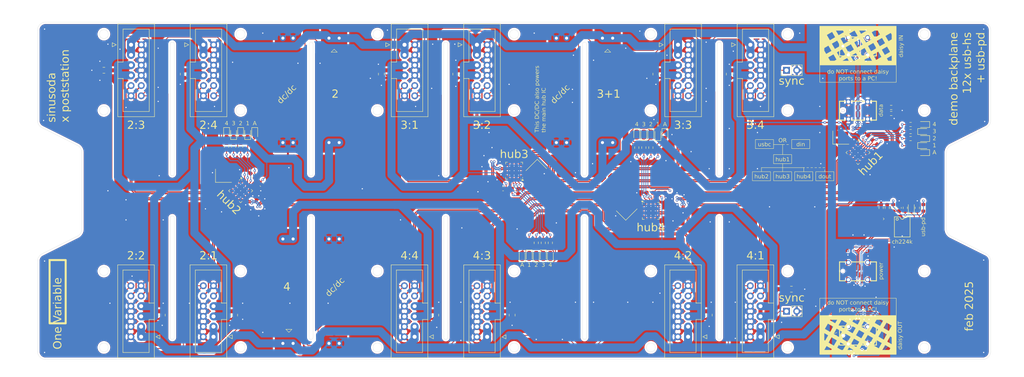
<source format=kicad_pcb>
(kicad_pcb (version 20240108) (generator "pcbnew") (generator_version "8.0")
  (layers (0 "F.Cu" signal) (1 "In1.Cu" signal) (2 "In2.Cu" signal) (31 "B.Cu" signal) (34 "B.Paste" user) (35 "F.Paste" user) (36 "B.SilkS" user "B.Silkscreen") (37 "F.SilkS" user "F.Silkscreen") (38 "B.Mask" user) (39 "F.Mask" user) (44 "Edge.Cuts" user))
  (net 0 "")
  (net 1 "/USB_2_5v0")
  (net 2 "/+20v0")
  (net 3 "GND")
  (net 4 "/COMMON")
  (net 5 "/USB_2_1_P")
  (net 6 "/USB_2_1_N")
  (net 7 "/USB_2_2_N")
  (net 8 "/USB_2_2_P")
  (net 9 "/USB_2_3_N")
  (net 10 "/USB_2_3_P")
  (net 11 "/USB_2_4_N")
  (net 12 "/USB_2_4_P")
  (net 13 "/USB_3_1_N")
  (net 14 "/USB_3_1_P")
  (net 15 "/USB_3_2_N")
  (net 16 "/USB_3_2_P")
  (net 17 "/USB_3_3_N")
  (net 18 "/USB_3_3_P")
  (net 19 "/USB_3_4_P")
  (net 20 "/USB_3_4_N")
  (net 21 "/USB_4_5v0")
  (net 22 "/USB_4_1_P")
  (net 23 "/USB_4_1_N")
  (net 24 "/USB_4_2_N")
  (net 25 "/USB_4_2_P")
  (net 26 "/USB_4_3_N")
  (net 27 "/USB_4_4_P")
  (net 28 "/USB_4_4_N")
  (net 29 "/USB_1_3_N")
  (net 31 "/USB_1_3v3")
  (net 32 "/USB_1_1_P")
  (net 33 "/USB_2_3v3")
  (net 34 "/USB_0_1_P")
  (net 35 "/USB_1_5v0")
  (net 38 "/USB_1_4_P")
  (net 39 "/USB_1_3_P")
  (net 40 "/USB_1_4_N")
  (net 41 "/USB_1_1_N")
  (net 42 "/USB_0_1_N")
  (net 44 "/USB_3_3v3")
  (net 45 "/USB_4_3v3")
  (net 46 "/PLED4_1")
  (net 48 "/USB_1_2_P")
  (net 49 "/USB_1_2_N")
  (net 50 "Net-(D1-K)")
  (net 57 "Net-(D3-K)")
  (net 61 "Net-(D5-K)")
  (net 62 "/PLED4_2")
  (net 63 "Net-(D6-K)")
  (net 64 "Net-(D8-K)")
  (net 65 "Net-(D10-K)")
  (net 76 "Net-(D11-K)")
  (net 77 "/USB_4_3_P")
  (net 78 "/PLED4_3")
  (net 81 "Net-(D13-K)")
  (net 84 "Net-(D15-K)")
  (net 85 "VDD")
  (net 86 "Net-(D21-A)")
  (net 87 "Net-(D21-K)")
  (net 88 "Net-(U8-CFG1)")
  (net 89 "Net-(U8-CFG2)")
  (net 90 "Net-(U8-CFG3)")
  (net 91 "Net-(U8-VBUS)")
  (net 92 "Net-(USB2-CC2)")
  (net 93 "Net-(USB2-CC1)")
  (net 94 "/USB_POW_P")
  (net 95 "/USB_POW_N")
  (net 98 "/USB_POW_CC2")
  (net 100 "/USB_POW_CC1")
  (net 114 "Net-(D16-K)")
  (net 115 "/PLED4_4")
  (net 116 "Net-(D18-K)")
  (net 117 "Net-(D20-K)")
  (net 118 "/PLED1_1")
  (net 119 "/PLED2_1")
  (net 120 "/PLED1_2")
  (net 121 "/PLED2_2")
  (net 122 "/PLED1_3")
  (net 123 "/PLED2_3")
  (net 124 "/PLED1_4")
  (net 125 "/PLED2_4")
  (net 126 "/XOUT_1")
  (net 127 "/XIN_1")
  (net 128 "/XOUT_2")
  (net 129 "/XIN_2")
  (net 130 "/XIN_3")
  (net 131 "/XOUT_3")
  (net 132 "/XIN_4")
  (net 133 "/XOUT_4")
  (footprint "Resistor_SMD:R_0603_1608Metric" (layer "F.Cu") (at 248.075 70 180)
    (property "Reference" "R3" (hide yes))
    (property "Value" "470")
  )
  (footprint "Resistor_SMD:R_0603_1608Metric" (layer "F.Cu") (at 156.75 95.962499 90)
    (property "Reference" "R7" (hide yes))
    (property "Value" "220")
  )
  (footprint "Resistor_SMD:R_0603_1608Metric" (layer "F.Cu") (at 243.75 87.25 -90)
    (property "Reference" "R13" (hide yes))
    (property "Value" "1K")
  )
  (footprint "Resistor_SMD:R_0603_1608Metric" (layer "F.Cu") (at 158.5 95.962499 90)
    (property "Reference" "R8" (hide yes))
    (property "Value" "220")
  )
  (footprint "Diode_SMD:D_0603_1608Metric" (layer "F.Cu") (at 251.325 66.5 180)
    (property "Reference" "D1" (hide yes))
    (property "Value" "GREEN")
  )
  (footprint "Crystal:Crystal_SMD_3225-4Pin_3.2x2.5mm" (layer "F.Cu") (at 155 77.75 -135)
    (property "Reference" "Y3" (hide yes))
    (property "Value" "Crystal_GND24")
  )
  (footprint "Resistor_SMD:R_0603_1608Metric" (layer "F.Cu") (at 248.075 66.5 180)
    (property "Reference" "R2" (hide yes))
    (property "Value" "220")
  )
  (footprint "backbone-16:mini-560-smd" (layer "F.Cu") (at 99 93)
    (property "Reference" "U6" (hide yes))
    (property "Value" "mini-560")
  )
  (footprint "Diode_SMD:D_0603_1608Metric" (layer "F.Cu") (at 183.5 69 -90)
    (property "Reference" "D18" (hide yes))
    (property "Value" "GREEN")
  )
  (footprint "Connector_IDC:IDC-Header_2x06_P2.54mm_Vertical" (layer "F.Cu") (at 74.7525 119.35 180)
    (property "Reference" "J1" (hide yes))
    (property "Value" "Conn_02x06_Odd_Even")
  )
  (footprint "Connector_IDC:IDC-Header_2x06_P2.54mm_Vertical" (layer "F.Cu") (at 72.2475 46.65)
    (property "Reference" "J4" (hide yes))
    (property "Value" "Conn_02x06_Odd_Even")
  )
  (footprint "Diode_SMD:D_0603_1608Metric" (layer "F.Cu") (at 185.25 69 90)
    (property "Reference" "D19" (hide yes))
    (property "Value" "GREEN")
  )
  (footprint "Connector_IDC:IDC-Header_2x06_P2.54mm_Vertical" (layer "F.Cu") (at 190.2475 46.65)
    (property "Reference" "J7" (hide yes))
    (property "Value" "Conn_02x06_Odd_Even")
  )
  (footprint "Connector_IDC:IDC-Header_2x06_P2.54mm_Vertical" (layer "F.Cu") (at 122.2475 46.65)
    (property "Reference" "J5" (hide yes))
    (property "Value" "Conn_02x06_Odd_Even")
  )
  (footprint "Resistor_SMD:R_0603_1608Metric" (layer "F.Cu") (at 248.075 68.25 180)
    (property "Reference" "R1" (hide yes))
    (property "Value" "220")
  )
  (footprint "Diode_SMD:D_0603_1608Metric" (layer "F.Cu") (at 181.75 69 90)
    (property "Reference" "D17" (hide yes))
    (property "Value" "GREEN")
  )
  (footprint "Diode_SMD:D_0603_1608Metric" (layer "F.Cu") (at 187 69 -90)
    (property "Reference" "D20" (hide yes))
    (property "Value" "RED")
  )
  (footprint "Capacitor_SMD:C_0805_2012Metric" (layer "F.Cu") (at 184.75 53.95 -90)
    (property "Reference" "C17" (hide yes))
    (property "Value" "22uF")
  )
  (footprint "Resistor_SMD:R_0603_1608Metric" (layer "F.Cu") (at 78 72 -90)
    (property "Reference" "R5" (hide yes))
    (property "Value" "220")
  )
  (footprint "Capacitor_SMD:C_0603_1608Metric" (layer "F.Cu") (at 86.75 81.5 -45)
    (property "Reference" "C4" (hide yes))
    (property "Value" "10u")
  )
  (footprint "Connector_PinHeader_2.54mm:PinHeader_1x02_P2.54mm_Vertical" (layer "F.Cu") (at 217.225 53 90)
    (property "Reference" "J14" (hide yes))
    (property "Value" "Conn_01x02")
  )
  (footprint "Diode_SMD:D_0603_1608Metric" (layer "F.Cu") (at 180 69 -90)
    (property "Reference" "D16" (hide yes))
    (property "Value" "GREEN")
  )
  (footprint "Resistor_SMD:R_0603_1608Metric" (layer "F.Cu") (at 249.75 87.25 90)
    (property "Reference" "R15" (hide yes))
    (property "Value" "10K")
  )
  (footprint "Diode_SMD:D_0603_1608Metric" (layer "F.Cu") (at 153.25 99.212499 -90)
    (property "Reference" "D14" (hide yes))
    (property "Value" "GREEN")
  )
  (footprint "Capacitor_SMD:C_0805_2012Metric" (layer "F.Cu") (at 135 53.95 -90)
    (property "Reference" "C15" (hide yes))
    (property "Value" "22uF")
  )
  (footprint "Connector_IDC:IDC-Header_2x06_P2.54mm_Vertical" (layer "F.Cu") (at 140.2475 46.65)
    (property "Reference" "J6" (hide yes))
    (property "Value" "Conn_02x06_Odd_Even")
  )
  (footprint "Capacitor_SMD:C_0603_1608Metric" (layer "F.Cu") (at 84.5 79.25 135)
    (property "Reference" "C2" (hide yes))
    (property "Value" "10u")
  )
  (footprint "Resistor_SMD:R_0603_1608Metric" (layer "F.Cu") (at 180 72.25 -90)
    (property "Reference" "R11" (hide yes))
    (property "Value" "220")
  )
  (footprint "Capacitor_SMD:C_0805_2012Metric" (layer "F.Cu") (at 80 113.95 -90)
    (property "Reference" "C10" (hide yes))
    (property "Value" "22uF")
  )
  (footprint "Diode_SMD:D_0603_1608Metric" (layer "F.Cu") (at 251.325 70 180)
    (property "Reference" "D3" (hide yes))
    (property "Value" "GREEN")
  )
  (footprint "Package_DFN_QFN:QFN-24-1EP_4x4mm_P0.5mm_EP2.7x2.7mm_ThermalVias" (layer "F.Cu") (at 81.5 83 -45)
    (property "Reference" "U2" (hide yes))
    (property "Value" "~")
  )
  (footprint "Crystal:Crystal_SMD_3225-4Pin_3.2x2.5mm" (layer "F.Cu") (at 177.5 87.75 45)
    (property "Reference" "Y4" (hide yes))
    (property "Value" "Crystal_GND24")
  )
  (footprint "Connector_IDC:IDC-Header_2x06_P2.54mm_Vertical" (layer "F.Cu") (at 210.7525 119.35 180)
    (property "Reference" "J9" (hide yes))
    (property "Value" "Conn_02x06_Odd_Even")
  )
  (footprint "Resistor_SMD:R_0603_1608Metric" (layer "F.Cu") (at 242.25 87.25 90)
    (property "Reference" "R16" (hide yes))
    (property "Value" "10K")
  )
  (footprint "Resistor_SMD:R_0603_1608Metric" (layer "F.Cu") (at 181.75 72.25 -90)
    (property "Reference" "R10" (hide yes))
    (property "Value" "220")
  )
  (footprint "Diode_SMD:D_0603_1608Metric" (layer "F.Cu") (at 155 99.212499 90)
    (property "Reference" "D13" (hide yes))
    (property "Value" "GREEN")
  )
  (footprint "Connector_IDC:IDC-Header_2x06_P2.54mm_Vertical" (layer "F.Cu") (at 192.7525 119.35 180)
    (property "Reference" "J10" (hide yes))
    (property "Value" "Conn_02x06_Odd_Even")
  )
  (footprint "Capacitor_SMD:C_0603_1608Metric" (layer "F.Cu") (at 183.25 83.5 180)
    (property "Reference" "C7" (hide yes))
    (property "Value" "10u")
  )
  (footprint "Connector_PinHeader_2.54mm:PinHeader_1x02_P2.54mm_Vertical" (layer "F.Cu") (at 217.225 113 90)
    (property "Reference" "J13" (hide yes))
    (property "Value" "Conn_01x02")
  )
  (footprint "Capacitor_SMD:C_0805_2012Metric" (layer "F.Cu") (at 47.5 53 180)
    (property "Reference" "C13" (hide yes))
    (property "Value" "22uF")
  )
  (footprint "Crystal:Crystal_SMD_3225-4Pin_3.2x2.5mm" (layer "F.Cu") (at 77.25 79.25)
    (property "Reference" "Y2" (hide yes))
    (property "Value" "Crystal_GND24")
  )
  (footprint "Diode_SMD:D_0603_1608Metric" (layer "F.Cu") (at 248.25 87.25 90)
    (property "Reference" "D21" (hide yes))
    (property "Value" "WHITE")
  )
  (footprint "easyeda2kicad:ESSOP-10_L4.9-W3.9-P1.0-LS6.0-TL-EP" (layer "F.Cu") (at 246 92 -90)
    (property "Reference" "U8" (hide yes))
    (property "Value" "CH224K")
  )
  (footprint "Capacitor_SMD:C_0603_1608Metric" (layer "F.Cu") (at 149.75 82.5)
    (property "Reference" "C5" (hide yes))
    (property "Value" "10u")
  )
  (footprint "Diode_SMD:D_0603_1608Metric" (layer "F.Cu") (at 251.325 68.25)
    (property "Reference" "D2" (hide yes))
    (property "Value" "GREEN")
  )
  (footprint "Resistor_SMD:R_0603_1608Metric" (layer "F.Cu") (at 251.25 87.25 -90)
    (property "Reference" "R18" (hide yes))
    (property "Value" "10K")
  )
  (footprint "backbone-16:mini-560-smd" (layer "F.Cu") (at 99 73 180)
    (property "Reference" "U5" (hide yes))
    (property "Value" "mini-560")
  )
  (footprint "Diode_SMD:D_0603_1608Metric" (layer "F.Cu") (at 151.5 99.212499 90)
    (property "Reference" "D15" (hide yes))
    (property "Value" "RED")
  )
  (footprint "Package_DFN_QFN:QFN-24-1EP_4x4mm_P0.5mm_EP2.7x2.7mm_ThermalVias" (layer "F.Cu") (at 149.5 78 180)
    (property "Reference" "U3" (hide yes))
    (property "Value" "~")
  )
  (footprint "Capacitor_SMD:C_0603_1608Metric" (layer "F.Cu") (at 240.25 72 -45)
    (property "Reference" "C3" (hide yes))
    (property "Value" "10u")
  )
  (footprint "Capacitor_SMD:C_0603_1608Metric" (layer "F.Cu") (at 146.75 82.5 180)
    (property "Reference" "C6" (hide yes))
    (property "Value" "10u")
  )
  (footprint "Connector_IDC:IDC-Header_2x06_P2.54mm_Vertical" (layer "F.Cu") (at 142.79 119.37 180)
    (property "Reference" "J11" (hide yes))
    (property "Value" "Conn_02x06_Odd_Even")
  )
  (footprint "Resistor_SMD:R_0603_1608Metric" (layer "F.Cu") (at 240.75 87.25 90)
    (property "Reference" "R17" (hide yes))
    (property "Value" "10K")
  )
  (footprint "Crystal:Crystal_SMD_3225-4Pin_3.2x2.5mm" (layer "F.Cu") (at 230.75 69.75)
    (property "Reference" "Y1" (hide yes))
    (property "Value" "Crystal_GND24")
  )
  (footprint "Resistor_SMD:R_0603_1608Metric" (layer "F.Cu") (at 243.25 63.75 180)
    (property "Reference" "R19" (hide yes))
    (property "Value" "5K1")
  )
  (footprint "Capacitor_SMD:C_0805_2012Metric" (layer "F.Cu") (at 203 53.95 -90)
    (property "Reference" "C16" (hide yes))
    (property "Value" "22uF")
  )
  (footprint "Capacitor_SMD:C_0805_2012Metric" (layer "F.Cu") (at 116.5 53.95 -90)
    (property "Reference" "C14" (hide yes))
    (property "Value" "22uF")
  )
  (footprint "Diode_SMD:D_0603_1608Metric" (layer "F.Cu") (at 158.5 99.212499 90)
    (property "Reference" "D11" (hide yes))
    (property "Value" "GREEN")
  )
  (footprint "Connector_IDC:IDC-Header_2x06_P2.54mm_Vertical" (layer "F.Cu") (at 124.7525 119.35 180)
    (property "Reference" "J12" (hide yes))
    (property "Value" "Conn_02x06_Odd_Even")
  )
  (footprint "Capacitor_SMD:C_0805_2012Metric" (layer "F.Cu") (at 218.45 107.5)
    (property "Reference" "C21" (hide yes))
    (property "Value" "22uF")
  )
  (footprint "Connector_IDC:IDC-Header_2x06_P2.54mm_Vertical" (layer "F.Cu") (at 56.7525 119.35 180)
    (property "Reference" "J2" (hide yes))
    (property "Value" "Conn_02x06_Odd_Even")
  )
  (footprint "Resistor_SMD:R_0603_1608Metric" (layer "F.Cu") (at 79.75 72 -90)
    (property "Reference" "R4" (hide yes))
    (property "Value" "220")
  )
  (footprint "Package_DFN_QFN:QFN-24-1EP_4x4mm_P0.5mm_EP2.7x2.7mm_ThermalVias" (layer "F.Cu") (at 183.5 88)
    (property "Reference" "U4" (hide yes))
    (property "Value" "~")
  )
  (footprint "Diode_SMD:D_0603_1608Metric" (layer "F.Cu") (at 81.5 68.75 -90)
    (property "Reference" "D8" (hide yes))
    (property "Value" "GREEN")
  )
  (footprint "Diode_SMD:D_0603_1608Metric" (layer "F.Cu") (at 251.325 73.5 180)
    (property "Reference" "D5" (hide yes))
    (property "Value" "RED")
  )
  (footprint "Capacitor_SMD:C_0805_2012Metric" (layer "F.Cu") (at 62 113.95 -90)
    (property "Reference" "C11" (hide yes))
    (property "Value" "22uF")
  )
  (footprint "Capacitor_SMD:C_0805_2012Metric" (layer "F.Cu") (at 198 113.95 -90)
    (property "Reference" "C20" (hide yes))
    (property "Value" "22uF")
  )
  (footprint "Diode_SMD:D_0603_1608Metric" (layer "F.Cu") (at 78 68.75 -90)
    (property "Reference" "D6" (hide yes))
    (property "Value" "GREEN")
  )
  (footprint "Capacitor_SMD:C_0805_2012Metric" (layer "F.Cu") (at 67.25 53.95 -90)
    (property "Reference" "C12" (hide yes))
    (property "Value" "22uF")
  )
  (footprint "Capacitor_SMD:C_0603_1608Metric" (layer "F.Cu") (at 245.25 87.25 90)
    (property "Reference" "C9" (hide yes))
    (property "Value" "10u")
  )
  (footprint "easyeda2kicad:USB-C-SMD_GT-USB-7051A" (layer "F.Cu") (at 235 103)
    (property "Reference" "USB3" (hide yes))
    (property "Value" "GT-USB-7051A")
  )
  (footprint "Diode_SMD:D_0603_1608Metric" (layer "F.Cu") (at 79.75 68.75 90)
    (property "Reference" "D7" (hide yes))
    (property "Value" "GREEN")
  )
  (footprint "Capacitor_SMD:C_0805_2012Metric" (layer "F.Cu") (at 130 113.95 -90)
    (property "Reference" "C18" (hide yes))
    (property "Value" "22uF")
  )
  (footprint "easyeda2kicad:USB-C-SMD_GT-USB-7051A" (layer "F.Cu") (at 235 47)
    (property "Reference" "USB1" (hide yes))
    (property "Value" "GT-USB-7051A")
  )
  (footprint "Diode_SMD:D_0603_1608Metric" (layer "F.Cu") (at 156.75 99.212499 -90)
    (property "Reference" "D12" (hide yes))
    (property "Value" "GREEN")
  )
  (footprint "backbone-16:mini-560-smd" (layer "F.Cu") (at 167 73 180)
    (property "Reference" "U7" (hide yes))
    (property "Value" "mini-560")
  )
  (footprint "Connector_IDC:IDC-Header_2x06_P2.54mm_Vertical" (layer "F.Cu") (at 54.2475 46.65)
    (property "Reference" "J3" (hide yes))
    (property "Value" "Conn_02x06_Odd_Even")
  )
  (footprint "Resistor_SMD:R_0603_1608Metric" (layer "F.Cu") (at 246.75 87.25 90)
    (property "Reference" "R14" (hide yes))
    (property "Value" "10K")
  )
  (footprint "Package_DFN_QFN:QFN-24-1EP_4x4mm_P0.5mm_EP2.7x2.7mm_ThermalVias" (layer "F.Cu") (at 235 73.5 -45)
    (property "Reference" "U1" (hide yes))
    (property "Value" "~")
  )
  (footprint "Diode_SMD:D_0603_1608Metric" (layer "F.Cu") (at 251.325 71.75)
    (property "Reference" "D4" (hide yes))
    (property "Value" "GREEN")
  )
  (footprint "Capacitor_SMD:C_0603_1608Metric" (layer "F.Cu") (at 238 69.75 135)
    (property "Reference" "C1" (hide yes))
    (property "Value" "10u")
  )
  (footprint "Diode_SMD:D_0603_1608Metric" (layer "F.Cu") (at 85 68.75 -90)
    (property "Reference" "D10" (hide yes))
    (property "Value" "RED")
  )
  (footprint "Diode_SMD:D_0603_1608Metric" (layer "F.Cu") (at 83.25 68.75 90)
    (property "Reference" "D9" (hide yes))
    (property "Value" "GREEN")
  )
  (footprint "easyeda2kicad:USB-C-SMD_GT-USB-7051A" (layer "F.Cu") (at 235 63)
    (property "Reference" "USB2" (hide yes))
    (property "Value" "GT-USB-7051A")
  )
  (footprint "Connector_IDC:IDC-Header_2x06_P2.54mm_Vertical" (layer "F.Cu") (at 208.2475 46.65)
    (property "Reference" "J8" (hide yes))
    (property "Value" "Conn_02x06_Odd_Even")
  )
  (footprint "easyeda2kicad:USB-C-SMD_GT-USB-7051A" (layer "F.Cu") (at 235 119)
    (property "Reference" "USB4" (hide yes))
    (property "Value" "GT-USB-7051A")
  )
  (footprint "Resistor_SMD:R_0603_1608Metric" (layer "F.Cu") (at 243.25 62.25)
    (property "Reference" "R20" (hide yes))
    (property "Value" "5K1")
  )
  (footprint "Capacitor_SMD:C_0805_2012Metric" (layer "F.Cu") (at 149 113.95 -90)
    (property "Reference" "C19" (hide yes))
    (property "Value" "22uF")
  )
  (footprint "Resistor_SMD:R_0603_1608Metric" (layer "F.Cu") (at 81.5 72 -90)
    (property "Reference" "R6" (hide yes))
    (property "Value" "470")
  )
  (footprint "Resistor_SMD:R_0603_1608Metric" (layer "F.Cu") (at 155 95.962499 90)
    (property "Reference" "R9" (hide yes))
    (property "Value" "470")
  )
  (footprint "Capacitor_SMD:C_0603_1608Metric" (layer "F.Cu") (at 186.25 83.5)
    (property "Reference" "C8" (hide yes))
    (property "Value" "10u")
  )
  (footprint "Resistor_SMD:R_0603_1608Metric" (layer "F.Cu") (at 183.5 72.25 -90)
    (property "Reference" "R12" (hide yes))
    (property "Value" "470")
  )
  (gr_rect (start 219.25 78.25) (end 223.75 80.5) (stroke (width 0.1)) (fill none) (layer "F.SilkS"))
  (gr_line (start 216.25 77.25) (end 211 77.25) (stroke (width 0.1)) (layer "F.SilkS"))
  (gr_rect (start 225.5 42) (end 244.5 56) (stroke (width 0.1)) (fill none) (layer "F.SilkS"))
  (gr_line (start 241.5 90) (end 241.25 89.75) (stroke (width 0.1)) (layer "F.SilkS"))
  (gr_line (start 225.25 77.25) (end 225.75 77.25) (stroke (width 0.1)) (layer "F.SilkS"))
  (gr_line (start 94.25 117.5) (end 92.75 117.5) (stroke (width 0.1)) (layer "F.SilkS"))
  (gr_rect (start 214 74) (end 218.5 76.25) (stroke (width 0.1)) (fill none) (layer "F.SilkS"))
  (gr_line (start 172.75 47.75) (end 172 48.5) (stroke (width 0.1)) (layer "F.SilkS"))
  (gr_line (start 216.25 71.5) (end 216.75 71.5) (stroke (width 0.1)) (layer "F.SilkS"))
  (gr_line (start 224.25 77.25) (end 224.75 77.25) (stroke (width 0.1)) (layer "F.SilkS"))
  (gr_line (start 226.25 77.25) (end 226.75 77.25) (stroke (width 0.1)) (layer "F.SilkS"))
  (gr_rect (start 208.75 78.25) (end 213.25 80.5) (stroke (width 0.1)) (fill none) (layer "F.SilkS"))
  (gr_rect (start 224.5 78.25) (end 229 80.5) (stroke (width 0.1)) (fill none) (layer "F.SilkS"))
  (gr_line (start 104.75 47.75) (end 104 48.5) (stroke (width 0.1)) (layer "F.SilkS"))
  (gr_line (start 214 71.5) (end 216.25 71.5) (stroke (width 0.1)) (layer "F.SilkS"))
  (gr_line (start 221.5 77.25) (end 221.75 77.25) (stroke (width 0.1)) (layer "F.SilkS"))
  (gr_rect (start 218.5 70.25) (end 223 72.5) (stroke (width 0.1)) (fill none) (layer "F.SilkS"))
  (gr_line (start 172.75 47.75) (end 173.5 48.5) (stroke (width 0.1)) (layer "F.SilkS"))
  (gr_line (start 211 77.25) (end 211 78.25) (stroke (width 0.1)) (layer "F.SilkS"))
  (gr_line (start 221.5 77.25) (end 221.5 78.25) (stroke (width 0.1)) (layer "F.SilkS"))
  (gr_line (start 93.5 118.25) (end 94.25 117.5) (stroke (width 0.1)) (layer "F.SilkS"))
  (gr_line (start 93.5 118.25) (end 92.75 117.5) (stroke (width 0.1)) (layer "F.SilkS"))
  (gr_line (start 241.5 90) (end 241.25 90.25) (stroke (width 0.1)) (layer "F.SilkS"))
  (gr_rect (start 209.5 70.25) (end 214 72.5) (stroke (width 0.1)) (fill none) (layer "F.SilkS"))
  (gr_line (start 172 48.5) (end 173.5 48.5) (stroke (width 0.1)) (layer "F.SilkS"))
  (gr_line (start 216.25 76.25) (end 216.25 78.25) (stroke (width 0.1)) (layer "F.SilkS"))
  (gr_line (start 226.75 78.25) (end 226.75 77.75) (stroke (width 0.1)) (layer "F.SilkS"))
  (gr_line (start 217.25 71.5) (end 217.75 71.5) (stroke (width 0.1)) (layer "F.SilkS"))
  (gr_line (start 104.75 47.75) (end 105.5 48.5) (stroke (width 0.1)) (layer "F.SilkS"))
  (gr_rect (start 225.5 109.75) (end 244.5 123.75) (stroke (width 0.1)) (fill none) (layer "F.SilkS"))
  (gr_rect (start 34 100.25) (end 38 116) (stroke (width 0.5)) (fill none) (layer "F.SilkS"))
  (gr_rect (start 214 78.25) (end 218.5 80.5) (stroke (width 0.1)) (fill none) (layer "F.SilkS"))
  (gr_line (start 223.25 77.25) (end 223.75 77.25) (stroke (width 0.1)) (layer "F.SilkS"))
  (gr_line (start 222.25 77.25) (end 222.75 77.25) (stroke (width 0.1)) (layer "F.SilkS"))
  (gr_line (start 216.25 77.25) (end 221.5 77.25) (stroke (width 0.1)) (layer "F.SilkS"))
  (gr_line (start 216.25 71.5) (end 216.25 74) (stroke (width 0.1)) (layer "F.SilkS"))
  (gr_line (start 104 48.5) (end 105.5 48.5) (stroke (width 0.1)) (layer "F.SilkS"))
  (gr_line (start 133 46.5) (end 133 78.75) (stroke (width 0.05)) (layer "Edge.Cuts"))
  (gr_line (start 166.5 78.75) (end 166.5 46.5) (stroke (width 0.05)) (layer "Edge.Cuts"))
  (gr_circle (center 217.5 63) (end 218.6 63) (stroke (width 0.05)) (fill none) (layer "Edge.Cuts"))
  (gr_line (start 33 125) (end 266 125) (stroke (width 0.05)) (layer "Edge.Cuts"))
  (gr_arc (start 258.105573 94.302786) (mid 257.298687 93.565397) (end 257 92.513932) (stroke (width 0.05)) (layer "Edge.Cuts"))
  (gr_arc (start 133 119.5) (mid 132.5 120) (end 132 119.5) (stroke (width 0.05)) (layer "Edge.Cuts"))
  (gr_circle (center 251.5 44) (end 252.6 44) (stroke (width 0.05)) (fill none) (layer "Edge.Cuts"))
  (gr_circle (center 47.5 44) (end 46.4 44) (stroke (width 0.05)) (fill none) (layer "Edge.Cuts"))
  (gr_arc (start 268 123) (mid 267.414214 124.414214) (end 266 125) (stroke (width 0.05)) (layer "Edge.Cuts"))
  (gr_arc (start 268 65.513932) (mid 267.701289 66.565382) (end 266.894427 67.302786) (stroke (width 0.05)) (layer "Edge.Cuts"))
  (gr_arc (start 200 89.75) (mid 200.5 89.25) (end 201 89.75) (stroke (width 0.05)) (layer "Edge.Cuts"))
  (gr_circle (center 251.5 63) (end 252.6 63) (stroke (width 0.05)) (fill none) (layer "Edge.Cuts"))
  (gr_line (start 132 78.75) (end 132 46.5) (stroke (width 0.05)) (layer "Edge.Cuts"))
  (gr_circle (center 115.5 122) (end 114.4 122) (stroke (width 0.05)) (fill none) (layer "Edge.Cuts"))
  (gr_circle (center 81.5 63) (end 80.4 63) (stroke (width 0.05)) (fill none) (layer "Edge.Cuts"))
  (gr_arc (start 99.5 78.75) (mid 99 79.25) (end 98.5 78.75) (stroke (width 0.05)) (layer "Edge.Cuts"))
  (gr_arc (start 132 46.5) (mid 132.5 46) (end 133 46.5) (stroke (width 0.05)) (layer "Edge.Cuts"))
  (gr_arc (start 266 41) (mid 267.414214 41.585786) (end 268 43) (stroke (width 0.05)) (layer "Edge.Cuts"))
  (gr_line (start 99.5 89.75) (end 99.5 119.5) (stroke (width 0.05)) (layer "Edge.Cuts"))
  (gr_arc (start 99.5 119.5) (mid 99 120) (end 98.5 119.5) (stroke (width 0.05)) (layer "Edge.Cuts"))
  (gr_circle (center 115.5 63) (end 114.4 63) (stroke (width 0.05)) (fill none) (layer "Edge.Cuts"))
  (gr_circle (center 183.5 63) (end 184.6 63) (stroke (width 0.05)) (fill none) (layer "Edge.Cuts"))
  (gr_line (start 31 100.486068) (end 31 123) (stroke (width 0.05)) (layer "Edge.Cuts"))
  (gr_circle (center 251.5 103) (end 252.6 103) (stroke (width 0.05)) (fill none) (layer "Edge.Cuts"))
  (gr_circle (center 47.5 103) (end 46.4 103) (stroke (width 0.05)) (fill none) (layer "Edge.Cuts"))
  (gr_line (start 201 89.75) (end 201 119.5) (stroke (width 0.05)) (layer "Edge.Cuts"))
  (gr_line (start 64 78.75) (end 64 46.5) (stroke (width 0.05)) (layer "Edge.Cuts"))
  (gr_line (start 167.5 46.5) (end 167.5 78.75) (stroke (width 0.05)) (layer "Edge.Cuts"))
  (gr_circle (center 81.5 44) (end 80.4 44) (stroke (width 0.05)) (fill none) (layer "Edge.Cuts"))
  (gr_circle (center 149.5 122) (end 150.6 122) (stroke (width 0.05)) (fill none) (layer "Edge.Cuts"))
  (gr_line (start 98.5 119.5) (end 98.5 89.75) (stroke (width 0.05)) (layer "Edge.Cuts"))
  (gr_circle (center 115.5 103) (end 114.4 103) (stroke (width 0.05)) (fill none) (layer "Edge.Cuts"))
  (gr_arc (start 64 46.5) (mid 64.5 46) (end 65 46.5) (stroke (width 0.05)) (layer "Edge.Cuts"))
  (gr_line (start 98.5 78.75) (end 98.5 46.5) (stroke (width 0.05)) (layer "Edge.Cuts"))
  (gr_line (start 257 92.513932) (end 257 73.486068) (stroke (width 0.05)) (layer "Edge.Cuts"))
  (gr_circle (center 217.5 122) (end 218.6 122) (stroke (width 0.05)) (fill none) (layer "Edge.Cuts"))
  (gr_circle (center 47.5 122) (end 46.4 122) (stroke (width 0.05)) (fill none) (layer "Edge.Cuts"))
  (gr_arc (start 98.5 89.75) (mid 99 89.25) (end 99.5 89.75) (stroke (width 0.05)) (layer "Edge.Cuts"))
  (gr_line (start 258.105573 71.697214) (end 266.894427 67.302786) (stroke (width 0.05)) (layer "Edge.Cuts"))
  (gr_arc (start 167.5 119.5) (mid 167 120) (end 166.5 119.5) (stroke (width 0.05)) (layer "Edge.Cuts"))
  (gr_line (start 99.5 46.5) (end 99.5 78.75) (stroke (width 0.05)) (layer "Edge.Cuts"))
  (gr_arc (start 42 92.513932) (mid 41.701289 93.565382) (end 40.894427 94.302786) (stroke (width 0.05)) (layer "Edge.Cuts"))
  (gr_arc (start 167.5 78.75) (mid 167 79.25) (end 166.5 78.75) (stroke (width 0.05)) (layer "Edge.Cuts"))
  (gr_line (start 64 119.5) (end 64 89.75) (stroke (width 0.05)) (layer "Edge.Cuts"))
  (gr_line (start 65 46.5) (end 65 78.75) (stroke (width 0.05)) (layer "Edge.Cuts"))
  (gr_line (start 40.894427 94.302786) (end 32.105573 98.697214) (stroke (width 0.05)) (layer "Edge.Cuts"))
  (gr_circle (center 149.5 63) (end 150.6 63) (stroke (width 0.05)) (fill none) (layer "Edge.Cuts"))
  (gr_arc (start 33 125) (mid 31.585786 124.414214) (end 31 123) (stroke (width 0.05)) (layer "Edge.Cuts"))
  (gr_line (start 65 89.75) (end 65 119.5) (stroke (width 0.05)) (layer "Edge.Cuts"))
  (gr_arc (start 166.5 46.5) (mid 167 46) (end 167.5 46.5) (stroke (width 0.05)) (layer "Edge.Cuts"))
  (gr_circle (center 183.5 103) (end 184.6 103) (stroke (width 0.05)) (fill none) (layer "Edge.Cuts"))
  (gr_arc (start 133 78.75) (mid 132.5 79.25) (end 132 78.75) (stroke (width 0.05)) (layer "Edge.Cuts"))
  (gr_line (start 200 78.75) (end 200 46.5) (stroke (width 0.05)) (layer "Edge.Cuts"))
  (gr_arc (start 65 78.75) (mid 64.5 79.25) (end 64 78.75) (stroke (width 0.05)) (layer "Edge.Cuts"))
  (gr_arc (start 201 119.5) (mid 200.5 120) (end 200 119.5) (stroke (width 0.05)) (layer "Edge.Cuts"))
  (gr_arc (start 40.894427 71.697214) (mid 41.701313 72.434603) (end 42 73.486068) (stroke (width 0.05)) (layer "Edge.Cuts"))
  (gr_line (start 166.5 119.5) (end 166.5 89.75) (stroke (width 0.05)) (layer "Edge.Cuts"))
  (gr_arc (start 132 89.75) (mid 132.5 89.25) (end 133 89.75) (stroke (width 0.05)) (layer "Edge.Cuts"))
  (gr_arc (start 32.105573 67.302786) (mid 31.298698 66.565394) (end 31 65.513932) (stroke (width 0.05)) (layer "Edge.Cuts"))
  (gr_circle (center 81.5 103) (end 80.4 103) (stroke (width 0.05)) (fill none) (layer "Edge.Cuts"))
  (gr_circle (center 183.5 44) (end 184.6 44) (stroke (width 0.05)) (fill none) (layer "Edge.Cuts"))
  (gr_line (start 132 119.5) (end 132 89.75) (stroke (width 0.05)) (layer "Edge.Cuts"))
  (gr_circle (center 149.5 103) (end 150.6 103) (stroke (width 0.05)) (fill none) (layer "Edge.Cuts"))
  (gr_line (start 133 89.75) (end 133 119.5) (stroke (width 0.05)) (layer "Edge.Cuts"))
  (gr_circle (center 47.5 63) (end 46.4 63) (stroke (width 0.05)) (fill none) (layer "Edge.Cuts"))
  (gr_line (start 167.5 89.75) (end 167.5 119.5) (stroke (width 0.05)) (layer "Edge.Cuts"))
  (gr_circle (center 183.5 122) (end 184.6 122) (stroke (width 0.05)) (fill none) (layer "Edge.Cuts"))
  (gr_arc (start 200 46.5) (mid 200.5 46) (end 201 46.5) (stroke (width 0.05)) (layer "Edge.Cuts"))
  (gr_line (start 42 73.486068) (end 42 92.513932) (stroke (width 0.05)) (layer "Edge.Cuts"))
  (gr_line (start 266 41) (end 33 41) (stroke (width 0.05)) (layer "Edge.Cuts"))
  (gr_arc (start 64 89.75) (mid 64.5 89.25) (end 65 89.75) (stroke (width 0.05)) (layer "Edge.Cuts"))
  (gr_line (start 32.105573 67.302786) (end 40.894427 71.697214) (stroke (width 0.05)) (layer "Edge.Cuts"))
  (gr_arc (start 201 78.75) (mid 200.5 79.25) (end 200 78.75) (stroke (width 0.05)) (layer "Edge.Cuts"))
  (gr_circle (center 217.5 103) (end 218.6 103) (stroke (width 0.05)) (fill none) (layer "Edge.Cuts"))
  (gr_circle (center 251.5 122) (end 252.6 122) (stroke (width 0.05)) (fill none) (layer "Edge.Cuts"))
  (gr_line (start 268 123) (end 268 100.486068) (stroke (width 0.05)) (layer "Edge.Cuts"))
  (gr_arc (start 266.894427 98.697214) (mid 267.701313 99.434603) (end 268 100.486068) (stroke (width 0.05)) (layer "Edge.Cuts"))
  (gr_circle (center 149.5 44) (end 150.6 44) (stroke (width 0.05)) (fill none) (layer "Edge.Cuts"))
  (gr_line (start 201 46.5) (end 201 78.75) (stroke (width 0.05)) (layer "Edge.Cuts"))
  (gr_arc (start 31 43) (mid 31.585786 41.585786) (end 33 41) (stroke (width 0.05)) (layer "Edge.Cuts"))
  (gr_line (start 31 43) (end 31 65.513932) (stroke (width 0.05)) (layer "Edge.Cuts"))
  (gr_line (start 266.894427 98.697214) (end 258.105573 94.302786) (stroke (width 0.05)) (layer "Edge.Cuts"))
  (gr_arc (start 166.5 89.75) (mid 167 89.25) (end 167.5 89.75) (stroke (width 0.05)) (layer "Edge.Cuts"))
  (gr_arc (start 31 100.486068) (mid 31.298699 99.434607) (end 32.105573 98.697214) (stroke (width 0.05)) (layer "Edge.Cuts"))
  (gr_arc (start 98.5 46.5) (mid 99 46) (end 99.5 46.5) (stroke (width 0.05)) (layer "Edge.Cuts"))
  (gr_circle (center 81.5 122) (end 80.4 122) (stroke (width 0.05)) (fill none) (layer "Edge.Cuts"))
  (gr_line (start 268 65.513932) (end 268 43) (stroke (width 0.05)) (layer "Edge.Cuts"))
  (gr_line (start 200 119.5) (end 200 89.75) (stroke (width 0.05)) (layer "Edge.Cuts"))
  (gr_circle (center 217.5 44) (end 218.6 44) (stroke (width 0.05)) (fill none) (layer "Edge.Cuts"))
  (gr_arc (start 257 73.486068) (mid 257.298711 72.434618) (end 258.105573 71.697214) (stroke (width 0.05)) (layer "Edge.Cuts"))
  (gr_arc (start 65 119.5) (mid 64.5 120) (end 64 119.5) (stroke (width 0.05)) (layer "Edge.Cuts"))
  (gr_circle (center 115.5 44) (end 114.4 44) (stroke (width 0.05)) (fill none) (layer "Edge.Cuts"))
  (gr_text "2" (at 105 59 0) (layer "F.SilkS") (effects (font (size 2 2) (thickness 0.1))))
  (gr_text "power" (at 240.75 103 90) (layer "F.SilkS") (effects (font (size 1 1) (thickness 0.1))))
  (gr_text "hub2" (at 78.5 86 315) (layer "F.SilkS") (effects (font (size 2 2) (thickness 0.1))))
  (gr_text "4:4" (at 123.5 99.25 0) (layer "F.SilkS") (effects (font (size 2 2) (thickness 0.1))))
  (gr_text "3:1" (at 123.5 66.75 0) (layer "F.SilkS") (effects (font (size 2 2) (thickness 0.1))))
  (gr_text "hub1" (at 216.25 75.25 0) (layer "F.SilkS") (effects (font (size 1 1) (thickness 0.1))))
  (gr_text "4:1" (at 209.5 99.25 0) (layer "F.SilkS") (effects (font (size 2 2) (thickness 0.1))))
  (gr_text "A" (at 151.5 101.5 0) (layer "F.SilkS") (effects (font (size 1 1) (thickness 0.1))))
  (gr_text "2" (at 81.5 66.25 0) (layer "F.SilkS") (effects (font (size 1 1) (thickness 0.1))))
  (gr_text "ch224k" (at 246 95.75 0) (layer "F.SilkS") (effects (font (size 1 1) (thickness 0.1))))
  (gr_text "feb 2025" (at 262.75 111.75 90) (layer "F.SilkS") (effects (font (size 2 2) (thickness 0.1))))
  (gr_text "hub4" (at 183.5 92.25 0) (layer "F.SilkS") (effects (font (size 2 2) (thickness 0.1))))
  (gr_text "sinusoda\nx poststation" (at 36.25 66 90) (layer "F.SilkS") (effects (font (size 2 2) (thickness 0.1)) (justify left)))
  (gr_text "3" (at 254 68.25 0) (layer "F.SilkS") (effects (font (size 1 1) (thickness 0.1))))
  (gr_text "3" (at 181.75 66.5 0) (layer "F.SilkS") (effects (font (size 1 1) (thickness 0.1))))
  (gr_text "data" (at 240.75 63 90) (layer "F.SilkS") (effects (font (size 1 1) (thickness 0.1))))
  (gr_text "4" (at 93 107 0) (layer "F.SilkS") (effects (font (size 2 2) (thickness 0.1))))
  (gr_text "1" (at 153.25 101.5 0) (layer "F.SilkS") (effects (font (size 1 1) (thickness 0.1))))
  (gr_text "3" (at 156.75 101.5 0) (layer "F.SilkS") (effects (font (size 1 1) (thickness 0.1))))
  (gr_text "hub3" (at 149.5 74 0) (layer "F.SilkS") (effects (font (size 2 2) (thickness 0.1))))
  (gr_text "dout" (at 226.75 79.5 0) (layer "F.SilkS") (effects (font (size 1 1) (thickness 0.1))))
  (gr_text "3" (at 79.75 66.25 0) (layer "F.SilkS") (effects (font (size 1 1) (thickness 0.1))))
  (gr_text "1" (at 254 71.75 0) (layer "F.SilkS") (effects (font (size 1 1) (thickness 0.1))))
  (gr_text "sync" (at 218.5 109.75 0) (layer "F.SilkS") (effects (font (size 2 2) (thickness 0.1))))
  (gr_text "do NOT connect daisy\nports to a PC!" (at 235 111.75 0) (layer "F.SilkS") (effects (font (size 1 1) (thickness 0.1))))
  (gr_text "hub1" (at 238.25 76.25 45) (layer "F.SilkS") (effects (font (size 2 2) (thickness 0.1))))
  (gr_text "hub3" (at 216.25 79.5 0) (layer "F.SilkS") (effects (font (size 1 1) (thickness 0.1))))
  (gr_text "hub4" (at 221.5 79.5 0) (layer "F.SilkS") (effects (font (size 1 1) (thickness 0.1))))
  (gr_text "3:4" (at 209.5 66.75 0) (layer "F.SilkS") (effects (font (size 2 2) (thickness 0.1))))
  (gr_text "2" (at 155 101.5 0) (layer "F.SilkS") (effects (font (size 1 1) (thickness 0.1))))
  (gr_text "2:3" (at 55.5 66.75 0) (layer "F.SilkS") (effects (font (size 2 2) (thickness 0.1))))
  (gr_text "daisy IN" (at 245.75 47 90) (layer "F.SilkS") (effects (font (size 1 1) (thickness 0.1))))
  (gr_text "3+1" (at 173 59 0) (layer "F.SilkS") (effects (font (size 2 2) (thickness 0.1))))
  (gr_text "usb-pd" (at 251.25 92 90) (layer "F.SilkS") (effects (font (size 1 1) (thickness 0.1))))
  (gr_text "hub2" (at 211 79.5 0) (layer "F.SilkS") (effects (font (size 1 1) (thickness 0.1))))
  (gr_text "dc/dc" (at 105 107 45) (layer "F.SilkS") (effects (font (size 1.5 1.5) (thickness 0.1))))
  (gr_text "4:3" (at 141.5 99.25 0) (layer "F.SilkS") (effects (font (size 2 2) (thickness 0.1))))
  (gr_text "A" (at 85 66.25 0) (layer "F.SilkS") (effects (font (size 1 1) (thickness 0.1))))
  (gr_text "2" (at 183.5 66.5 0) (layer "F.SilkS") (effects (font (size 1 1) (thickness 0.1))))
  (gr_text "din" (at 220.75 71.5 0) (layer "F.SilkS") (effects (font (size 1 1) (thickness 0.1))))
  (gr_text "demo backplane\n12x usb-hs\n+ usb-pd" (at 262.25 43.5 90) (layer "F.SilkS") (effects (font (size 2 2) (thickness 0.1)) (justify right)))
  (gr_text "4:2" (at 191.5 99.25 0) (layer "F.SilkS") (effects (font (size 2 2) (thickness 0.1))))
  (gr_text "sync" (at 218.5 55.75 0) (layer "F.SilkS") (effects (font (size 2 2) (thickness 0.1))))
  (gr_text "dc/dc" (at 161 59 45) (layer "F.SilkS") (effects (font (size 1.5 1.5) (thickness 0.1))))
  (gr_text "1" (at 83.25 66.25 0) (layer "F.SilkS") (effects (font (size 1 1) (thickness 0.1))))
  (gr_text "One Variable" (at 37.25 122.5 90) (layer "F.SilkS") (effects (font (size 2 2) (thickness 0.1)) (justify left bottom)))
  (gr_text "do NOT connect daisy\nports to a PC!" (at 235 54.25 0) (layer "F.SilkS") (effects (font (size 1 1) (thickness 0.1))))
  (gr_text "daisy OUT" (at 245.5 119 90) (layer "F.SilkS") (effects (font (size 1 1) (thickness 0.1))))
  (gr_text "2:2" (at 55.5 99.25 0) (layer "F.SilkS") (effects (font (size 2 2) (thickness 0.1))))
  (gr_text "A" (at 187 66.5 0) (layer "F.SilkS") (effects (font (size 1 1) (thickness 0.1))))
  (gr_text "OR" (at 216.25 70.5 0) (layer "F.SilkS") (effects (font (size 1 1) (thickness 0.1))))
  (gr_text "This DC/DC also powers\nthe main hub IC" (at 157.5 68.5 90) (layer "F.SilkS") (effects (font (size 1 1) (thickness 0.1)) (justify left bottom)))
  (gr_text "2:1" (at 73.5 99.25 0) (layer "F.SilkS") (effects (font (size 2 2) (thickness 0.1))))
  (gr_text "2" (at 254 70 0) (layer "F.SilkS") (effects (font (size 1 1) (thickness 0.1))))
  (gr_text "2:4" (at 73.5 66.75 0) (layer "F.SilkS") (effects (font (size 2 2) (thickness 0.1))))
  (gr_text "usbc" (at 211.75 71.5 0) (layer "F.SilkS") (effects (font (size 1 1) (thickness 0.1))))
  (gr_text "4" (at 254 66.5 0) (layer "F.SilkS") (effects (font (size 1 1) (thickness 0.1))))
  (gr_text "4" (at 78 66.25 0) (layer "F.SilkS") (effects (font (size 1 1) (thickness 0.1))))
  (gr_text "1" (at 185.25 66.5 0) (layer "F.SilkS") (effects (font (size 1 1) (thickness 0.1))))
  (gr_text "3:2" (at 141.5 66.75 0) (layer "F.SilkS") (effects (font (size 2 2) (thickness 0.1))))
  (gr_text "3:3" (at 191.5 66.75 0) (layer "F.SilkS") (effects (font (size 2 2) (thickness 0.1))))
  (gr_text "/!\\" (at 229.25 119 90) (layer "F.SilkS") (effects (font (size 1 1) (thickness 0.1))))
  (gr_text "4" (at 180 66.5 0) (layer "F.SilkS") (effects (font (size 1 1) (thickness 0.1))))
  (gr_text "A" (at 254 73.5 0) (layer "F.SilkS") (effects (font (size 1 1) (thickness 0.1))))
  (gr_text "dc/dc" (at 93 59 45) (layer "F.SilkS") (effects (font (size 1.5 1.5) (thickness 0.1))))
  (gr_text "4" (at 158.5 101.5 0) (layer "F.SilkS") (effects (font (size 1 1) (thickness 0.1))))
  (segment (start 74.7525 114.27) (end 76.0225 113) (width 1) (layer "F.Cu") (net 1))
  (segment (start 72.2475 54.27) (end 70.9775 53) (width 1) (layer "F.Cu") (net 1))
  (segment (start 83.771581 82.478419) (end 85.298008 80.951992) (width 0.2) (layer "F.Cu") (net 1))
  (segment (start 86.298008 80.951992) (end 87 80.25) (width 0.2) (layer "F.Cu") (net 1))
  (segment (start 53 52.9775) (end 53 53) (width 1) (layer "F.Cu") (net 1))
  (segment (start 76.0225 113) (end 80 113) (width 1) (layer "F.Cu") (net 1))
  (segment (start 53 53) (end 48.45 53) (width 1) (layer "F.Cu") (net 1))
  (segment (start 70.9775 53) (end 67.25 53) (width 1) (layer "F.Cu") (net 1))
  (segment (start 86.201992 80.951992) (end 86.298008 80.951992) (width 0.2) (layer "F.Cu") (net 1))
  (segment (start 54.2475 54.27) (end 53 53.0225) (width 1) (layer "F.Cu") (net 1))
  (segment (start 54.2475 51.73) (end 53 52.9775) (width 1) (layer "F.Cu") (net 1))
  (segment (start 85.298008 80.951992) (end 86.201992 80.951992) (width 0.2) (layer "F.Cu") (net 1))
  (segment (start 74.7525 111.73) (end 76.0225 113) (width 1) (layer "F.Cu") (net 1))
  (segment (start 56.7525 114.27) (end 58.0225 113) (width 1) (layer "F.Cu") (net 1))
  (segment (start 53 53.0225) (end 53 53) (width 1) (layer "F.Cu") (net 1))
  (segment (start 83.771581 82.496186) (end 83.771581 82.478419) (width 0.2) (layer "F.Cu") (net 1))
  (segment (start 72.2475 51.73) (end 70.9775 53) (width 1) (layer "F.Cu") (net 1))
  (segment (start 58.0225 113) (end 62 113) (width 1) (layer "F.Cu") (net 1))
  (segment (start 56.7525 111.73) (end 58.0225 113) (width 1) (layer "F.Cu") (net 1))
  (via (at 87 80.25) (size 0.6) (drill 0.3) (layers "F.Cu" "B.Cu") (net 1))
  (segment (start 70 93.5) (end 78 101.5) (width 2) (layer "B.Cu") (net 1))
  (segment (start 69 51.75) (end 69.02 51.73) (width 2) (layer "B.Cu") (net 1))
  (segment (start 56.7525 111.73) (end 59.98 111.73) (width 2) (layer "B.Cu") (net 1))
  (segment (start 53.5 82) (end 51 79.5) (width 2) (layer "B.Cu") (net 1))
  (segment (start 97.5 82) (end 95.75 80.25) (width 2) (layer "B.Cu") (net 1))
  (segment (start 87 80.25) (end 88 79.25) (width 0.2) (layer "B.Cu") (net 1))
  (segment (start 56.7525 114.27) (end 59.98 114.27) (width 2) (layer "B.Cu") (net 1))
  (segment (start 102 82) (end 97.5 82) (width 2) (layer "B.Cu") (net 1))
  (segment (start 103.46 80.46) (end 103.5 80.5) (width 2) (layer "B.Cu") (net 1))
  (segment (start 74.7525 111.73) (end 77.98 111.73) (width 2) (layer "B.Cu") (net 1))
  (segment (start 95.75 76) (end 94.75 75) (width 2) (layer "B.Cu") (net 1))
  (segment (start 59.98 111.73) (end 59.98 101.52) (width 2) (layer "B.Cu") (net 1))
  (segment (start 60 85) (end 63 82) (width 2) (layer "B.Cu") (net 1))
  (segment (start 51.02 51.73) (end 54.2475 51.73) (width 2) (layer "B.Cu") (net 1))
  (segment (start 94.75 75) (end 88 75) (width 2) (layer "B.Cu") (net 1))
  (segment (start 59.98 114.27) (end 59.98 111.73) (width 2) (layer "B.Cu") (net 1))
  (segment (start 78 111.75) (end 78 114.25) (width 2) (layer "B.Cu") (net 1))
  (segment (start 72.2475 54.27) (end 69.02 54.27) (width 2) (layer "B.Cu") (net 1))
  (segment (start 88 79.25) (end 88 75) (width 0.2) (layer "B.Cu") (net 1))
  (segment (start 70 78.25) (end 66.25 82) (width 2) (layer "B.Cu") (net 1))
  (segment (start 83.5 70.5) (end 72 70.5) (width 2) (layer "B.Cu") (net 1))
  (segment (start 63 82) (end 53.5 82) (width 2) (layer "B.Cu") (net 1))
  (segment (start 69.02 54.27) (end 69 54.25) (width 2) (layer "B.Cu") (net 1))
  (segment (start 66.25 82) (end 63 82) (width 2) (layer "B.Cu") (net 1))
  (segment (start 78 101.5) (end 78 111.75) (width 2) (layer "B.Cu") (net 1))
  (segment (start 69 67.5) (end 69 54.25) (width 2) (layer "B.Cu") (net 1))
  (segment (start 69.02 51.73) (end 72.2475 51.73) (width 2) (layer "B.Cu") (net 1))
  (segment (start 51.02 54.27) (end 51 54.25) (width 2) (layer "B.Cu") (net 1))
  (segment (start 72 70.5) (end 70 72.5) (width 2) (layer "B.Cu") (net 1))
  (segment (start 72 70.5) (end 69 67.5) (width 2) (layer "B.Cu") (net 1))
  (segment (start 78 114.25) (end 77.98 114.27) (width 2) (layer "B.Cu") (net 1))
  (segment (start 59.98 101.52) (end 60 101.5) (width 2) (layer "B.Cu") (net 1))
  (segment (start 103.5 80.5) (end 102 82) (width 2) (layer "B.Cu") (net 1))
  (segment (start 51 51.75) (end 51.02 51.73) (width 2) (layer "B.Cu") (net 1))
  (segment (start 88 75) (end 83.5 70.5) (width 2) (layer "B.Cu") (net 1))
  (segment (start 70 78.25) (end 70 93.5) (width 2) (layer "B.Cu") (net 1))
  (segment (start 54.2475 54.27) (end 51.02 54.27) (width 2) (layer "B.Cu") (net 1))
  (segment (start 106 71) (end 103.46 71) (width 2) (layer "B.Cu") (net 1))
  (segment (start 77.98 111.73) (end 78 111.75) (width 2) (layer "B.Cu") (net 1))
  (segment (start 77.98 114.27) (end 74.7525 114.27) (width 2) (layer "B.Cu") (net 1))
  (segment (start 69 54.25) (end 69 51.75) (width 2) (layer "B.Cu") (net 1))
  (segment (start 95.75 80.25) (end 95.75 76) (width 2) (layer "B.Cu") (net 1))
  (segment (start 70 72.5) (end 70 78.25) (width 2) (layer "B.Cu") (net 1))
  (segment (start 103.46 71) (end 103.46 80.46) (width 2) (layer "B.Cu") (net 1))
  (segment (start 51 79.5) (end 51 54.25) (width 2) (layer "B.Cu") (net 1))
  (segment (start 51 54.25) (end 51 51.75) (width 2) (layer "B.Cu") (net 1))
  (segment (start 60 101.5) (end 60 85) (width 2) (layer "B.Cu") (net 1))
  (segment (start 233.55 101.36) (end 233.55 100.3) (width 0.3) (layer "F.Cu") (net 2))
  (segment (start 233.55 120.64) (end 233.55 122.45) (width 0.3) (layer "F.Cu") (net 2))
  (segment (start 239.5 109.5) (end 239.5 113.25) (width 0.3) (layer "F.Cu") (net 2))
  (segment (start 233.55 48.64) (end 233.55 50.45) (width 0.3) (layer "F.Cu") (net 2))
  (segment (start 233.02 102.24) (end 233.02 101.89) (width 0.2) (layer "F.Cu") (net 2))
  (segment (start 236.75 51) (end 233.5 51) (width 0.3) (layer "F.Cu") (net 2))
  (segment (start 233.55 100.3) (end 233 99.75) (width 0.3) (layer "F.Cu") (net 2))
  (segment (start 243.75 86.425) (end 243.75 85.5) (width 0.2) (layer "F.Cu") (net 2))
  (segment (start 236.75 106) (end 236.75 106.75) (width 0.3) (layer "F.Cu") (net 2))
  (segment (start 236.97 101.763503) (end 236.25 101.043503) (width 0.3) (layer "F.Cu") (net 2))
  (segment (start 233.5 51) (end 233.25 50.75) (width 0.3) (layer "F.Cu") (net 2))
  (segment (start 236.45 104.756497) (end 236.45 105.7) (width 0.3) (layer "F.Cu") (net 2))
  (segment (start 233.02 45.89) (end 233.55 45.36) (width 0.3) (layer "F.Cu") (net 2))
  (segment (start 236.45 105.7) (end 236.75 106) (width 0.3) (layer "F.Cu") (net 2))
  (segment (start 239.5 113.25) (end 237.75 115) (width 0.3) (layer "F.Cu") (net 2))
  (segment (start 236.97 47.76) (end 236.97 48.236497) (width 0.3) (layer "F.Cu") (net 2))
  (segment (start 236.45 50.2) (end 237 50.75) (width 0.3) (layer "F.Cu") (net 2))
  (segment (start 236.45 122.2) (end 237 122.75) (width 0.3) (layer "F.Cu") (net 2))
  (segment (start 236.45 116.3) (end 236.75 116) (width 0.3) (layer "F.Cu") (net 2))
  (segment (start 236.97 45.763503) (end 236.45 45.243503) (width 0.3) (layer "F.Cu") (net 2))
  (segment (start 236.97 120.236497) (end 236.45 120.756497) (width 0.3) (layer "F.Cu") (net 2))
  (segment (start 233.55 43.55) (end 233 43) (width 0.3) (layer "F.Cu") (net 2))
  (segment (start 233.02 103.76) (end 233.02 104.11) (width 0.3) (layer "F.Cu") (net 2))
  (segment (start 236.45 45.243503) (end 236.45 43.55) (width 0.3) (layer "F.Cu") (net 2))
  (segment (start 233.02 48.11) (end 233.55 48.64) (width 0.3) (layer "F.Cu") (net 2))
  (segment (start 233.02 102.24) (end 233.02 103.76) (width 0.3) (layer "F.Cu") (net 2))
  (segment (start 233.02 101.89) (end 233.55 101.36) (width 0.3) (layer "F.Cu") (net 2))
  (segment (start 251.25 85.5) (end 251.25 86.425) (width 0.2) (layer "F.Cu") (net 2))
  (segment (start 236.97 104.236497) (end 236.45 104.756497) (width 0.3) (layer "F.Cu") (net 2))
  (segment (start 232.5 99.25) (end 232.5 99) (width 0.3) (layer "F.Cu") (net 2))
  (segment (start 236.97 118.24) (end 236.97 117.763503) (width 0.3) (layer "F.Cu") (net 2))
  (segment (start 233.02 47.76) (end 233.02 48.11) (width 0.3) (layer "F.Cu") (net 2))
  (segment (start 233.55 45.36) (end 233.55 43.55) (width 0.3) (layer "F.Cu") (net 2))
  (segment (start 236.45 120.756497) (end 236.45 121.25) (width 0.3) (layer "F.Cu") (net 2))
  (segment (start 233.02 118.24) (end 233.02 119.76) (width 0.3) (layer "F.Cu") (net 2))
  (segment (start 236.97 119.76) (end 236.97 120.236497) (width 0.3) (layer "F.Cu") (net 2))
  (segment (start 233.02 120.11) (end 233.55 120.64) (width 0.3) (layer "F.Cu") (net 2))
  (segment (start 233.02 117.89) (end 233.55 117.36) (width 0.3) (layer "F.Cu") (net 2))
  (segment (start 236.97 103.76) (end 236.97 104.236497) (width 0.3) (layer "F.Cu") (net 2))
  (segment (start 236.25 101.043503) (end 236.25 100.25) (width 0.3) (layer "F.Cu") (net 2))
  (segment (start 236.97 117.763503) (end 236.45 117.243503) (width 0.3) (layer "F.Cu") (net 2))
  (segment (start 233.55 50.45) (end 233.25 50.75) (width 0.3) (layer "F.Cu") (net 2))
  (segment (start 237.25 99.25) (end 237.5 99.25) (width 0.3) (layer "F.Cu") (net 2))
  (segment (start 233.02 46.24) (end 233.02 45.89) (width 0.3) (layer "F.Cu") (net 2))
  (segment (start 233.02 118.24) (end 233.02 117.89) (width 0.3) (layer "F.Cu") (net 2))
  (segment (start 236.97 48.236497) (end 236.45 48.756497) (width 0.3) (layer "F.Cu") (net 2))
  (segment (start 234 106.4) (end 234 106.5) (width 0.3) (layer "F.Cu") (net 2))
  (segment (start 236.97 46.24) (end 236.97 45.763503) (width 0.3) (layer "F.Cu") (net 2))
  (segment (start 236.45 117.243503) (end 236.45 116.3) (width 0.3) (layer "F.Cu") (net 2))
  (segment (start 236.97 102.24) (end 236.97 103.76) (width 0.3) (layer "F.Cu") (net 2))
  (segment (start 233.55 105.95) (end 234 106.4) (width 0.3) (layer "F.Cu") (net 2))
  (segment (start 236.97 118.24) (end 236.97 119.76) (width 0.3) (layer "F.Cu") (net 2))
  (segment (start 233 99.75) (end 232.5 99.25) (width 0.3) (layer "F.Cu") (net 2))
  (segment (start 236.45 48.756497) (end 236.45 50.2) (width 0.3) (layer "F.Cu") (net 2))
  (segment (start 233.55 115.55) (end 233 115) (width 0.3) (layer "F.Cu") (net 2))
  (segment (start 236.25 100.25) (end 237.25 99.25) (width 0.3) (layer "F.Cu") (net 2))
  (segment (start 233.02 119.76) (end 233.02 120.11) (width 0.3) (layer "F.Cu") (net 2))
  (segment (start 233.55 122.45) (end 233.25 122.75) (width 0.3) (layer "F.Cu") (net 2))
  (segment (start 236.45 43.55) (end 237 43) (width 0.3) (layer "F.Cu") (net 2))
  (segment (start 236.75 116) (end 237.75 115) (width 0.3) (layer "F.Cu") (net 2))
  (segment (start 236.97 102.24) (end 236.97 101.763503) (width 0.3) (layer "F.Cu") (net 2))
  (segment (start 246.75 88.075) (end 246.75 89) (width 0.2) (layer "F.Cu") (net 2))
  (segment (start 233.55 117.36) (end 233.55 115.55) (width 0.3) (layer "F.Cu") (net 2))
  (segment (start 236.45 121.25) (end 236.45 122.2) (width 0.3) (layer "F.Cu") (net 2))
  (segment (start 233.55 104.64) (end 233.55 105.95) (width 0.3) (layer "F.Cu") (net 2))
  (segment (start 233.02 104.11) (end 233.55 104.64) (width 0.3) (layer "F.Cu") (net 2))
  (segment (start 237 50.75) (end 236.75 51) (width 0.3) (layer "F.Cu") (net 2))
  (via (at 251.25 85.5) (size 0.6) (drill 0.3) (layers "F.Cu" "B.Cu") (net 2))
  (via (at 237 122.75) (size 0.6) (drill 0.3) (layers "F.Cu" "B.Cu") (net 2))
  (via (at 237.5 99.25) (size 0.6) (drill 0.3) (layers "F.Cu" "B.Cu") (net 2))
  (via (at 232.5 99) (size 0.6) (drill 0.3) (layers "F.Cu" "B.Cu") (net 2))
  (via (at 234 106.5) (size 0.6) (drill 0.3) (layers "F.Cu" "B.Cu") (net 2))
  (via (at 243.75 85.5) (size 0.6) (drill 0.3) (layers "F.Cu" "B.Cu") (net 2))
  (via (at 233 115) (size 0.6) (drill 0.3) (layers "F.Cu" "B.Cu") (net 2))
  (via (at 237 50.75) (size 0.6) (drill 0.3) (layers "F.Cu" "B.Cu") (net 2))
  (via (at 233 43) (size 0.6) (drill 0.3) (layers "F.Cu" "B.Cu") (net 2))
  (via (at 246.75 89) (size 0.6) (drill 0.3) (layers "F.Cu" "B.Cu") (net 2))
  (via (at 236.75 106.75) (size 0.6) (drill 0.3) (layers "F.Cu" "B.Cu") (net 2))
  (via (at 233.25 50.75) (size 0.6) (drill 0.3) (layers "F.Cu" "B.Cu") (net 2))
  (via (at 233.25 122.75) (size 0.6) (drill 0.3) (layers "F.Cu" "B.Cu") (net 2))
  (via (at 237 43) (size 0.6) (drill 0.3) (layers "F.Cu" "B.Cu") (net 2))
  (via (at 239.5 109.5) (size 0.6) (drill 0.3) (layers "F.Cu" "B.Cu") (net 2))
  (via (at 237.75 115) (size 0.6) (drill 0.3) (layers "F.Cu" "B.Cu") (net 2))
  (segment (start 94.54 121) (end 96.29 122.75) (width 2) (layer "B.Cu") (net 2))
  (segment (start 210.7525 119.35) (end 210.7525 116.81) (width 2) (layer "B.Cu") (net 2))
  (segment (start 69.3475 43.75) (end 76.75 43.75) (width 2) (layer "B.Cu") (net 2))
  (segment (start 191 43.75) (end 205.3475 43.75) (width 2) (layer "B.Cu") (net 2))
  (segment (start 243.5 86.25) (end 230.25 86.25) (width 0.2) (layer "B.Cu") (net 2))
  (segment (start 101.25 119) (end 102.25 118) (width 2) (layer "B.Cu") (net 2))
  (segment (start 228.5 88) (end 228.5 53) (width 2) (layer "B.Cu") (net 2))
  (segment (start 140.2475 46.65) (end 140.2475 49.19) (width 2) (layer "B.Cu") (net 2))
  (segment (start 99.25 122.75) (end 101.25 120.75) (width 2) (layer "B.Cu") (net 2))
  (segment (start 192.7525 119.35) (end 192.7525 116.81) (width 2) (layer "B.Cu") (net 2))
  (segment (start 212.5 43.75) (end 205.3475 43.75) (width 2) (layer "B.Cu") (net 2))
  (segment (start 110.25 45) (end 111.9 46.65) (width 2) (layer "B.Cu") (net 2))
  (segment (start 84 119) (end 86 121) (width 2) (layer "B.Cu") (net 2))
  (segment (start 122.2475 45.7525) (end 124 44) (width 2) (layer "B.Cu") (net 2))
  (segment (start 191.5 122) (end 208.9525 122) (width 2) (layer "B.Cu") (net 2))
  (segment (start 208.9525 122) (end 210.7525 120.2) (width 2) (layer "B.Cu") (net 2))
  (segment (start 98.064688 44.25) (end 102.71 44.25) (width 2) (layer "B.Cu") (net 2))
  (segment (start 150.75 119) (end 153.75 122) (width 2) (layer "B.Cu") (net 2))
  (segment (start 116.25 118) (end 120.25 122) (width 2) (layer "B.Cu") (net 2))
  (segment (start 122.75 122) (end 124.7525 119.9975) (width 2) (layer "B.Cu") (net 2))
  (segment (start 95.314688 47) (end 98.064688 44.25) (width 2) (layer "B.Cu") (net 2))
  (segment (start 69.3475 43.75) (end 72.2475 46.65) (width 2) (layer "B.Cu") (net 2))
  (segment (start 111.9 46.65) (end 122.2475 46.65) (width 2) (layer "B.Cu") (net 2))
  (segment (start 243.75 85.5) (end 243.75 86) (width 0.2) (layer "B.Cu") (net 2))
  (segment (start 251.25 88.25) (end 251.25 85.5) (width 0.2) (layer "B.Cu") (net 2))
  (segment (start 142.79 120.22) (end 142.79 119.37) (width 2) (layer "B.Cu") (net 2))
  (segment (start 56.7525 119.35) (end 60.1 119.35) (width 2) (layer "B.Cu") (net 2))
  (segment (start 180 47) (end 186 47) (width 2) (layer "B.Cu") (net 2))
  (segment (start 74.7525 120.2) (end 74.7525 119.35) (width 2) (layer "B.Cu") (net 2))
  (segment (start 60.1 119.35) (end 63.25 122.5) (width 2) (layer "B.Cu") (net 2))
  (segment (start 216 47.25) (end 212.5 43.75) (width 2) (layer "B.Cu") (net 2))
  (segment (start 124 44) (end 137.5975 44) (width 2) (layer "B.Cu") (net 2))
  (segment (start 179.803802 122) (end 182.553802 119.25) (width 2) (layer "B.Cu") (net 2))
  (segment (start 141.01 122) (end 145.25 122) (width 2) (layer "B.Cu") (net 2))
  (segment (start 147.75 47) (end 163.646268 47) (width 2) (layer "B.Cu") (net 2))
  (segment (start 170.71 44.25) (end 171.46 45) (width 2) (layer "B.Cu") (net 2))
  (segment (start 228.5 111.75) (end 228.5 106.25) (width 2) (layer "B.Cu") (net 2))
  (segment (start 142.79 119.37) (end 142.79 116.83) (width 2) (layer "B.Cu") (net 2))
  (segment (start 142.25 44) (end 144.75 44) (width 2) (layer "B.Cu") (net 2))
  (segment (start 250.5 89) (end 251.25 88.25) (width 0.2) (layer "B.Cu") (net 2))
  (segment (start 228.5 53) (end 222.75 47.25) (width 2) (layer "B.Cu") (net 2))
  (segment (start 122.2475 46.65) (end 122.2475 49.19) (width 2) (layer "B.Cu") (net 2))
  (segment (start 96.29 122.75) (end 99.25 122.75) (width 2) (layer "B.Cu") (net 2))
  (segment (start 145.25 122) (end 148.25 119) (width 2) (layer "B.Cu") (net 2))
  (segment (start 221.5 118.75) (end 228.5 111.75) (width 2) (layer "B.Cu") (net 2))
  (segment (start 213 122) (end 216.25 118.75) (width 2) (layer "B.Cu") (net 2))
  (segment (start 208.9525 122) (end 213 122) (width 2) (layer "B.Cu") (net 2))
  (segment (start 189.25 43.75) (end 191 43.75) (width 2) (layer "B.Cu") (net 2))
  (segment (start 103.46 45) (end 106 45) (width 2) (layer "B.Cu") (net 2))
  (segment (start 166.396268 44.25) (end 170.71 44.25) (width 2) (layer "B.Cu") (net 2))
  (segment (start 76.5 122.5) (end 80 119) (width 2) (layer "B.Cu") (net 2))
  (segment (start 205.3475 43.75) (end 208.2475 46.65) (width 2) (layer "B.Cu") (net 2))
  (segment (start 54.2475 49.19) (end 54.2475 46.65) (width 2) (layer "B.Cu") (net 2))
  (segment (start 187.25 122) (end 191.5 122) (width 2) (layer "B.Cu") (net 2))
  (segment (start 191.5 122) (end 192.7525 120.7475) (width 2) (layer "B.Cu") (net 2))
  (segment (start 106 45) (end 110.25 45) (width 2) (layer "B.Cu") (net 2))
  (segment (start 216.25 118.75) (end 221.5 118.75) (width 2) (layer "B.Cu") (net 2))
  (segment (start 122.2475 46.65) (end 122.2475 45.7525) (width 2) (layer "B.Cu") (net 2))
  (segment (start 184.5 119.25) (end 187.25 122) (width 2) (layer "B.Cu") (net 2))
  (segment (start 208.2475 46.65) (end 208.2475 49.19) (width 2) (layer "B.Cu") (net 2))
  (segment (start 190.2475 44.5025) (end 191 43.75) (width 2) (layer "B.Cu") (net 2))
  (segment (start 137.5975 44) (end 140.2475 46.65) (width 2) (layer "B.Cu") (net 2))
  (segment (start 148.25 119) (end 150.75 119) (width 2) (layer "B.Cu") (net 2))
  (segment (start 72.4525 122.5) (end 74.7525 120.2) (width 2) (layer "B.Cu") (net 2))
  (segment (start 63.25 122.5) (end 72.4525 122.5) (width 2) (layer "B.Cu") (net 2))
  (segment (start 140.2475 46.0025) (end 142.25 44) (width 2) (layer "B.Cu") (net 2))
  (segment (start 245.75 89) (end 243.75 87) (width 0.2) (layer "B.Cu") (net 2))
  (segment (start 92 121) (end 94.54 121) (width 2) (layer "B.Cu") (net 2))
  (segment (start 101.25 120.75) (end 101.25 119) (width 2) (layer "B.Cu") (net 2))
  (segment (start 102.71 44.25) (end 103.46 45) (width 2) (layer "B.Cu") (net 2))
  (segment (start 86 121) (end 92 121) (width 2) (layer "B.Cu") (net 2))
  (segment (start 54.2475 45.8) (end 56.2975 43.75) (width 2) (layer "B.Cu") (net 2))
  (segment (start 120.25 122) (end 122.75 122) (width 2) (layer "B.Cu") (net 2))
  (segment (start 72.2475 46.65) (end 72.2475 49.19) (width 2) (layer "B.Cu") (net 2))
  (segment (start 178 45) (end 180 47) (width 2) (layer "B.Cu") (net 2))
  (segment (start 246.75 89) (end 245.75 89) (width 0.2) (layer "B.Cu") (net 2))
  (segment (start 243.75 87) (end 243.75 85.5) (width 0.2) (layer "B.Cu") (net 2))
  (segment (start 144.75 44) (end 147.75 47) (width 2) (layer "B.Cu") (net 2))
  (segment (start 153.75 122) (end 179.803802 122) (width 2) (layer "B.Cu") (net 2))
  (segment (start 141.01 122) (end 142.79 120.22) (width 2) (layer "B.Cu") (net 2))
  (segment (start 74.7525 119.35) (end 74.7525 116.81) (width 2) (layer "B.Cu") (net 2))
  (segment (start 246.75 89) (end 250.5 89) (width 0.2) (layer "B.Cu") (net 2))
  (segment (start 54.2475 46.65) (end 54.2475 45.8) (width 2) (layer "B.Cu") (net 2))
  (segment (start 228.5 106.25) (end 228.5 99.75) (width 2) (layer "B.Cu") (net 2))
  (segment (start 228.5 98.5) (end 228.5 88) (width 2) (layer "B.Cu") (net 2))
  (segment (start 190.2475 46.65) (end 190.2475 44.5025) (width 2) (layer "B.Cu") (net 2))
  (segment (start 72.4525 122.5) (end 76.5 122.5) (width 2) (layer "B.Cu") (net 2))
  (segment (start 190.2475 46.65) (end 190.2475 49.19) (width 2) (layer "B.Cu") (net 2))
  (segment (start 192.7525 120.7475) (end 192.7525 119.35) (width 2) (layer "B.Cu") (net 2))
  (segment (start 122.75 122) (end 141.01 122) (width 2) (layer "B.Cu") (net 2))
  (segment (start 222.75 47.25) (end 216 47.25) (width 2) (layer "B.Cu") (net 2))
  (segment (start 124.7525 119.35) (end 124.7525 116.81) (width 2) (layer "B.Cu") (net 2))
  (segment (start 140.2475 46.65) (end 140.2475 46.0025) (width 2) (layer "B.Cu") (net 2))
  (segment (start 80 119) (end 84 119) (width 2) (layer "B.Cu") (net 2))
  (segment (start 228.5 99.75) (end 228.5 98.5) (width 2) (layer "B.Cu") (net 2))
  (segment (start 76.75 43.75) (end 80 47) (width 2) (layer "B.Cu") (net 2))
  (segment (start 171.46 45) (end 174 45) (width 2) (layer "B.Cu") (net 2))
  (segment (start 124.7525 119.9975) (end 124.7525 119.35) (width 2) (layer "B.Cu") (net 2))
  (segment (start 182.553802 119.25) (end 184.5 119.25) (width 2) (layer "B.Cu") (net 2))
  (segment (start 186 47) (end 189.25 43.75) (width 2) (layer "B.Cu") (net 2))
  (segment (start 230.25 86.25) (end 228.5 88) (width 0.2) (layer "B.Cu") (net 2))
  (segment (start 174 45) (end 178 45) (width 2) (layer "B.Cu") (net 2))
  (segment (start 56.7525 116.81) (end 56.7525 119.35) (width 2) (layer "B.Cu") (net 2))
  (segment (start 243.75 86) (end 243.5 86.25) (width 0.2) (layer "B.Cu") (net 2))
  (segment (start 102.25 118) (end 116.25 118) (width 2) (layer "B.Cu") (net 2))
  (segment (start 210.7525 120.2) (end 210.7525 119.35) (width 2) (layer "B.Cu") (net 2))
  (segment (start 56.2975 43.75) (end 69.3475 43.75) (width 2) (layer "B.Cu") (net 2))
  (segment (start 80 47) (end 95.314688 47) (width 2) (layer "B.Cu") (net 2))
  (segment (start 163.646268 47) (end 166.396268 44.25) (width 2) (layer "B.Cu") (net 2))
  (segment (start 229.65 68.9) (end 229.65 68.6) (width 0.3) (layer "F.Cu") (net 3))
  (segment (start 232.23 61.22) (end 232.6 60.85) (width 0.3) (layer "F.Cu") (net 3))
  (segment (start 237.77 117.22) (end 237.4 116.85) (width 0.3) (layer "F.Cu") (net 3))
  (segment (start 249.75 86.425) (end 249.75 85.5) (width 0.2) (layer "F.Cu") (net 3))
  (segment (start 178.8117 87.640381) (end 176.407538 87.640381) (width 0.3) (layer "F.Cu") (net 3))
  (segment (start 157 78.75) (end 157 78.194365) (width 0.3) (layer "F.Cu") (net 3))
  (segment (start 232.23 104.78) (end 232.6 105.15) (width 0.3) (layer "F.Cu") (net 3))
  (segment (start 237.77 64.78) (end 237.4 65.15) (width 0.3) (layer "F.Cu") (net 3))
  (segment (start 157 78.194365) (end 156.378858 77.573223) (width 0.3) (layer "F.Cu") (net 3))
  (segment (start 237.77 103.76) (end 237.77 104.78) (width 0.3) (layer "F.Cu") (net 3))
  (segment (start 232.23 102.24) (end 232.23 101.22) (width 0.3) (layer "F.Cu") (net 3))
  (segment (start 87.298008 82.048008) (end 87.298008 82.201992) (width 0.3) (layer "F.Cu") (net 3))
  (segment (start 232.23 63.76) (end 232.23 64.78) (width 0.3) (layer "F.Cu") (net 3))
  (segment (start 232.23 120.78) (end 232.6 121.15) (width 0.3) (layer "F.Cu") (net 3))
  (segment (start 244.075 63.75) (end 244.075 64.925) (width 0.3) (layer "F.Cu") (net 3))
  (segment (start 232.23 117.22) (end 232.6 116.85) (width 0.3) (layer "F.Cu") (net 3))
  (segment (start 239 73) (end 238.75 72.75) (width 0.3) (layer "F.Cu") (net 3))
  (segment (start 237.77 102.24) (end 237.77 101.22) (width 0.3) (layer "F.Cu") (net 3))
  (segment (start 246 92) (end 246 94.25) (width 0.2) (layer "F.Cu") (net 3))
  (segment (start 237.77 46.24) (end 237.77 45.22) (width 0.3) (layer "F.Cu") (net 3))
  (segment (start 182.475 83.5) (end 180 83.5) (width 0.3) (layer "F.Cu") (net 3))
  (segment (start 240.75 86.425) (end 240.75 85.5) (width 0.2) (layer "F.Cu") (net 3))
  (segment (start 156.092462 77.859619) (end 156.378858 77.573223) (width 0.3) (layer "F.Cu") (net 3))
  (segment (start 232.23 118.24) (end 232.23 119.76) (width 0.3) (layer "F.Cu") (net 3))
  (segment (start 240.798008 72.548008) (end 240.346016 73) (width 0.3) (layer "F.Cu") (net 3))
  (segment (start 237.77 102.24) (end 237.77 103.76) (width 0.3) (layer "F.Cu") (net 3))
  (segment (start 244.075 64.925) (end 244 65) (width 0.3) (layer "F.Cu") (net 3))
  (segment (start 232.23 62.24) (end 232.23 61.22) (width 0.3) (layer "F.Cu") (net 3))
  (segment (start 232.23 45.22) (end 232.6 44.85) (width 0.3) (layer "F.Cu") (net 3))
  (segment (start 176.407538 87.640381) (end 176.121142 87.926777) (width 0.3) (layer "F.Cu") (net 3))
  (segment (start 244.075 62.25) (end 244.075 63.75) (width 0.3) (layer "F.Cu") (net 3))
  (segment (start 240.346016 73) (end 240.25 73) (width 0.3) (layer "F.Cu") (net 3))
  (segment (start 178.878858 87.573223) (end 178.8117 87.640381) (width 0.3) (layer "F.Cu") (net 3))
  (segment (start 87.298008 82.201992) (end 86.5 83) (width 0.3) (layer "F.Cu") (net 3))
  (segment (start 245.25 86.475) (end 245.25 85.5) (width 0.2) (layer "F.Cu") (net 3))
  (segment (start 78.35 80.1) (end 78.25 80.1) (width 0.3) (layer "F.Cu") (net 3))
  (segment (start 232.23 48.78) (end 232.6 49.15) (width 0.3) (layer "F.Cu") (net 3))
  (segment (start 229.65 68.6) (end 230.75 67.5) (width 0.3) (layer "F.Cu") (net 3))
  (segment (start 78.25 80.1) (end 76.55 78.4) (width 0.3) (layer "F.Cu") (net 3))
  (segment (start 237.77 47.76) (end 237.77 48.78) (width 0.3) (layer "F.Cu") (net 3))
  (segment (start 232.23 103.76) (end 232.23 104.78) (width 0.3) (layer "F.Cu") (net 3))
  (segment (start 237.77 48.78) (end 237.4 49.15) (width 0.3) (layer "F.Cu") (net 3))
  (segment (start 76.55 78.4) (end 76.15 78.4) (width 0.3) (layer "F.Cu") (net 3))
  (segment (start 237.77 104.78) (end 237.4 105.15) (width 0.3) (layer "F.Cu") (net 3))
  (segment (start 76.15 78.4) (end 74.6 78.4) (width 0.3) (layer "F.Cu") (net 3))
  (segment (start 237.77 45.22) (end 237.4 44.85) (width 0.3) (layer "F.Cu") (net 3))
  (segment (start 187.025 83.5) (end 187.025 84.525) (width 0.3) (layer "F.Cu") (net 3))
  (segment (start 237.77 101.22) (end 237.4 100.85) (width 0.3) (layer "F.Cu") (net 3))
  (segment (start 83.951992 78.701992) (end 83 77.75) (width 0.3) (layer "F.Cu") (net 3))
  (segment (start 231.85 70.6) (end 231.75 70.6) (width 0.3) (layer "F.Cu") (net 3))
  (segment (start 237.77 120.78) (end 237.4 121.15) (width 0.3) (layer "F.Cu") (net 3))
  (segment (start 232.23 118.24) (end 232.23 117.22) (width 0.3) (layer "F.Cu") (net 3))
  (segment (start 240.25 73) (end 239 73) (width 0.3) (layer "F.Cu") (net 3))
  (segment (start 231.75 70.6) (end 230.05 68.9) (width 0.3) (layer "F.Cu") (net 3))
  (segment (start 232.23 119.76) (end 232.23 120.78) (width 0.3) (layer "F.Cu") (net 3))
  (segment (start 236.75 68.5) (end 237.451992 69.201992) (width 0.3) (layer "F.Cu") (net 3))
  (segment (start 237.77 118.24) (end 237.77 117.22) (width 0.3) (layer "F.Cu") (net 3))
  (segment (start 237.77 62.24) (end 237.77 61.22) (width 0.3) (layer "F.Cu") (net 3))
  (segment (start 237.77 62.24) (end 237.77 63.76) (width 0.3) (layer "F.Cu") (net 3))
  (segment (start 153.6883 77.859619) (end 156.092462 77.859619) (width 0.3) (layer "F.Cu") (net 3))
  (segment (start 237.77 119.76) (end 237.77 120.78) (width 0.3) (layer "F.Cu") (net 3))
  (segment (start 153.797919 77.75) (end 153.621142 77.926777) (width 0.2) (layer "F.Cu") (net 3))
  (segment (start 146 82.5) (end 146.75 81.75) (width 0.2) (layer "F.Cu") (net 3))
  (segment (start 176.073223 87.926777) (end 174.75 89.25) (width 0.3) (layer "F.Cu") (net 3))
  (segment (start 237.77 63.76) (end 237.77 64.78) (width 0.3) (layer "F.Cu") (net 3))
  (segment (start 232.23 101.22) (end 232.6 100.85) (width 0.3) (layer "F.Cu") (net 3))
  (segment (start 232.23 102.24) (end 232.23 103.76) (width 0.3) (layer "F.Cu") (net 3))
  (segment (start 232.23 47.76) (end 232.23 48.78) (width 0.3) (layer "F.Cu") (net 3))
  (segment (start 237.77 46.24) (end 237.77 47.76) (width 0.3) (layer "F.Cu") (net 3))
  (segment (start 234.75 68.5) (end 236.75 68.5) (width 0.3) (layer "F.Cu") (net 3))
  (segment (start 237.77 61.22) (end 237.4 60.85) (width 0.3) (layer "F.Cu") (net 3))
  (segment (start 74.6 78.4) (end 74.5 78.5) (width 0.3) (layer "F.Cu") (net 3))
  (segment (start 176.121142 87.926777) (end 176.073223 87.926777) (width 0.3) (layer "F.Cu") (net 3))
  (segment (start 150.5 82.5) (end 149.75 83.25) (width 0.2) (layer "F.Cu") (net 3))
  (segment (start 150.525 82.5) (end 150.5 82.5) (width 0.2) (layer "F.Cu") (net 3))
  (segment (start 237.77 118.24) (end 237.77 119.76) (width 0.3) (layer "F.Cu") (net 3))
  (segment (start 232.23 64.78) (end 232.6 65.15) (width 0.3) (layer "F.Cu") (net 3))
  (segment (start 230.05 68.9) (end 229.65 68.9) (width 0.3) (layer "F.Cu") (net 3))
  (segment (start 187.025 84.525) (end 187.25 84.75) (width 0.3) (layer "F.Cu") (net 3))
  (segment (start 232.23 46.24) (end 232.23 47.76) (width 0.3) (layer "F.Cu") (net 3))
  (segment (start 156.378858 77.573223) (end 156.378858 78.128858) (width 0.2) (layer "F.Cu") (net 3))
  (segment (start 232.23 62.24) (end 232.23 63.76) (width 0.3) (layer "F.Cu") (net 3))
  (segment (start 145.975 82.5) (end 146 82.5) (width 0.2) (layer "F.Cu") (net 3))
  (segment (start 83 77.75) (end 81.25 77.75) (width 0.3) (layer "F.Cu") (net 3))
  (segment (start 232.23 46.24) (end 232.23 45.22) (width 0.3) (layer "F.Cu") (net 3))
  (segment (start 153.621142 77.926777) (end 153.6883 77.859619) (width 0.3) (layer "F.Cu") (net 3))
  (via (at 187.5 49.25) (size 0.6) (drill 0.3) (layers "F.Cu" "B.Cu") (net 3))
  (via (at 93.75 111) (size 0.6) (drill 0.3) (layers "F.Cu" "B.Cu") (net 3))
  (via (at 130.75 110.75) (size 0.6) (drill 0.3) (layers "F.Cu" "B.Cu") (net 3))
  (via (at 141.5 77) (size 0.6) (drill 0.3) (layers "F.Cu" "B.Cu") (net 3))
  (via (at 266.25 123.25) (size 0.6) (drill 0.3) (layers "F.Cu" "B.Cu") (net 3))
  (via (at 157 78.75) (size 0.6) (drill 0.3) (layers "F.Cu" "B.Cu") (net 3))
  (via (at 238 79) (size 0.6) (drill 0.3) (layers "F.Cu" "B.Cu") (net 3))
  (via (at 238.75 72.75) (size 0.6) (drill 0.3) (layers "F.Cu" "B.Cu") (net 3))
  (via (at 148.5 110.75) (size 0.6) (drill 0.3) (layers "F.Cu" "B.Cu") (net 3))
  (via (at 177.75 110.75) (size 0.6) (drill 0.3) (layers "F.Cu" "B.Cu") (net 3))
  (via (at 61 60.75) (size 0.6) (drill 0.3) (layers "F.Cu" "B.Cu") (net 3))
  (via (at 161.5 120) (size 0.6) (drill 0.3) (layers "F.Cu" "B.Cu") (net 3))
  (via (at 210 77.5) (size 0.6) (drill 0.3) (layers "F.Cu" "B.Cu") (net 3))
  (via (at 232.5 66.75) (size 0.6) (drill 0.3) (layers "F.Cu" "B.Cu") (net 3))
  (via (at 86.5 83) (size 0.6) (drill 0.3) (layers "F.Cu" "B.Cu") (net 3))
  (via (at 62 116.5) (size 0.6) (drill 0.3) (layers "F.Cu" "B.Cu") (net 3))
  (via (at 86 84.25) (size 0.6) (drill 0.3) (layers "F.Cu" "B.Cu") (net 3))
  (via (at 191.5 88.5) (size 0.6) (drill 0.3) (layers "F.Cu" "B.Cu") (net 3))
  (via (at 197.25 57.5) (size 0.6) (drill 0.3) (layers "F.Cu" "B.Cu") (net 3))
  (via (at 75 62) (size 0.6) (drill 0.3) (layers "F.Cu" "B.Cu") (net 3))
  (via (at 49 111) (size 0.6) (drill 0.3) (layers "F.Cu" "B.Cu") (net 3))
  (via (at 61 57.25) (size 0.6) (drill 0.3) (layers "F.Cu" "B.Cu") (net 3))
  (via (at 154.5 43.75) (size 0.6) (drill 0.3) (layers "F.Cu" "B.Cu") (net 3))
  (via (at 101.25 51.25) (size 0.6) (drill 0.3) (layers "F.Cu" "B.Cu") (net 3))
  (via (at 185.75 108.5) (size 0.6) (drill 0.3) (layers "F.Cu" "B.Cu") (net 3))
  (via (at 204.5 110.75) (size 0.6) (drill 0.3) (layers "F.Cu" "B.Cu") (net 3))
  (via (at 188.75 69) (size 0.6) (drill 0.3) (layers "F.Cu" "B.Cu") (net 3))
  (via (at 143.25 68.5) (size 0.6) (drill 0.3) (layers "F.Cu" "B.Cu") (net 3))
  (via (at 146 75.75) (size 0.6) (drill 0.3) (layers "F.Cu" "B.Cu") (net 3))
  (via (at 113.75 55) (size 0.6) (drill 0.3) (layers "F.Cu" "B.Cu") (net 3))
  (via (at 130.25 117) (size 0.6) (drill 0.3) (layers "F.Cu" "B.Cu") (net 3))
  (via (at 237.25 98) (size 0.6) (drill 0.3) (layers "F.Cu" "B.Cu") (net 3))
  (via (at 204 48.25) (size 0.6) (drill 0.3) (layers "F.Cu" "B.Cu") (net 3))
  (via (at 203 51.5) (size 0.6) (drill 0.3) (layers "F.Cu" "B.Cu") (net 3))
  (via (at 54.5 104.25) (size 0.6) (drill 0.3) (layers "F.Cu" "B.Cu") (net 3))
  (via (at 242.25 71.25) (size 0.6) (drill 0.3) (layers "F.Cu" "B.Cu") (net 3))
  (via (at 146.25 79) (size 0.6) (drill 0.3) (layers "F.Cu" "B.Cu") (net 3))
  (via (at 230.75 67.5) (size 0.6) (drill 0.3) (layers "F.Cu" "B.Cu") (net 3))
  (via (at 150.25 92.5) (size 0.6) (drill 0.3) (layers "F.Cu" "B.Cu") (net 3))
  (via (at 84.5 84.25) (size 0.6) (drill 0.3) (layers "F.Cu" "B.Cu") (net 3))
  (via (at 79.5 51) (size 0.6) (drill 0.3) (layers "F.Cu" "B.Cu") (net 3))
  (via (at 182.5 55) (size 0.6) (drill 0.3) (layers "F.Cu" "B.Cu") (net 3))
  (via (at 192.75 86) (size 0.6) (drill 0.3) (layers "F.Cu" "B.Cu") (net 3))
  (via (at 130.75 79.25) (size 0.6) (drill 0.3) (layers "F.Cu" "B.Cu") (net 3))
  (via (at 169.25 110.75) (size 0.6) (drill 0.3) (layers "F.Cu" "B.Cu") (net 3))
  (via (at 46.5 50.75) (size 0.6) (drill 0.3) (layers "F.Cu" "B.Cu") (net 3))
  (via (at 233.75 112.5) (size 0.6) (drill 0.3) (layers "F.Cu" "B.Cu") (net 3))
  (via (at 32.75 123.25) (size 0.6) (drill 0.3) (layers "F.Cu" "B.Cu") (net 3))
  (via (at 51.5 47.75) (size 0.6) (drill 0.3) (layers "F.Cu" "B.Cu") (net 3))
  (via (at 210 68.5) (size 0.6) (drill 0.3) (layers "F.Cu" "B.Cu") (net 3))
  (via (at 213 87) (size 0.6) (drill 0.3) (layers "F.Cu" "B.Cu") (net 3))
  (via (at 188.75 85) (size 0.6) (drill 0.3) (layers "F.Cu" "B.Cu") (net 3))
  (via (at 78.75 116.5) (size 0.6) (drill 0.3) (layers "F.Cu" "B.Cu") (net 3))
  (via (at 169.25 50.5) (size 0.6) (drill 0.3) (layers "F.Cu" "B.Cu") (net 3))
  (via (at 178.5 75.75) (size 0.6) (drill 0.3) (layers "F.Cu" "B.Cu") (net 3))
  (via (at 198.25 90.75) (size 0.6) (drill 0.3) (layers "F.Cu" "B.Cu") (net 3))
  (via (at 32.5 65.5) (size 0.6) (drill 0.3) (layers "F.Cu" "B.Cu") (net 3))
  (via (at 204.5 119.75) (size 0.6) (drill 0.3) (layers "F.Cu" "B.Cu") (net 3))
  (via (at 129 57.5) (size 0.6) (drill 0.3) (layers "F.Cu" "B.Cu") (net 3))
  (via (at 111.75 82.5) (size 0.6) (drill 0.3) (layers "F.Cu" "B.Cu") (net 3))
  (via (at 144 72.25) (size 0.6) (drill 0.3) (layers "F.Cu" "B.Cu") (net 3))
  (via (at 53 85.25) (size 0.6) (drill 0.3) (layers "F.Cu" "B.Cu") (net 3))
  (via (at 143 80.75) (size 0.6) (drill 0.3) (layers "F.Cu" "B.Cu") (net 3))
  (via (at 184.25 65.25) (size 0.6) (drill 0.3) (layers "F.Cu" "B.Cu") (net 3))
  (via (at 234 70.25) (size 0.6) (drill 0.3) (layers "F.Cu" "B.Cu") (net 3))
  (via (at 232.75 123.75) (size 0.6) (drill 0.3) (layers "F.Cu" "B.Cu") (net 3))
  (via (at 169 76.25) (size 0.6) (drill 0.3) (layers "F.Cu" "B.Cu") (net 3))
  (via (at 236 66.5) (size 0.6) (drill 0.3) (layers "F.Cu" "B.Cu") (net 3))
  (via (at 184 110.75) (size 0.6) (drill 0.3) (layers "F.Cu" "B.Cu") (net 3))
  (via (at 61.25 79.25) (size 0.6) (drill 0.3) (layers "F.Cu" "B.Cu") (net 3))
  (via (at 62.25 90.25) (size 0.6) (drill 0.3) (layers "F.Cu" "B.Cu") (net 3))
  (via (at 87 118.25) (size 0.6) (drill 0.3) (layers "F.Cu" "B.Cu") (net 3))
  (via (at 116.5 56.75) (size 0.6) (drill 0.3) (layers "F.Cu" "B.Cu") (net 3))
  (via (at 203 90.75) (size 0.6) (drill 0.3) (layers "F.Cu" "B.Cu") (net 3))
  (via (at 87.5 85) (size 0.6) (drill 0.3) (layers "F.Cu" "B.Cu") (net 3))
  (via (at 225.5 68.5) (size 0.6) (drill 0.3) (layers "F.Cu" "B.Cu") (net 3))
  (via (at 53 62.25) (size 0.6) (drill 0.3) (layers "F.Cu" "B.Cu") (net 3))
  (via (at 234.75 68.5) (size 0.6) (drill 0.3) (layers "F.Cu" "B.Cu") (net 3))
  (via (at 82.75 86.5) (size 0.6) (drill 0.3) (layers "F.Cu" "B.Cu") (net 3))
  (via (at 142 74.25) (size 0.6) (drill 0.3) (layers "F.Cu" "B.Cu") (net 3))
  (via (at 240.75 85.5) (size 0.6) (drill 0.3) (layers "F.Cu" "B.Cu") (net 3))
  (via (at 48.5 46.5) (size 0.6) (drill 0.3) (layers "F.Cu" "B.Cu") (net 3))
  (via (at 62.25 111) (size 0.6) (drill 0.3) (layers "F.Cu" "B.Cu") (net 3))
  (via (at 160 91) (size 0.6) (drill 0.3) (layers "F.Cu" "B.Cu") (net 3))
  (via (at 87.5 87.5) (size 0.6) (drill 0.3) (layers "F.Cu" "B.Cu") (net 3))
  (via (at 180.75 43.25) (size 0.6) (drill 0.3) (layers "F.Cu" "B.Cu") (net 3))
  (via (at 203 67.5) (size 0.6) (drill 0.3) (layers "F.Cu" "B.Cu") (net 3))
  (via (at 236.5 94) (size 0.6) (drill 0.3) (layers "F.Cu" "B.Cu") (net 3))
  (via (at 82 115) (size 0.6) (drill 0.3) (layers "F.Cu" "B.Cu") (net 3))
  (via (at 190 86.5) (size 0.6) (drill 0.3) (layers "F.Cu" "B.Cu") (net 3))
  (via (at 61 47.5) (size 0.6) (drill 0.3) (layers "F.Cu" "B.Cu") (net 3))
  (via (at 72.75 87.5) (size 0.6) (drill 0.3) (layers "F.Cu" "B.Cu") (net 3))
  (via (at 187.25 75.5) (size 0.6) (drill 0.3) (layers "F.Cu" "B.Cu") (net 3))
  (via (at 191.75 84) (size 0.6) (drill 0.3) (layers "F.Cu" "B.Cu") (net 3))
  (via (at 226.25 55) (size 0.6) (drill 0.3) (layers "F.Cu" "B.Cu") (net 3))
  (via (at 233.75 94) (size 0.6) (drill 0.3) (layers "F.Cu" "B.Cu") (net 3))
  (via (at 246 94.25) (size 0.6) (drill 0.3) (layers "F.Cu" "B.Cu") (net 3))
  (via (at 164.25 49.25) (size 0.6) (drill 0.3) (layers "F.Cu" "B.Cu") (net 3))
  (via (at 232.5 98) (size 0.6) (drill 0.3) (layers "F.Cu" "B.Cu") (net 3))
  (via (at 87 43.75) (size 0.6) (drill 0.3) (layers "F.Cu" "B.Cu") (net 3))
  (via (at 225.75 76.25) (size 0.6) (drill 0.3) (layers "F.Cu" "B.Cu") (net 3))
  (via (at 93.5 77.25) (size 0.6) (drill 0.3) (layers "F.Cu" "B.Cu") (net 3))
  (via (at 266.25 42.75) (size 0.6) (drill 0.3) (layers "F.Cu" "B.Cu") (net 3))
  (via (at 44.5 53) (size 0.6) (drill 0.3) (layers "F.Cu" "B.Cu") (net 3))
  (via (at 220.5 43.75) (size 0.6) (drill 0.3) (layers "F.Cu" "B.Cu") (net 3))
  (via (at 198 77.5) (size 0.6) (drill 0.3) (layers "F.Cu" "B.Cu") (net 3))
  (via (at 210.75 62) (size 0.6) (drill 0.3) (layers "F.Cu" "B.Cu") (net 3))
  (via (at 164.75 78.5) (size 0.6) (drill 0.3) (layers "F.Cu" "B.Cu") (net 3))
  (via (at 246 63) (size 0.6) (drill 0.3) (layers "F.Cu" "B.Cu") (net 3))
  (via (at 121.25 90.25) (size 0.6) (drill 0.3) (layers "F.Cu" "B.Cu") (net 3))
  (via (at 103.25 111) (size 0.6) (drill 0.3) (layers "F.Cu" "B.Cu") (net 3))
  (via (at 129.25 46.5) (size 0.6) (drill 0.3) (layers "F.Cu" "B.Cu") (net 3))
  (via (at 76.75 88.25) (size 0.6) (drill 0.3) (layers "F.Cu" "B.Cu") (net 3))
  (via (at 135 50.5) (size 0.6) (drill 0.3) (layers "F.Cu" "B.Cu") (net 3))
  (via (at 245.25 85.5) (size 0.6) (drill 0.3) (layers "F.Cu" "B.Cu") (net 3))
  (via (at 203 56.75) (size 0.6) (drill 0.3) (layers "F.Cu" "B.Cu") (net 3))
  (via (at 164.75 110.75) (size 0.6) (drill 0.3) (layers "F.Cu" "B.Cu") (net 3))
  (via (at 221.75 107.5) (size 0.6) (drill 0.3) (layers "F.Cu" "B.Cu") (net 3))
  (via (at 244 97) (size 0.6) (drill 0.3) (layers "F.Cu" "B.Cu") (net 3))
  (via (at 177.25 47.5) (size 0.6) (drill 0.3) (layers "F.Cu" "B.Cu") (net 3))
  (via (at 225.5 62) (size 0.6) (drill 0.3) (layers "F.Cu" "B.Cu") (net 3))
  (via (at 190 83.5) (size 0.6) (drill 0.3) (layers "F.Cu" "B.Cu") (net 3))
  (via (at 146.75 81.75) (size 0.6) (drill 0.3) (layers "F.Cu" "B.Cu") (net 3))
  (via (at 184.75 56.5) (size 0.6) (drill 0.3) (layers "F.Cu" "B.Cu") (net 3))
  (via (at 238 112) (size 0.6) (drill 0.3) (layers "F.Cu" "B.Cu") (net 3))
  (via (at 174.75 89.25) (size 0.6) (drill 0.3) (layers "F.Cu" "B.Cu") (net 3))
  (via (at 203 77.5) (size 0.6) (drill 0.3) (layers "F.Cu" "B.Cu") (net 3))
  (via (at 134.75 46.5) (size 0.6) (drill 0.3) (layers "F.Cu" "B.Cu") (net 3))
  (via (at 216 115.75) (size 0.6) (drill 0.3) (layers "F.Cu" "B.Cu") (net 3))
  (via (at 53 90.25) (size 0.6) (drill 0.3) (layers "F.Cu" "B.Cu") (net 3))
  (via (at 236 122.75) (size 0.6) (drill 0.3) (layers "F.Cu" "B.Cu") (net 3))
  (via (at 193.5 73.25) (size 0.6) (drill 0.3) (layers "F.Cu" "B.Cu") (net 3))
  (via (at 197.25 60.75) (size 0.6) (drill 0.3) (layers "F.Cu" "B.Cu") (net 3))
  (via (at 198.5 110.75) (size 0.6) (drill 0.3) (layers "F.Cu" "B.Cu") (net 3))
  (via (at 136.25 110.75) (size 0.6) (drill 0.3) (layers "F.Cu" "B.Cu") (net 3))
  (via (at 136.25 120.25) (size 0.6) (drill 0.3) (layers "F.Cu" "B.Cu") (net 3))
  (via (at 266.5 65.75) (size 0.6) (drill 0.3) (layers "F.Cu" "B.Cu") (net 3))
  (via (at 68.75 111) (size 0.6) (drill 0.3) (layers "F.Cu" "B.Cu") (net 3))
  (via (at 46.5 55.5) (size 0.6) (drill 0.3) (layers "F.Cu" "B.Cu") (net 3))
  (via (at 48.5 83) (size 0.6) (drill 0.3) (layers "F.Cu" "B.Cu") (net 3))
  (via (at 197.25 46) (size 0.6) (drill 0.3) (layers "F.Cu" "B.Cu") (net 3))
  (via (at 145.25 80.25) (size 0.6) (drill 0.3) (layers "F.Cu" "B.Cu") (net 3))
  (via (at 149.75 83.25) (size 0.6) (drill 0.3) (layers "F.Cu" "B.Cu") (net 3))
  (via (at 74.5 78.5) (size 0.6) (drill 0.3) (layers "F.Cu" "B.Cu") (net 3))
  (via (at 234.75 105.75) (size 0.6) (drill 0.3) (layers "F.Cu" "B.Cu") (net 3))
  (via (at 236.25 112) (size 0.6) (drill 0.3) (layers "F.Cu" "B.Cu") (net 3))
  (via (at 125 62) (size 0.6) (drill 0.3) (layers "F.Cu" "B.Cu") (net 3))
  (via (at 32.75 42.75) (size 0.6) (drill 0.3) (layers "F.Cu" "B.Cu") (net 3))
  (via (at 95.75 51.25) (size 0.6) (drill 0.3) (layers "F.Cu" "B.Cu") (net 3))
  (via (at 136.5 92.25) (size 0.6) (drill 0.3) (layers "F.Cu" "B.Cu") (net 3))
  (via (at 140.5 83.25) (size 0.6) (drill 0.3) (layers "F.Cu" "B.Cu") (net 3))
  (via (at 224.25 87) (size 0.6) (drill 0.3) (layers "F.Cu" "B.Cu") (net 3))
  (via (at 224.5 111.75) (size 0.6) (drill 0.3) (layers "F.Cu" "B.Cu") (net 3))
  (via (at 86 89.25) (size 0.6) (drill 0.3) (layers "F.Cu" "B.Cu") (net 3))
  (via (at 187.25 84.75) (size 0.6) (drill 0.3) (layers "F.Cu" "B.Cu") (net 3))
  (via (at 66.5 56.5) (size 0.6) (drill 0.3) (layers "F.Cu" "B.Cu") (net 3))
  (via (at 180 83.5) (size 0.6) (drill 0.3) (layers "F.Cu" "B.Cu") (net 3))
  (via (at 164 61) (size 0.6) (drill 0.3) (layers "F.Cu" "B.Cu") (net 3))
  (via (at 148.25 56.5) (size 0.6) (drill 0.3) (layers "F.Cu" "B.Cu") (net 3))
  (via (at 236.5 115) (size 0.6) (drill 0.3) (layers "F.Cu" "B.Cu") (net 3))
  (via (at 189 90.5) (size 0.6) (drill 0.3) (layers "F.Cu" "B.Cu") (net 3))
  (via (at 155 120) (size 0.6) (drill 0.3) (layers "F.Cu" "B.Cu") (net 3))
  (via (at 135 57) (size 0.6) (drill 0.3) (layers "F.Cu" "B.Cu") (net 3))
  (via (at 164 57.75) (size 0.6) (drill 0.3) (layers "F.Cu" "B.Cu") (net 3))
  (via (at 198 116.75) (size 0.6) (drill 0.3) (layers "F.Cu" "B.Cu") (net 3))
  (via (at 82 111) (size 0.6) (drill 0.3) (layers "F.Cu" "B.Cu") (net 3))
  (via (at 32.75 100.5) (size 0.6) (drill 0.3) (layers "F.Cu" "B.Cu") (net 3))
  (via (at 115.75 51.5) (size 0.6) (drill 0.3) (layers "F.Cu" "B.Cu") (net 3))
  (via (at 84 87.75) (size 0.6) (drill 0.3) (layers "F.Cu" "B.Cu") (net 3))
  (via (at 244 65) (size 0.6) (drill 0.3) (layers "F.Cu" "B.Cu") (net 3))
  (via (at 81.25 77.75) (size 0.6) (drill 0.3) (layers "F.Cu" "B.Cu") (net 3))
  (via (at 266.25 100.25) (size 0.6) (drill 0.3) (layers "F.Cu" "B.Cu") (net 3))
  (via (at 118 43) (size 0.6) (drill 0.3) (layers "F.Cu" "B.Cu") (net 3))
  (via (at 249.75 85.5) (size 0.6) (drill 0.3) (layers "F.Cu" "B.Cu") (net 3))
  (via (at 149 116.5) (size 0.6) (drill 0.3) (layers "F.Cu" "B.Cu") (net 3))
  (segment (start 210.7875 59.35) (end 213.15 59.35) (width 0.2) (layer "F.Cu") (net 4))
  (segment (start 137.33 106.67) (end 140.25 106.67) (width 0.2) (layer "F.Cu") (net 4))
  (segment (start 121.25 43) (end 126.25 43) (width 0.2) (layer "F.Cu") (net 4))
  (segment (start 53.25 122.25) (end 67.25 122.25) (width 0.2) (layer "F.Cu") (net 4))
  (segment (start 127.25 44) (end 127.25 56.8875) (width 0.2) (layer "F.Cu") (net 4))
  (segment (start 47.5 51.75) (end 47.5 54.75) (width 0.2) (layer "F.Cu") (net 4))
  (segment (start 100.75 117.5) (end 111.6 106.65) (width 0.2) (layer "F.Cu") (net 4))
  (segment (start 134.5 120.5) (end 134.5 109.5) (width 0.2) (layer "F.Cu") (net 4))
  (segment (start 212 44.5) (end 212.75 45.25) (width 0.2) (layer "F.Cu") (net 4))
  (segment (start 97.5 120.75) (end 98.25 121.5) (width 0.2) (layer "F.Cu") (net 4))
  (segment (start 194 44) (end 195.5 45.5) (width 0.2) (layer "F.Cu") (net 4))
  (segment (start 75.75 44.75) (end 76.75 45.75) (width 0.2) (layer "F.Cu") (net 4))
  (segment (start 119.75 48) (end 119.75 44.5) (width 0.2) (layer "F.Cu") (net 4))
  (segment (start 202 122.25) (end 202.75 121.5) (width 0.2) (layer "F.Cu") (net 4))
  (segment (start 208.2125 106.65) (end 206.25 108.6125) (width 0.2) (layer "F.Cu") (net 4))
  (segment (start 138 120.25) (end 139.5 121.75) (width 0.2) (layer "F.Cu") (net 4))
  (segment (start 58.75 57.3875) (end 58.75 45) (width 0.2) (layer "F.Cu") (net 4))
  (segment (start 61.9 59.35) (end 62.75 58.5) (width 0.2) (layer "F.Cu") (net 4))
  (segment (start 145 57.1375) (end 142.7875 59.35) (width 0.2) (layer "F.Cu") (net 4))
  (segment (start 164.4 59.35) (end 165.5 58.25) (width 0.2) (layer "F.Cu") (net 4))
  (segment (start 130.15 59.35) (end 131 58.5) (width 0.2) (layer "F.Cu") (net 4))
  (segment (start 165.25 122) (end 169.5 122) (width 0.2) (layer "F.Cu") (net 4))
  (segment (start 97.5 58) (end 97.5 45.5) (width 0.2) (layer "F.Cu") (net 4))
  (segment (start 131 44.25) (end 132 43.25) (width 0.2) (layer "F.Cu") (net 4))
  (segment (start 72.2125 106.65) (end 70.25 108.6125) (width 0.2) (layer "F.Cu") (net 4))
  (segment (start 168.5 45.75) (end 168.5 48) (width 0.2) (layer "F.Cu") (net 4))
  (segment (start 54.2125 106.65) (end 52.25 108.6125) (width 0.2) (layer "F.Cu") (net 4))
  (segment (start 190.2125 106.65) (end 188.25 108.6125) (width 0.2) (layer "F.Cu") (net 4))
  (segment (start 74.75 123.25) (end 81.25 116.75) (width 0.2) (layer "F.Cu") (net 4))
  (segment (start 206.25 108.6125) (end 206.25 121.75) (width 0.2) (layer "F.Cu") (net 4))
  (segment (start 167.75 45) (end 168.5 45.75) (width 0.2) (layer "F.Cu") (net 4))
  (segment (start 69.85 106.65) (end 72.2125 106.65) (width 0.2) (layer "F.Cu") (net 4))
  (segment (start 188.25 108.6125) (end 188.25 121) (width 0.2) (layer "F.Cu") (net 4))
  (segment (start 202.75 121.5) (end 202.75 108.75) (width 0.2) (layer "F.Cu") (net 4))
  (segment (start 147.75 119) (end 162.25 119) (width 0.2) (layer "F.Cu") (net 4))
  (segment (start 58.75 45) (end 58.25 44.5) (width 0.2) (layer "F.Cu") (net 4))
  (segment (start 214 54.5) (end 215.5 53) (width 0.2) (layer "F.Cu") (net 4))
  (segment (start 143.25 43.25) (end 145 45) (width 0.2) (layer "F.Cu") (net 4))
  (segment (start 47.5 54.75) (end 49.5 56.75) (width 0.2) (layer "F.Cu") (net 4))
  (segment (start 119.75 44.5) (end 121.25 43) (width 0.2) (layer "F.Cu") (net 4))
  (segment (start 214 58.5) (end 214 54.5) (width 0.2) (layer "F.Cu") (net 4))
  (segment (start 100 121.5) (end 100.75 120.75) (width 0.2) (layer "F.Cu") (net 4))
  (segment (start 213.15 59.35) (end 214 58.5) (width 0.2) (layer "F.Cu") (net 4))
  (segment (start 134.5 109.5) (end 137.33 106.67) (width 0.2) (layer "F.Cu") (net 4))
  (segment (start 49.5 49.75) (end 47.5 51.75) (width 0.2) (layer "F.Cu") (net 4))
  (segment (start 100.75 120.75) (end 100.75 117.5) (width 0.2) (layer "F.Cu") (net 4))
  (segment (start 192.7875 59.35) (end 197.4 59.35) (width 0.2) (layer "F.Cu") (net 4))
  (segment (start 67.25 122.25) (end 67.25 109.25) (width 0.2) (layer "F.Cu") (net 4))
  (segment (start 139.5 121.75) (end 145 121.75) (width 0.2) (layer "F.Cu") (net 4))
  (segment (start 215.5 53) (end 217.225 53) (width 0.2) (layer "F.Cu") (net 4))
  (segment (start 74.7875 59.35) (end 96.15 59.35) (width 0.2) (layer "F.Cu") (net 4))
  (segment (start 76.75 45.75) (end 76.75 57.3875) (width 0.2) (layer "F.Cu") (net 4))
  (segment (start 121.25 121.75) (end 133.25 121.75) (width 0.2) (layer "F.Cu") (net 4))
  (segment (start 127.25 56.8875) (end 124.7875 59.35) (width 0.2) (layer "F.Cu") (net 4))
  (segment (start 140.25 106.67) (end 138 108.92) (width 0.2) (layer "F.Cu") (net 4))
  (segment (start 168.5 48) (end 169.25 48.75) (width 0.2) (layer "F.Cu") (net 4))
  (segment (start 63.5 44.75) (end 75.75 44.75) (width 0.2) (layer "F.Cu") (net 4))
  (segment (start 165.5 58.25) (end 165.5 45.75) (width 0.2) (layer "F.Cu") (net 4))
  (segment (start 62.75 58.5) (end 62.75 45.5) (width 0.2) (layer "F.Cu") (net 4))
  (segment (start 188.25 121) (end 189.5 122.25) (width 0.2) (layer "F.Cu") (net 4))
  (segment (start 131 58.5) (end 131 44.25) (width 0.2) (layer "F.Cu") (net 4))
  (segment (start 162.25 119) (end 165.25 122) (width 0.2) (layer "F.Cu") (net 4))
  (segment (start 52.25 108.6125) (end 52.25 121.25) (width 0.2) (layer "F.Cu") (net 4))
  (segment (start 132 43.25) (end 143.25 43.25) (width 0.2) (layer "F.Cu") (net 4))
  (segment (start 51.25 44.5) (end 49.5 46.25) (width 0.2) (layer "F.Cu") (net 4))
  (segment (start 67.25 109.25) (end 69.85 106.65) (width 0.2) (layer "F.Cu") (net 4))
  (segment (start 96 116.75) (end 97.5 118.25) (width 0.2) (layer "F.Cu") (net 4))
  (segment (start 49.5 46.25) (end 49.5 49.75) (width 0.2) (layer "F.Cu") (net 4))
  (segment (start 126.25 43) (end 127.25 44) (width 0.2) (layer "F.Cu") (net 4))
  (segment (start 81.25 116.75) (end 96 116.75) (width 0.2) (layer "F.Cu") (net 4))
  (segment (start 62.75 45.5) (end 63.5 44.75) (width 0.2) (layer "F.Cu") (net 4))
  (segment (start 118.5 49.25) (end 119.75 48) (width 0.2) (layer "F.Cu") (net 4))
  (segment (start 184.85 106.65) (end 190.2125 106.65) (width 0.2) (layer "F.Cu") (net 4))
  (segment (start 52.25 121.25) (end 53.25 122.25) (width 0.2) (layer "F.Cu") (net 4))
  (segment (start 56.7875 59.35) (end 61.9 59.35) (width 0.2) (layer "F.Cu") (net 4))
  (segment (start 189.25 44) (end 194 44) (width 0.2) (layer "F.Cu") (net 4))
  (segment (start 49.5 101.9375) (end 54.2125 106.65) (width 0.2) (layer "F.Cu") (net 4))
  (segment (start 97.5 45.5) (end 97.75 45.25) (width 0.2) (layer "F.Cu") (net 4))
  (segment (start 169.5 122) (end 184.85 106.65) (width 0.2) (layer "F.Cu") (net 4))
  (segment (start 198.75 58) (end 198.75 45.5) (width 0.2) (layer "F.Cu") (net 4))
  (segment (start 145 121.75) (end 147.75 119) (width 0.2) (layer "F.Cu") (net 4))
  (segment (start 101.5 49.25) (end 118.5 49.25) (width 0.2) (layer "F.Cu") (net 4))
  (segment (start 138 108.92) (end 138 120.25) (width 0.2) (layer "F.Cu") (net 4))
  (segment (start 199.75 44.5) (end 212 44.5) (width 0.2) (layer "F.Cu") (net 4))
  (segment (start 198.75 45.5) (end 199.75 44.5) (width 0.2) (layer "F.Cu") (net 4))
  (segment (start 166.25 45) (end 167.75 45) (width 0.2) (layer "F.Cu") (net 4))
  (segment (start 120 120.5) (end 121.25 121.75) (width 0.2) (layer "F.Cu") (net 4))
  (segment (start 98.25 121.5) (end 100 121.5) (width 0.2) (layer "F.Cu") (net 4))
  (segment (start 76.75 57.3875) (end 74.7875 59.35) (width 0.2) (layer "F.Cu") (net 4))
  (segment (start 189.5 122.25) (end 202 122.25) (width 0.2) (layer "F.Cu") (net 4))
  (segment (start 214 114.5) (end 215.5 113) (width 0.2) (layer "F.Cu") (net 4))
  (segment (start 70.25 108.6125) (end 70.25 122.25) (width 0.2) (layer "F.Cu") (net 4))
  (segment (start 215.5 113) (end 217.225 113) (width 0.2) (layer "F.Cu") (net 4))
  (segment (start 133.25 121.75) (end 134.5 120.5) (width 0.2) (layer "F.Cu") (net 4))
  (segment (start 49.5 56.75) (end 49.5 101.9375) (width 0.2) (layer "F.Cu") (net 4))
  (segment (start 211.75 122.5) (end 214 120.25) (width 0.2) (layer "F.Cu") (net 4))
  (segment (start 97.5 118.25) (end 97.5 120.75) (width 0.2) (layer "F.Cu") (net 4))
  (segment (start 100.5 45.75) (end 100.5 48.25) (width 0.2) (layer "F.Cu") (net 4))
  (segment (start 202.75 108.75) (end 204.85 106.65) (width 0.2) (layer "F.Cu") (net 4))
  (segment (start 100.5 48.25) (end 101.5 49.25) (width 0.2) (layer "F.Cu") (net 4))
  (segment (start 70.25 122.25) (end 71.25 123.25) (width 0.2) (layer "F.Cu") (net 4))
  (segment (start 142.7875 59.35) (end 164.4 59.35) (width 0.2) (layer "F.Cu") (net 4))
  (segment (start 100 45.25) (end 100.5 45.75) (width 0.2) (layer "F.Cu") (net 4))
  (segment (start 184.5 48.75) (end 189.25 44) (width 0.2) (layer "F.Cu") (net 4))
  (segment (start 71.25 123.25) (end 74.75 123.25) (width 0.2) (layer "F.Cu") (net 4))
  (segment (start 212.75 45.25) (end 212.75 57.3875) (width 0.2) (layer "F.Cu") (net 4))
  (segment (start 165.5 45.75) (end 166.25 45) (width 0.2) (layer "F.Cu") (net 4))
  (segment (start 145 45) (end 145 57.1375) (width 0.2) (layer "F.Cu") (net 4))
  (segment (start 206.25 121.75) (end 207 122.5) (width 0.2) (layer "F.Cu") (net 4))
  (segment (start 197.4 59.35) (end 198.75 58) (width 0.2) (layer "F.Cu") (net 4))
  (segment (start 120 108.8625) (end 120 120.5) (width 0.2) (layer "F.Cu") (net 4))
  (segment (start 214 120.25) (end 214 114.5) (width 0.2) (layer "F.Cu") (net 4))
  (segment (start 169.25 48.75) (end 184.5 48.75) (width 0.2) (layer "F.Cu") (net 4))
  (segment (start 111.6 106.65) (end 122.2125 106.65) (width 0.2) (layer "F.Cu") (net 4))
  (segment (start 56.7875 59.35) (end 58.75 57.3875) (width 0.2) (layer "F.Cu") (net 4))
  (segment (start 207 122.5) (end 211.75 122.5) (width 0.2) (layer "F.Cu") (net 4))
  (segment (start 96.15 59.35) (end 97.5 58) (width 0.2) (layer "F.Cu") (net 4))
  (segment (start 212.75 57.3875) (end 210.7875 59.35) (width 0.2) (layer "F.Cu") (net 4))
  (segment (start 195.5 56.6375) (end 192.7875 59.35) (width 0.2) (layer "F.Cu") (net 4))
  (segment (start 97.75 45.25) (end 100 45.25) (width 0.2) (layer "F.Cu") (net 4))
  (segment (start 122.2125 106.65) (end 120 108.8625) (width 0.2) (layer "F.Cu") (net 4))
  (segment (start 124.7875 59.35) (end 130.15 59.35) (width 0.2) (layer "F.Cu") (net 4))
  (segment (start 204.85 106.65) (end 208.2125 106.65) (width 0.2) (layer "F.Cu") (net 4))
  (segment (start 58.25 44.5) (end 51.25 44.5) (width 0.2) (layer "F.Cu") (net 4))
  (segment (start 195.5 45.5) (end 195.5 56.6375) (width 0.2) (layer "F.Cu") (net 4))
  (segment (start 74.96 104.96) (end 76 106) (width 0.3) (layer "F.Cu") (net 5))
  (segment (start 80.939618 85.271581) (end 79.501199 86.71) (width 0.3) (layer "F.Cu") (net 5))
  (segment (start 75.473885 86.71) (end 74.96 87.223885) (width 0.3) (layer "F.Cu") (net 5))
  (segment (start 79.501199 86.71) (end 75.473885 86.71) (width 0.3) (layer "F.Cu") (net 5))
  (segment (start 80.996186 85.271581) (end 80.939618 85.271581) (width 0.3) (layer "F.Cu") (net 5))
  (segment (start 76 107.9425) (end 74.7525 109.19) (width 0.3) (layer "F.Cu") (net 5))
  (segment (start 76 106) (end 76 107.9425) (width 0.3) (layer "F.Cu") (net 5))
  (segment (start 74.96 87.223885) (end 74.96 104.96) (width 0.3) (layer "F.Cu") (net 5))
  (segment (start 79.327229 86.29) (end 75.299913 86.29) (width 0.3) (layer "F.Cu") (net 6))
  (segment (start 80.642633 84.918027) (end 80.642633 84.974596) (width 0.3) (layer "F.Cu") (net 6))
  (segment (start 73.5 106) (end 73.5 107.9025) (width 0.3) (layer "F.Cu") (net 6))
  (segment (start 74.54 104.96) (end 73.5 106) (width 0.3) (layer "F.Cu") (net 6))
  (segment (start 75.299913 86.29) (end 74.54 87.049913) (width 0.3) (layer "F.Cu") (net 6))
  (segment (start 74.54 87.049913) (end 74.54 104.96) (width 0.3) (layer "F.Cu") (net 6))
  (segment (start 73.5 107.9025) (end 72.2125 109.19) (width 0.3) (layer "F.Cu") (net 6))
  (segment (start 80.642633 84.974596) (end 79.327229 86.29) (width 0.3) (layer "F.Cu") (net 6))
  (segment (start 56.54 104.96) (end 56.54 85.913014) (width 0.3) (layer "F.Cu") (net 7))
  (segment (start 79.55856 84.644456) (end 79.55856 84.587886) (width 0.3) (layer "F.Cu") (net 7))
  (segment (start 79.55856 84.587886) (end 79.935526 84.21092) (width 0.3) (layer "F.Cu") (net 7))
  (segment (start 55.5 106) (end 56.54 104.96) (width 0.3) (layer "F.Cu") (net 7))
  (segment (start 56.54 85.913014) (end 57.663014 84.79) (width 0.3) (layer "F.Cu") (net 7))
  (segment (start 57.663014 84.79) (end 79.413016 84.79) (width 0.3) (layer "F.Cu") (net 7))
  (segment (start 79.413016 84.79) (end 79.55856 84.644456) (width 0.3) (layer "F.Cu") (net 7))
  (segment (start 55.5 107.9025) (end 55.5 106) (width 0.3) (layer "F.Cu") (net 7))
  (segment (start 54.2125 109.19) (end 55.5 107.9025) (width 0.3) (layer "F.Cu") (net 7))
  (segment (start 79.855544 84.94144) (end 79.586984 85.21) (width 0.3) (layer "F.Cu") (net 8))
  (segment (start 56.96 104.96) (end 58 106) (width 0.3) (layer "F.Cu") (net 8))
  (segment (start 57.836986 85.21) (end 56.96 86.086986) (width 0.3) (layer "F.Cu") (net 8))
  (segment (start 79.586984 85.21) (end 57.836986 85.21) (width 0.3) (layer "F.Cu") (net 8))
  (segment (start 79.912114 84.94144) (end 79.855544 84.94144) (width 0.3) (layer "F.Cu") (net 8))
  (segment (start 58 106) (end 58 107.9425) (width 0.3) (layer "F.Cu") (net 8))
  (segment (start 80.28908 84.564474) (end 79.912114 84.94144) (width 0.3) (layer "F.Cu") (net 8))
  (segment (start 58 107.9425) (end 56.7525 109.19) (width 0.3) (layer "F.Cu") (net 8))
  (segment (start 56.96 86.086986) (end 56.96 104.96) (width 0.3) (layer "F.Cu") (net 8))
  (segment (start 54.46 82.413014) (end 55.336986 83.29) (width 0.3) (layer "F.Cu") (net 9))
  (segment (start 77.710446 83.29) (end 78.219536 83.79909) (width 0.3) (layer "F.Cu") (net 9))
  (segment (start 79.228419 83.560382) (end 79.228419 83.503814) (width 0.3) (layer "F.Cu") (net 9))
  (segment (start 55.5 58.0975) (end 55.5 60) (width 0.3) (layer "F.Cu") (net 9))
  (segment (start 78.989711 83.79909) (end 79.228419 83.560382) (width 0.3) (layer "F.Cu") (net 9))
  (segment (start 55.5 60) (end 54.46 61.04) (width 0.3) (layer "F.Cu") (net 9))
  (segment (start 56.7875 56.81) (end 55.5 58.0975) (width 0.3) (layer "F.Cu") (net 9))
  (segment (start 55.336986 83.29) (end 77.710446 83.29) (width 0.3) (layer "F.Cu") (net 9))
  (segment (start 54.46 61.04) (end 54.46 82.413014) (width 0.3) (layer "F.Cu") (net 9))
  (segment (start 78.998801 83.79) (end 79.228419 83.560382) (width 0.3) (layer "F.Cu") (net 9))
  (segment (start 78.219536 83.79909) (end 78.989711 83.79909) (width 0.3) (layer "F.Cu") (net 9))
  (segment (start 79.172771 84.21) (end 79.525404 83.857367) (width 0.3) (layer "F.Cu") (net 10))
  (segment (start 53 58.0575) (end 53 60) (width 0.3) (layer "F.Cu") (net 10))
  (segment (start 54.2475 56.81) (end 53 58.0575) (width 0.3) (layer "F.Cu") (net 10))
  (segment (start 55.163014 83.71) (end 77.536474 83.71) (width 0.3) (layer "F.Cu") (net 10))
  (segment (start 79.163681 84.21909) (end 79.525404 83.857367) (width 0.3) (layer "F.Cu") (net 10))
  (segment (start 53 60) (end 54.04 61.04) (width 0.3) (layer "F.Cu") (net 10))
  (segment (start 79.525404 83.857367) (end 79.581973 83.857367) (width 0.3) (layer "F.Cu") (net 10))
  (segment (start 54.04 82.586986) (end 55.163014 83.71) (width 0.3) (layer "F.Cu") (net 10))
  (segment (start 54.04 61.04) (end 54.04 82.586986) (width 0.3) (layer "F.Cu") (net 10))
  (segment (start 77.536474 83.71) (end 78.045564 84.21909) (width 0.3) (layer "F.Cu") (net 10))
  (segment (start 78.045564 84.21909) (end 79.163681 84.21909) (width 0.3) (layer "F.Cu") (net 10))
  (segment (start 73.336986 81.79) (end 79.172771 81.79) (width 0.3) (layer "F.Cu") (net 11))
  (segment (start 79.172771 81.79) (end 79.525404 82.142633) (width 0.3) (layer "F.Cu") (net 11))
  (segment (start 79.525404 82.142633) (end 79.581973 82.142633) (width 0.3) (layer "F.Cu") (net 11))
  (segment (start 74.7875 56.81) (end 73.5 58.0975) (width 0.3) (layer "F.Cu") (net 11))
  (segment (start 73.5 58.0975) (end 73.5 60.21) (width 0.3) (layer "F.Cu") (net 11))
  (segment (start 72.46 80.913014) (end 73.336986 81.79) (width 0.3) (layer "F.Cu") (net 11))
  (segment (start 73.5 60.21) (end 72.46 61.25) (width 0.3) (layer "F.Cu") (net 11))
  (segment (start 72.46 61.25) (end 72.46 80.913014) (width 0.3) (layer "F.Cu") (net 11))
  (segment (start 73.163014 82.21) (end 78.998801 82.21) (width 0.3) (layer "F.Cu") (net 12))
  (segment (start 72.2475 56.81) (end 71 58.0575) (width 0.3) (layer "F.Cu") (net 12))
  (segment (start 72.04 81.086986) (end 73.163014 82.21) (width 0.3) (layer "F.Cu") (net 12))
  (segment (start 79.228419 82.439618) (end 79.228419 82.496186) (width 0.3) (layer "F.Cu") (net 12))
  (segment (start 71 58.0575) (end 71 60.21) (width 0.3) (layer "F.Cu") (net 12))
  (segment (start 71 60.21) (end 72.04 61.25) (width 0.3) (layer "F.Cu") (net 12))
  (segment (start 72.04 61.25) (end 72.04 81.086986) (width 0.3) (layer "F.Cu") (net 12))
  (segment (start 78.998801 82.21) (end 79.228419 82.439618) (width 0.3) (layer "F.Cu") (net 12))
  (segment (start 123.5 58.0975) (end 123.5 60) (width 0.3) (layer "F.Cu") (net 13))
  (segment (start 124.7875 56.81) (end 123.5 58.0975) (width 0.3) (layer "F.Cu") (net 13))
  (segment (start 122.46 61.04) (end 122.46 79.413014) (width 0.3) (layer "F.Cu") (net 13))
  (segment (start 148.71 75.9975) (end 148.75 76.0375) (width 0.3) (layer "F.Cu") (net 13))
  (segment (start 148.71 75.163014) (end 148.71 75.9975) (width 0.3) (layer "F.Cu") (net 13))
  (segment (start 142.29 75.163014) (end 143.163014 74.29) (width 0.3) (layer "F.Cu") (net 13))
  (segment (start 142.29 79.413014) (end 142.29 75.163014) (width 0.3) (layer "F.Cu") (net 13))
  (segment (start 147.836986 74.29) (end 148.71 75.163014) (width 0.3) (layer "F.Cu") (net 13))
  (segment (start 122.46 79.413014) (end 123.336986 80.29) (width 0.3) (layer "F.Cu") (net 13))
  (segment (start 141.413014 80.29) (end 142.29 79.413014) (width 0.3) (layer "F.Cu") (net 13))
  (segment (start 123.336986 80.29) (end 141.413014 80.29) (width 0.3) (layer "F.Cu") (net 13))
  (segment (start 143.163014 74.29) (end 147.836986 74.29) (width 0.3) (layer "F.Cu") (net 13))
  (segment (start 123.5 60) (end 122.46 61.04) (width 0.3) (layer "F.Cu") (net 13))
  (segment (start 142.71 75.336986) (end 143.336986 74.71) (width 0.3) (layer "F.Cu") (net 14))
  (segment (start 122.2475 56.81) (end 121 58.0575) (width 0.3) (layer "F.Cu") (net 14))
  (segment (start 123.163014 80.71) (end 141.586986 80.71) (width 0.3) (layer "F.Cu") (net 14))
  (segment (start 143.336986 74.71) (end 147.663014 74.71) (width 0.3) (layer "F.Cu") (net 14))
  (segment (start 122.04 79.586986) (end 123.163014 80.71) (width 0.3) (layer "F.Cu") (net 14))
  (segment (start 147.663014 74.71) (end 148.29 75.336986) (width 0.3) (layer "F.Cu") (net 14))
  (segment (start 122.04 61.04) (end 122.04 79.586986) (width 0.3) (layer "F.Cu") (net 14))
  (segment (start 121 60) (end 122.04 61.04) (width 0.3) (layer "F.Cu") (net 14))
  (segment (start 142.71 79.586986) (end 142.71 75.336986) (width 0.3) (layer "F.Cu") (net 14))
  (segment (start 141.586986 80.71) (end 142.71 79.586986) (width 0.3) (layer "F.Cu") (net 14))
  (segment (start 148.29 75.997499) (end 148.25 76.037499) (width 0.3) (layer "F.Cu") (net 14))
  (segment (start 148.29 75.336986) (end 148.29 75.997499) (width 0.3) (layer "F.Cu") (net 14))
  (segment (start 121 58.0575) (end 121 60) (width 0.3) (layer "F.Cu") (net 14))
  (segment (start 149.71 75.378749) (end 149.75 75.418749) (width 0.3) (layer "F.Cu") (net 15))
  (segment (start 140.46 71.663014) (end 141.836986 73.04) (width 0.3) (layer "F.Cu") (net 15))
  (segment (start 148.586986 73.04) (end 149.71 74.163014) (width 0.3) (layer "F.Cu") (net 15))
  (segment (start 149.71 74.163014) (end 149.71 75.378749) (width 0.3) (layer "F.Cu") (net 15))
  (segment (start 141.5 60) (end 140.46 61.04) (width 0.3) (layer "F.Cu") (net 15))
  (segment (start 149.75 75.418749) (end 149.75 76.0375) (width 0.3) (layer "F.Cu") (net 15))
  (segment (start 142.7875 56.81) (end 141.5 58.0975) (width 0.3) (layer "F.Cu") (net 15))
  (segment (start 141.836986 73.04) (end 148.586986 73.04) (width 0.3) (layer "F.Cu") (net 15))
  (segment (start 140.46 61.04) (end 140.46 71.663014) (width 0.3) (layer "F.Cu") (net 15))
  (segment (start 141.5 58.0975) (end 141.5 60) (width 0.3) (layer "F.Cu") (net 15))
  (segment (start 148.413014 73.46) (end 149.29 74.336986) (width 0.3) (layer "F.Cu") (net 16))
  (segment (start 149.29 74.336986) (end 149.29 75.378749) (width 0.3) (layer "F.Cu") (net 16))
  (segment (start 140.04 61.04) (end 140.04 71.836986) (width 0.3) (layer "F.Cu") (net 16))
  (segment (start 139 60) (end 140.04 61.04) (width 0.3) (layer "F.Cu") (net 16))
  (segment (start 139 58.0575) (end 139 60) (width 0.3) (layer "F.Cu") (net 16))
  (segment (start 141.663014 73.46) (end 148.413014 73.46) (width 0.3) (layer "F.Cu") (net 16))
  (segment (start 140.2475 56.81) (end 139 58.0575) (width 0.3) (layer "F.Cu") (net 16))
  (segment (start 140.04 71.836986) (end 141.663014 73.46) (width 0.3) (layer "F.Cu") (net 16))
  (segment (start 149.25 75.418749) (end 149.25 76.0375) (width 0.3) (layer "F.Cu") (net 16))
  (segment (start 149.29 75.378749) (end 149.25 75.418749) (width 0.3) (layer "F.Cu") (net 16))
  (segment (start 150.710001 75.9975) (end 150.75 76.037499) (width 0.3) (layer "F.Cu") (net 17))
  (segment (start 190.46 61.04) (end 190.46 76.586986) (width 0.3) (layer "F.Cu") (net 17))
  (segment (start 191.5 60) (end 190.46 61.04) (width 0.3) (layer "F.Cu") (net 17))
  (segment (start 160.163014 80.71) (end 159.04 79.586986) (width 0.3) (layer "F.Cu") (net 17))
  (segment (start 190.46 76.586986) (end 189.336986 77.71) (width 0.3) (layer "F.Cu") (net 17))
  (segment (start 154.336986 73.46) (end 153.586986 74.21) (width 0.3) (layer "F.Cu") (net 17))
  (segment (start 171.336986 80.71) (end 160.163014 80.71) (width 0.3) (layer "F.Cu") (net 17))
  (segment (start 150.709998 75.25) (end 150.710001 75.250003) (width 0.3) (layer "F.Cu") (net 17))
  (segment (start 150.710001 75.250003) (end 150.710001 75.9975) (width 0.3) (layer "F.Cu") (net 17))
  (segment (start 189.336986 77.71) (end 173.086986 77.71) (width 0.3) (layer "F.Cu") (net 17))
  (segment (start 153.586986 74.21) (end 151.336986 74.21) (width 0.3) (layer "F.Cu") (net 17))
  (segment (start 192.7875 56.81) (end 191.5 58.0975) (width 0.3) (layer "F.Cu") (net 17))
  (segment (start 159.04 76.086986) (end 156.413014 73.46) (width 0.3) (layer "F.Cu") (net 17))
  (segment (start 156.413014 73.46) (end 154.336986 73.46) (width 0.3) (layer "F.Cu") (net 17))
  (segment (start 151.336986 74.21) (end 150.709998 74.836988) (width 0.3) (layer "F.Cu") (net 17))
  (segment (start 172.21 78.586986) (end 172.21 79.836986) (width 0.3) (layer "F.Cu") (net 17))
  (segment (start 172.21 79.836986) (end 171.336986 80.71) (width 0.3) (layer "F.Cu") (net 17))
  (segment (start 191.5 58.0975) (end 191.5 60) (width 0.3) (layer "F.Cu") (net 17))
  (segment (start 173.086986 77.71) (end 172.21 78.586986) (width 0.3) (layer "F.Cu") (net 17))
  (segment (start 159.04 79.586986) (end 159.04 76.086986) (width 0.3) (layer "F.Cu") (net 17))
  (segment (start 150.709998 74.836988) (end 150.709998 75.25) (width 0.3) (layer "F.Cu") (net 17))
  (segment (start 151.163014 73.79) (end 150.289998 74.663016) (width 0.3) (layer "F.Cu") (net 18))
  (segment (start 150.289998 75.25) (end 150.290001 75.250003) (width 0.3) (layer "F.Cu") (net 18))
  (segment (start 171.163014 80.29) (end 160.336986 80.29) (width 0.3) (layer "F.Cu") (net 18))
  (segment (start 159.46 75.913014) (end 156.586986 73.04) (width 0.3) (layer "F.Cu") (net 18))
  (segment (start 156.586986 73.04) (end 154.163014 73.04) (width 0.3) (layer "F.Cu") (net 18))
  (segment (start 189.163014 77.29) (end 172.913014 77.29) (width 0.3) (layer "F.Cu") (net 18))
  (segment (start 150.289998 74.663016) (end 150.289998 75.25) (width 0.3) (layer "F.Cu") (net 18))
  (segment (start 171.79 79.663014) (end 171.163014 80.29) (width 0.3) (layer "F.Cu") (net 18))
  (segment (start 189 58.0575) (end 189 60) (width 0.3) (layer "F.Cu") (net 18))
  (segment (start 160.336986 80.29) (end 159.46 79.413014) (width 0.3) (layer "F.Cu") (net 18))
  (segment (start 190.2475 56.81) (end 189 58.0575) (width 0.3) (layer "F.Cu") (net 18))
  (segment (start 154.163014 73.04) (end 153.413014 73.79) (width 0.3) (layer "F.Cu") (net 18))
  (segment (start 159.46 79.413014) (end 159.46 75.913014) (width 0.3) (layer "F.Cu") (net 18))
  (segment (start 190.04 76.413014) (end 189.163014 77.29) (width 0.3) (layer "F.Cu") (net 18))
  (segment (start 150.290001 75.250003) (end 150.290001 75.997499) (width 0.3) (layer "F.Cu") (net 18))
  (segment (start 153.413014 73.79) (end 151.163014 73.79) (width 0.3) (layer "F.Cu") (net 18))
  (segment (start 172.913014 77.29) (end 171.79 78.413014) (width 0.3) (layer "F.Cu") (net 18))
  (segment (start 189 60) (end 190.04 61.04) (width 0.3) (layer "F.Cu") (net 18))
  (segment (start 150.290001 75.997499) (end 150.25 76.0375) (width 0.3) (layer "F.Cu") (net 18))
  (segment (start 190.04 61.04) (end 190.04 76.413014) (width 0.3) (layer "F.Cu") (net 18))
  (segment (start 171.79 78.413014) (end 171.79 79.663014) (width 0.3) (layer "F.Cu") (net 18))
  (segment (start 195.836986 78.79) (end 173.663014 78.79) (width 0.3) (layer "F.Cu") (net 19))
  (segment (start 173.04 79.413014) (end 173.04 80.913014) (width 0.3) (layer "F.Cu") (net 19))
  (segment (start 208.2475 56.81) (end 207 58.0575) (width 0.3) (layer "F.Cu") (net 19))
  (segment (start 156.086986 74.04) (end 154.663014 74.04) (width 0.3) (layer "F.Cu") (net 19))
  (segment (start 173.663014 78.79) (end 173.04 79.413014) (width 0.3) (layer "F.Cu") (net 19))
  (segment (start 158.46 76.413014) (end 156.086986 74.04) (width 0.3) (layer "F.Cu") (net 19))
  (segment (start 197.336986 80.29) (end 195.836986 78.79) (width 0.3) (layer "F.Cu") (net 19))
  (segment (start 160.086986 81.79) (end 158.46 80.163014) (width 0.3) (layer "F.Cu") (net 19))
  (segment (start 151.502501 76.79) (end 151.462501 76.75) (width 0.3) (layer "F.Cu") (net 19))
  (segment (start 158.46 80.163014) (end 158.46 76.413014) (width 0.3) (layer "F.Cu") (net 19))
  (segment (start 208.04 61.04) (end 208.04 79.163014) (width 0.3) (layer "F.Cu") (net 19))
  (segment (start 206.913014 80.29) (end 197.336986 80.29) (width 0.3) (layer "F.Cu") (net 19))
  (segment (start 151.913014 76.79) (end 151.502501 76.79) (width 0.3) (layer "F.Cu") (net 19))
  (segment (start 207 60) (end 208.04 61.04) (width 0.3) (layer "F.Cu") (net 19))
  (segment (start 172.163014 81.79) (end 160.086986 81.79) (width 0.3) (layer "F.Cu") (net 19))
  (segment (start 173.04 80.913014) (end 172.163014 81.79) (width 0.3) (layer "F.Cu") (net 19))
  (segment (start 207 58.0575) (end 207 60) (width 0.3) (layer "F.Cu") (net 19))
  (segment (start 208.04 79.163014) (end 206.913014 80.29) (width 0.3) (layer "F.Cu") (net 19))
  (segment (start 154.663014 74.04) (end 151.913014 76.79) (width 0.3) (layer "F.Cu") (net 19))
  (segment (start 158.04 80.336986) (end 158.04 76.586986) (width 0.3) (layer "F.Cu") (net 20))
  (segment (start 152.086986 77.21) (end 151.5025 77.21) (width 0.3) (layer "F.Cu") (net 20))
  (segment (start 173.46 81.086986) (end 172.336986 82.21) (width 0.3) (layer "F.Cu") (net 20))
  (segment (start 151.5025 77.21) (end 151.4625 77.25) (width 0.3) (layer "F.Cu") (net 20))
  (segment (start 172.336986 82.21) (end 159.913014 82.21) (width 0.3) (layer "F.Cu") (net 20))
  (segment (start 197.163014 80.71) (end 195.663014 79.21) (width 0.3) (layer "F.Cu") (net 20))
  (segment (start 159.913014 82.21) (end 158.04 80.336986) (width 0.3) (layer "F.Cu") (net 20))
  (segment (start 173.46 79.586986) (end 173.46 81.086986) (width 0.3) (layer "F.Cu") (net 20))
  (segment (start 209.5 60) (end 208.46 61.04) (width 0.3) (layer "F.Cu") (net 20))
  (segment (start 173.836986 79.21) (end 173.46 79.586986) (width 0.3) (layer "F.Cu") (net 20))
  (segment (start 155.913014 74.46) (end 154.836986 74.46) (width 0.3) (layer "F.Cu") (net 20))
  (segment (start 154.836986 74.46) (end 152.086986 77.21) (width 0.3) (layer "F.Cu") (net 20))
  (segment (start 158.04 76.586986) (end 155.913014 74.46) (width 0.3) (layer "F.Cu") (net 20))
  (segment (start 207.086986 80.71) (end 197.163014 80.71) (width 0.3) (layer "F.Cu") (net 20))
  (segment (start 195.663014 79.21) (end 173.836986 79.21) (width 0.3) (layer "F.Cu") (net 20))
  (segment (start 208.46 79.336986) (end 207.086986 80.71) (width 0.3) (layer "F.Cu") (net 20))
  (segment (start 209.5 58.0975) (end 209.5 60) (width 0.3) (layer "F.Cu") (net 20))
  (segment (start 208.46 61.04) (end 208.46 79.336986) (width 0.3) (layer "F.Cu") (net 20))
  (segment (start 210.7875 56.81) (end 209.5 58.0975) (width 0.3) (layer "F.Cu") (net 20))
  (segment (start 184.75 84.225) (end 185.475 83.5) (width 0.2) (layer "F.Cu") (net 21))
  (segment (start 210.7525 111.73) (end 213.48 111.73) (width 1) (layer "F.Cu") (net 21))
  (segment (start 210.7525 114.27) (end 210.7525 111.73) (width 1) (layer "F.Cu") (net 21))
  (segment (start 144.04 113) (end 149 113) (width 1) (layer "F.Cu") (net 21))
  (segment (start 214.25 108.25) (end 215 107.5) (width 1) (layer "F.Cu") (net 21))
  (segment (start 192.7525 114.27) (end 194.0225 113) (width 1) (layer "F.Cu") (net 21))
  (segment (start 213.5 111.75) (end 214.25 111) (width 1) (layer "F.Cu") (net 21))
  (segment (start 144.04 113.04) (end 144.04 113) (width 1) (layer "F.Cu") (net 21))
  (segment (start 184.75 86.037499) (end 184.75 84.225) (width 0.2) (layer "F.Cu") (net 21))
  (segment (start 194.0225 113) (end 198 113) (width 1) (layer "F.Cu") (net 21))
  (segment (start 142.79 114.29) (end 144.04 113.04) (width 1) (layer "F.Cu") (net 21))
  (segment (start 213.48 111.73) (end 213.5 111.75) (width 1) (layer "F.Cu") (net 21))
  (segment (start 215 107.5) (end 217.5 107.5) (width 1) (layer "F.Cu") (net 21))
  (segment (start 214.25 111) (end 214.25 108.25) (width 1) (layer "F.Cu") (net 21))
  (segment (start 142.79 111.75) (end 144.04 113) (width 1) (layer "F.Cu") (net 21))
  (segment (start 185.475 83.5) (end 185.475 83.975) (width 0.2) (layer "F.Cu") (net 21))
  (segment (start 192.7525 111.73) (end 194.0225 113) (width 1) (layer "F.Cu") (net 21))
  (segment (start 185.475 83.975) (end 186.25 84.75) (width 0.2) (layer "F.Cu") (net 21))
  (segment (start 124.7525 111.73) (end 126.0225 113) (width 1) (layer "F.Cu") (net 21))
  (segment (start 126.0225 113) (end 130 113) (width 1) (layer "F.Cu") (net 21))
  (segment (start 124.7525 114.27) (end 126.0225 113) (width 1) (layer "F.Cu") (net 21))
  (via (at 186.25 84.75) (size 0.6) (drill 0.3) (layers "F.Cu" "B.Cu") (net 21))
  (segment (start 146 96.25) (end 146 111.75) (width 2) (layer "B.Cu") (net 21))
  (segment (start 163.75 88.5) (end 165.75 86.5) (width 2) (layer "B.Cu") (net 21))
  (segment (start 195.98 111.73) (end 196 111.75) (width 2) (layer "B.Cu") (net 21))
  (segment (start 192.7525 111.73) (end 195.98 111.73) (width 2) (layer "B.Cu") (net 21))
  (segment (start 190.75 96.25) (end 196 101.5) (width 2) (layer "B.Cu") (net 21))
  (segment (start 128 111.75) (end 128 114.25) (width 2) (layer "B.Cu") (net 21))
  (segment (start 126.73 114.27) (end 124.7525 114.27) (width 2) (layer "B.Cu") (net 21))
  (segment (start 186.25 96.25) (end 190.75 96.25) (width 2) (layer "B.Cu") (net 21))
  (segment (start 94.54 95) (end 94.54 88.21) (width 2) (layer "B.Cu") (net 21))
  (segment (start 168.25 86.5) (end 170.5 88.75) (width 2) (layer "B.Cu") (net 21))
  (segment (start 146 91.5) (end 146 96.25) (width 2) (layer "B.Cu") (net 21))
  (segment (start 196 114.25) (end 195.98 114.27) (width 2) (layer "B.Cu") (net 21))
  (segment (start 190.75 93.75) (end 197.25 87.25) (width 2) (layer "B.Cu") (net 21))
  (segment (start 163.75 97.75) (end 163.75 88.5) (width 2) (layer "B.Cu") (net 21))
  (segment (start 170.5 88.75) (end 170.5 91.75) (width 2) (layer "B.Cu") (net 21))
  (segment (start 210.7525 111.73) (end 213.98 111.73) (width 2) (layer "B.Cu") (net 21))
  (segment (start 162.25 99.25) (end 163.75 97.75) (width 2) (layer "B.Cu") (net 21))
  (segment (start 121.25 86.5) (end 128 93.25) (width 2) (layer "B.Cu") (net 21))
  (segment (start 94.54 88.21) (end 96.25 86.5) (width 2) (layer "B.Cu") (net 21))
  (segment (start 212.98 114.27) (end 210.7525 114.27) (width 2) (layer "B.Cu") (net 21))
  (segment (start 119.75 86.5) (end 121.25 86.5) (width 2) (layer "B.Cu") (net 21))
  (segment (start 186.25 84.75) (end 186.25 96.25) (width 0.2) (layer "B.Cu") (net 21))
  (segment (start 197.25 87.25) (end 204.25 87.25) (width 2) (layer "B.Cu") (net 21))
  (segment (start 214 114.25) (end 213 114.25) (width 2) (layer "B.Cu") (net 21))
  (segment (start 119.75 86.5) (end 141 86.5) (width 2) (layer "B.Cu") (net 21))
  (segment (start 146 111.75) (end 146 114) (width 2) (layer "B.Cu") (net 21))
  (segment (start 204.25 87.25) (end 214 97) (width 2) (layer "B.Cu") (net 21))
  (segment (start 213 114.25) (end 212.98 114.27) (width 2) (layer "B.Cu") (net 21))
  (segment (start 146 114) (end 145.71 114.29) (width 2) (layer "B.Cu") (net 21))
  (segment (start 175 96.25) (end 186.25 96.25) (width 2) (layer "B.Cu") (net 21))
  (segment (start 127.98 111.73) (end 128 111.75) (width 2) (layer "B.Cu") (net 21))
  (segment (start 126.75 114.25) (end 126.73 114.27) (width 2) (layer "B.Cu") (net 21))
  (segment (start 196 111.75) (end 196 114.25) (width 2) (layer "B.Cu") (net 21))
  (segment (start 146 96.25) (end 149 99.25) (width 2) (layer "B.Cu") (net 21))
  (segment (start 170.5 91.75) (end 175 96.25) (width 2) (layer "B.Cu") (net 21))
  (segment (start 145.71 114.29) (end 142.79 114.29) (width 2) (layer "B.Cu") (net 21))
  (segment (start 124.7525 111.73) (end 127.98 111.73) (width 2) (layer "B.Cu") (net 21))
  (segment (start 96.25 86.5) (end 119.75 86.5) (width 2) (layer "B.Cu") (net 21))
  (segment (start 213.98 111.73) (end 214 111.75) (width 2) (layer "B.Cu") (net 21))
  (segment (start 149 99.25) (end 162.25 99.25) (width 2) (layer "B.Cu") (net 21))
  (segment (start 141 86.5) (end 146 91.5) (width 2) (layer "B.Cu") (net 21))
  (segment (start 214 111.75) (end 214 114.25) (width 2) (layer "B.Cu") (net 21))
  (segment (start 92 95) (end 94.54 95) (width 2) (layer "B.Cu") (net 21))
  (segment (start 142.79 111.75) (end 146 111.75) (width 2) (layer "B.Cu") (net 21))
  (segment (start 196 101.5) (end 196 111.75) (width 2) (layer "B.Cu") (net 21))
  (segment (start 128 114.25) (end 126.75 114.25) (width 2) (layer "B.Cu") (net 21))
  (segment (start 195.98 114.27) (end 192.7525 114.27) (width 2) (layer "B.Cu") (net 21))
  (segment (start 190.75 96.25) (end 190.75 93.75) (width 2) (layer "B.Cu") (net 21))
  (segment (start 165.75 86.5) (end 168.25 86.5) (width 2) (layer "B.Cu") (net 21))
  (segment (start 128 93.25) (end 128 111.75) (width 2) (layer "B.Cu") (net 21))
  (segment (start 214 97) (end 214 111.75) (width 2) (layer "B.Cu") (net 21))
  (segment (start 212 107.9425) (end 210.7525 109.19) (width 0.3) (layer "F.Cu") (net 22))
  (segment (start 209.836986 86.29) (end 210.96 87.413014) (width 0.3) (layer "F.Cu") (net 22))
  (segment (start 210.96 87.413014) (end 210.96 104.5) (width 0.3) (layer "F.Cu") (net 22))
  (segment (start 193.663014 86.29) (end 209.836986 86.29) (width 0.3) (layer "F.Cu") (net 22))
  (segment (start 192.54 87.413014) (end 193.663014 86.29) (width 0.3) (layer "F.Cu") (net 22))
  (segment (start 192.54 91.663014) (end 192.54 87.413014) (width 0.3) (layer "F.Cu") (net 22))
  (segment (start 210.96 104.5) (end 210.96 104.96) (width 0.3) (layer "F.Cu") (net 22))
  (segment (start 184.71 90.002501) (end 184.71 90.913014) (width 0.3) (layer "F.Cu") (net 22))
  (segment (start 184.71 90.913014) (end 186.086986 92.29) (width 0.3) (layer "F.Cu") (net 22))
  (segment (start 184.75 89.962501) (end 184.71 90.002501) (width 0.3) (layer "F.Cu") (net 22))
  (segment (start 212 106) (end 212 107.9425) (width 0.3) (layer "F.Cu") (net 22))
  (segment (start 191.913014 92.29) (end 192.54 91.663014) (width 0.3) (layer "F.Cu") (net 22))
  (segment (start 186.086986 92.29) (end 191.913014 92.29) (width 0.3) (layer "F.Cu") (net 22))
  (segment (start 210.96 104.96) (end 212 106) (width 0.3) (layer "F.Cu") (net 22))
  (segment (start 192.086986 92.71) (end 192.96 91.836986) (width 0.3) (layer "F.Cu") (net 23))
  (segment (start 184.25 89.9625) (end 184.29 90.0025) (width 0.3) (layer "F.Cu") (net 23))
  (segment (start 208.2125 109.19) (end 209.5 107.9025) (width 0.3) (layer "F.Cu") (net 23))
  (segment (start 192.96 87.586986) (end 193.836986 86.71) (width 0.3) (layer "F.Cu") (net 23))
  (segment (start 210.54 87.586986) (end 210.54 104.5) (width 0.3) (layer "F.Cu") (net 23))
  (segment (start 209.663014 86.71) (end 210.54 87.586986) (width 0.3) (layer "F.Cu") (net 23))
  (segment (start 209.5 107.9025) (end 209.5 106) (width 0.3) (layer "F.Cu") (net 23))
  (segment (start 185.913014 92.71) (end 192.086986 92.71) (width 0.3) (layer "F.Cu") (net 23))
  (segment (start 193.836986 86.71) (end 209.663014 86.71) (width 0.3) (layer "F.Cu") (net 23))
  (segment (start 184.29 91.086986) (end 185.913014 92.71) (width 0.3) (layer "F.Cu") (net 23))
  (segment (start 210.54 104.96) (end 210.54 104.5) (width 0.3) (layer "F.Cu") (net 23))
  (segment (start 209.5 106) (end 210.54 104.96) (width 0.3) (layer "F.Cu") (net 23))
  (segment (start 184.29 90.0025) (end 184.29 91.086986) (width 0.3) (layer "F.Cu") (net 23))
  (segment (start 192.96 91.836986) (end 192.96 87.586986) (width 0.3) (layer "F.Cu") (net 23))
  (segment (start 191.913014 93.96) (end 185.413014 93.96) (width 0.3) (layer "F.Cu") (net 24))
  (segment (start 183.29 90.621251) (end 183.25 90.581251) (width 0.3) (layer "F.Cu") (net 24))
  (segment (start 191.5 106) (end 192.54 104.96) (width 0.3) (layer "F.Cu") (net 24))
  (segment (start 183.29 91.836986) (end 183.29 90.621251) (width 0.3) (layer "F.Cu") (net 24))
  (segment (start 190.2125 109.19) (end 191.5 107.9025) (width 0.3) (layer "F.Cu") (net 24))
  (segment (start 185.413014 93.96) (end 183.29 91.836986) (width 0.3) (layer "F.Cu") (net 24))
  (segment (start 183.25 90.581251) (end 183.25 89.9625) (width 0.3) (layer "F.Cu") (net 24))
  (segment (start 191.5 107.9025) (end 191.5 106) (width 0.3) (layer "F.Cu") (net 24))
  (segment (start 192.54 104.96) (end 192.54 94.586986) (width 0.3) (layer "F.Cu") (net 24))
  (segment (start 192.54 94.586986) (end 191.913014 93.96) (width 0.3) (layer "F.Cu") (net 24))
  (segment (start 183.75 89.9625) (end 183.75 90.581251) (width 0.3) (layer "F.Cu") (net 25))
  (segment (start 194 106) (end 194 107.9425) (width 0.3) (layer "F.Cu") (net 25))
  (segment (start 194 107.9425) (end 192.7525 109.19) (width 0.3) (layer "F.Cu") (net 25))
  (segment (start 183.75 90.581251) (end 183.71 90.621251) (width 0.3) (layer "F.Cu") (net 25))
  (segment (start 192.96 104.96) (end 194 106) (width 0.3) (layer "F.Cu") (net 25))
  (segment (start 192.96 94.413014) (end 192.96 104.96) (width 0.3) (layer "F.Cu") (net 25))
  (segment (start 183.71 91.663014) (end 185.586986 93.54) (width 0.3) (layer "F.Cu") (net 25))
  (segment (start 185.586986 93.54) (end 192.086986 93.54) (width 0.3) (layer "F.Cu") (net 25))
  (segment (start 192.086986 93.54) (end 192.96 94.413014) (width 0.3) (layer "F.Cu") (net 25))
  (segment (start 183.71 90.621251) (end 183.71 91.663014) (width 0.3) (layer "F.Cu") (net 25))
  (segment (start 141.5 106) (end 141.5 107.96) (width 0.3) (layer "F.Cu") (net 26))
  (segment (start 142.54 104.96) (end 141.5 106) (width 0.3) (layer "F.Cu") (net 26))
  (segment (start 155.413014 87.79) (end 153.913014 89.29) (width 0.3) (layer "F.Cu") (net 26))
  (segment (start 153.913014 89.29) (end 146.163014 89.29) (width 0.3) (layer "F.Cu") (net 26))
  (segment (start 169.586986 87.79) (end 155.413014 87.79) (width 0.3) (layer "F.Cu") (net 26))
  (segment (start 182.25 89.962501) (end 182.289999 90.0025) (width 0.3) (layer "F.Cu") (net 26))
  (segment (start 170.46 91.413014) (end 170.46 88.663014) (width 0.3) (layer "F.Cu") (net 26))
  (segment (start 182.289999 91.663015) (end 181.663014 92.29) (width 0.3) (layer "F.Cu") (net 26))
  (segment (start 182.289999 90.0025) (end 182.289999 91.663015) (width 0.3) (layer "F.Cu") (net 26))
  (segment (start 170.46 88.663014) (end 169.586986 87.79) (width 0.3) (layer "F.Cu") (net 26))
  (segment (start 142.54 92.913014) (end 142.54 104.96) (width 0.3) (layer "F.Cu") (net 26))
  (segment (start 181.663014 92.29) (end 171.336986 92.29) (width 0.3) (layer "F.Cu") (net 26))
  (segment (start 146.163014 89.29) (end 142.54 92.913014) (width 0.3) (layer "F.Cu") (net 26))
  (segment (start 141.5 107.96) (end 140.25 109.21) (width 0.3) (layer "F.Cu") (net 26))
  (segment (start 171.336986 92.29) (end 170.46 91.413014) (width 0.3) (layer "F.Cu") (net 26))
  (segment (start 171.54 90.336986) (end 172.413014 91.21) (width 0.3) (layer "F.Cu") (net 27))
  (segment (start 126 106) (end 124.96 104.96) (width 0.3) (layer "F.Cu") (net 27))
  (segment (start 153.086986 88.21) (end 154.586986 86.71) (width 0.3) (layer "F.Cu") (net 27))
  (segment (start 124.96 104.96) (end 124.96 89.086986) (width 0.3) (layer "F.Cu") (net 27))
  (segment (start 178.086986 91.21) (end 180.086986 89.21) (width 0.3) (layer "F.Cu") (net 27))
  (segment (start 181.497499 89.21) (end 181.537499 89.25) (width 0.3) (layer "F.Cu") (net 27))
  (segment (start 124.96 89.086986) (end 125.836986 88.21) (width 0.3) (layer "F.Cu") (net 27))
  (segment (start 171.54 87.586986) (end 171.54 90.336986) (width 0.3) (layer "F.Cu") (net 27))
  (segment (start 170.663014 86.71) (end 171.54 87.586986) (width 0.3) (layer "F.Cu") (net 27))
  (segment (start 126 107.9425) (end 126 106) (width 0.3) (layer "F.Cu") (net 27))
  (segment (start 172.413014 91.21) (end 178.086986 91.21) (width 0.3) (layer "F.Cu") (net 27))
  (segment (start 180.086986 89.21) (end 181.497499 89.21) (width 0.3) (layer "F.Cu") (net 27))
  (segment (start 124.7525 109.19) (end 126 107.9425) (width 0.3) (layer "F.Cu") (net 27))
  (segment (start 125.836986 88.21) (end 153.086986 88.21) (width 0.3) (layer "F.Cu") (net 27))
  (segment (start 154.586986 86.71) (end 170.663014 86.71) (width 0.3) (layer "F.Cu") (net 27))
  (segment (start 171.96 87.413014) (end 171.96 90.163014) (width 0.3) (layer "F.Cu") (net 28))
  (segment (start 177.913014 90.79) (end 179.913014 88.79) (width 0.3) (layer "F.Cu") (net 28))
  (segment (start 172.586986 90.79) (end 177.913014 90.79) (width 0.3) (layer "F.Cu") (net 28))
  (segment (start 170.836986 86.29) (end 171.96 87.413014) (width 0.3) (layer "F.Cu") (net 28))
  (segment (start 124.54 104.96) (end 124.54 88.913014) (width 0.3) (layer "F.Cu") (net 28))
  (segment (start 123.5 106) (end 124.54 104.96) (width 0.3) (layer "F.Cu") (net 28))
  (segment (start 181.4975 88.79) (end 181.5375 88.75) (width 0.3) (layer "F.Cu") (net 28))
  (segment (start 171.96 90.163014) (end 172.586986 90.79) (width 0.3) (layer "F.Cu") (net 28))
  (segment (start 124.54 88.913014) (end 125.663014 87.79) (width 0.3) (layer "F.Cu") (net 28))
  (segment (start 125.663014 87.79) (end 152.913014 87.79) (width 0.3) (layer "F.Cu") (net 28))
  (segment (start 152.913014 87.79) (end 154.413014 86.29) (width 0.3) (layer "F.Cu") (net 28))
  (segment (start 123.5 107.9025) (end 123.5 106) (width 0.3) (layer "F.Cu") (net 28))
  (segment (start 154.413014 86.29) (end 170.836986 86.29) (width 0.3) (layer "F.Cu") (net 28))
  (segment (start 179.913014 88.79) (end 181.4975 88.79) (width 0.3) (layer "F.Cu") (net 28))
  (segment (start 122.2125 109.19) (end 123.5 107.9025) (width 0.3) (layer "F.Cu") (net 28))
  (segment (start 232.04 76.163016) (end 232.04 83.913014) (width 0.3) (layer "F.Cu") (net 29))
  (segment (start 233.05856 75.087886) (end 233.05856 75.144456) (width 0.3) (layer "F.Cu") (net 29))
  (segment (start 186.081251 88.75) (end 186.121251 88.71) (width 0.3) (layer "F.Cu") (net 29))
  (segment (start 233.05856 75.144456) (end 232.04 76.163016) (width 0.3) (layer "F.Cu") (net 29))
  (segment (start 191.739612 87.307374) (end 191.739612 86.586724) (width 0.3) (layer "F.Cu") (net 29))
  (segment (start 185.4625 88.75) (end 186.081251 88.75) (width 0.3) (layer "F.Cu") (net 29))
  (segment (start 232.04 83.913014) (end 231.163014 84.79) (width 0.3) (layer "F.Cu") (net 29))
  (segment (start 233.435526 74.71092) (end 233.05856 75.087886) (width 0.3) (layer "F.Cu") (net 29))
  (segment (start 191.739612 86.586724) (end 191.889612 86.436724) (width 0.3) (layer "F.Cu") (net 29))
  (segment (start 190 84.64) (end 190.15 84.79) (width 0.3) (layer "F.Cu") (net 29))
  (segment (start 190.15 84.79) (end 231.163014 84.79) (width 0.3) (layer "F.Cu") (net 29))
  (segment (start 190.336986 88.71) (end 191.739612 87.307374) (width 0.3) (layer "F.Cu") (net 29))
  (segment (start 186.121251 88.71) (end 190.336986 88.71) (width 0.3) (layer "F.Cu") (net 29))
  (via (at 191.889612 86.436724) (size 0.6) (drill 0.3) (layers "F.Cu" "B.Cu") (net 29))
  (via (at 190 84.64) (size 0.6) (drill 0.3) (layers "F.Cu" "B.Cu") (net 29))
  (segment (start 191.889612 86.436724) (end 191.739612 86.286724) (width 0.3) (layer "B.Cu") (net 29))
  (segment (start 190.15 84.79) (end 190 84.64) (width 0.3) (layer "B.Cu") (net 29))
  (segment (start 190.836986 84.79) (end 190.15 84.79) (width 0.3) (layer "B.Cu") (net 29))
  (segment (start 191.739612 86.286724) (end 191.739612 85.692626) (width 0.3) (layer "B.Cu") (net 29))
  (segment (start 191.739612 85.692626) (end 190.836986 84.79) (width 0.3) (layer "B.Cu") (net 29))
  (segment (start 239.5 70.298008) (end 238.548008 70.298008) (width 0.2) (layer "F.Cu") (net 31))
  (segment (start 238.548008 71.012652) (end 236.918027 72.642633) (width 0.2) (layer "F.Cu") (net 31))
  (segment (start 246 71.75) (end 247.5 71.75) (width 0.2) (layer "F.Cu") (net 31))
  (segment (start 249.25 73.5) (end 247.5 71.75) (width 0.2) (layer "F.Cu") (net 31))
  (segment (start 250.5375 73.5) (end 249.25 73.5) (width 0.2) (layer "F.Cu") (net 31))
  (segment (start 238.548008 70.298008) (end 238.548008 71.012652) (width 0.2) (layer "F.Cu") (net 31))
  (via (at 239.5 70.298008) (size 0.6) (drill 0.3) (layers "F.Cu" "B.Cu") (net 31))
  (via (at 246 71.75) (size 0.6) (drill 0.3) (layers "F.Cu" "B.Cu") (net 31))
  (segment (start 246 71.25) (end 246 71.75) (width 0.2) (layer "B.Cu") (net 31))
  (segment (start 239.798008 70) (end 244.75 70) (width 0.2) (layer "B.Cu") (net 31))
  (segment (start 239.5 70.298008) (end 239.798008 70) (width 0.2) (layer "B.Cu") (net 31))
  (segment (start 244.75 70) (end 246 71.25) (width 0.2) (layer "B.Cu") (net 31))
  (segment (start 88.163014 86.71) (end 152.086986 86.71) (width 0.3) (layer "F.Cu") (net 32))
  (segment (start 86.21 86.587882) (end 86.587882 86.21) (width 0.3) (layer "F.Cu") (net 32))
  (segment (start 83.087886 84.998008) (end 83.629878 85.54) (width 0.3) (layer "F.Cu") (net 32))
  (segment (start 86.587882 86.21) (end 87.663014 86.21) (width 0.3) (layer "F.Cu") (net 32))
  (segment (start 153.586986 85.21) (end 174.336986 85.21) (width 0.3) (layer "F.Cu") (net 32))
  (segment (start 231.21 76.172771) (end 233.025404 74.357367) (width 0.3) (layer "F.Cu") (net 32))
  (segment (start 196.413014 83.71) (end 230.086986 83.71) (width 0.3) (layer "F.Cu") (net 32))
  (segment (start 86.21 86.85) (end 86.36 87) (width 0.3) (layer "F.Cu") (net 32))
  (segment (start 176.086986 82.21) (end 194.913014 82.21) (width 0.3) (layer "F.Cu") (net 32))
  (segment (start 175.71 82.586986) (end 176.086986 82.21) (width 0.3) (layer "F.Cu") (net 32))
  (segment (start 175.71 83.836986) (end 175.71 82.586986) (width 0.3) (layer "F.Cu") (net 32))
  (segment (start 230.086986 83.71) (end 231.21 82.586986) (width 0.3) (layer "F.Cu") (net 32))
  (segment (start 174.336986 85.21) (end 175.71 83.836986) (width 0.3) (layer "F.Cu") (net 32))
  (segment (start 84.1 85.54) (end 84.25 85.39) (width 0.3) (layer "F.Cu") (net 32))
  (segment (start 194.913014 82.21) (end 196.413014 83.71) (width 0.3) (layer "F.Cu") (net 32))
  (segment (start 83.629878 85.54) (end 84.1 85.54) (width 0.3) (layer "F.Cu") (net 32))
  (segment (start 82.71092 84.564474) (end 83.087886 84.94144) (width 0.3) (layer "F.Cu") (net 32))
  (segment (start 86.21 86.85) (end 86.21 86.587882) (width 0.3) (layer "F.Cu") (net 32))
  (segment (start 87.663014 86.21) (end 88.163014 86.71) (width 0.3) (layer "F.Cu") (net 32))
  (segment (start 233.025404 74.357367) (end 233.081973 74.357367) (width 0.3) (layer "F.Cu") (net 32))
  (segment (start 231.21 82.586986) (end 231.21 76.172771) (width 0.3) (layer "F.Cu") (net 32))
  (segment (start 152.086986 86.71) (end 153.586986 85.21) (width 0.3) (layer "F.Cu") (net 32))
  (segment (start 86.21 86.836986) (end 86.21 86.85) (width 0.3) (layer "F.Cu") (net 32))
  (segment (start 83.087886 84.94144) (end 83.087886 84.998008) (width 0.3) (layer "F.Cu") (net 32))
  (via (at 86.36 87) (size 0.6) (drill 0.3) (layers "F.Cu" "B.Cu") (net 32))
  (via (at 84.25 85.39) (size 0.6) (drill 0.3) (layers "F.Cu" "B.Cu") (net 32))
  (segment (start 84.4 85.54) (end 85.45474 85.54) (width 0.3) (layer "B.Cu") (net 32))
  (segment (start 86.21 86.85) (end 86.36 87) (width 0.3) (layer "B.Cu") (net 32))
  (segment (start 85.45474 85.54) (end 86.21 86.29526) (width 0.3) (layer "B.Cu") (net 32))
  (segment (start 84.25 85.39) (end 84.4 85.54) (width 0.3) (layer "B.Cu") (net 32))
  (segment (start 86.21 86.29526) (end 86.21 86.85) (width 0.3) (layer "B.Cu") (net 32))
  (segment (start 84.25 70.75) (end 83.25 71.75) (width 0.2) (layer "F.Cu") (net 33))
  (segment (start 85 78) (end 85 79.75) (width 0.2) (layer "F.Cu") (net 33))
  (segment (start 85 79.75) (end 85.048008 79.798008) (width 0.2) (layer "F.Cu") (net 33))
  (segment (start 85 70) (end 84.25 70.75) (width 0.2) (layer "F.Cu") (net 33))
  (segment (start 83.25 71.75) (end 83.25 72.5) (width 0.2) (layer "F.Cu") (net 33))
  (segment (start 85 69.537501) (end 85 70) (width 0.2) (layer "F.Cu") (net 33))
  (segment (start 85.048008 79.798008) (end 85.048008 80.512652) (width 0.2) (layer "F.Cu") (net 33))
  (segment (start 85.048008 80.512652) (end 83.418027 82.142633) (width 0.2) (layer "F.Cu") (net 33))
  (segment (start 83.25 72.5) (end 83.25 74) (width 0.2) (layer "F.Cu") (net 33))
  (via (at 83.25 74) (size 0.6) (drill 0.3) (layers "F.Cu" "B.Cu") (net 33))
  (via (at 85 78) (size 0.6) (drill 0.3) (layers "F.Cu" "B.Cu") (net 33))
  (segment (start 83.25 74) (end 83.25 75.75) (width 0.2) (layer "B.Cu") (net 33))
  (segment (start 83.25 75.75) (end 83.5 76) (width 0.2) (layer "B.Cu") (net 33))
  (segment (start 85 77.5) (end 85 78) (width 0.2) (layer "B.Cu") (net 33))
  (segment (start 83.5 76) (end 85 77.5) (width 0.2) (layer "B.Cu") (net 33))
  (segment (start 235.21 48.690001) (end 235.39 48.510001) (width 0.3) (layer "F.Cu") (net 34))
  (segment (start 235.21 49.85) (end 235.21 48.690001) (width 0.3) (layer "F.Cu") (net 34))
  (segment (start 235.21 64.690001) (end 235.39 64.510001) (width 0.3) (layer "F.Cu") (net 34))
  (segment (start 235 45.25) (end 234.61 45.64) (width 0.3) (layer "F.Cu") (net 34))
  (segment (start 243.29 73.913014) (end 243.29 69.336986) (width 0.3) (layer "F.Cu") (net 34))
  (segment (start 236.629878 75.54) (end 241.663014 75.54) (width 0.3) (layer "F.Cu") (net 34))
  (segment (start 235.36 66) (end 235.21 65.85) (width 0.3) (layer "F.Cu") (net 34))
  (segment (start 235.21 65.85) (end 235.21 64.690001) (width 0.3) (layer "F.Cu") (net 34))
  (segment (start 241.663014 67.71) (end 233.9 67.71) (width 0.3) (layer "F.Cu") (net 34))
  (segment (start 235.39 48.510001) (end 235.39 47.76) (width 0.3) (layer "F.Cu") (net 34))
  (segment (start 234.61 45.64) (end 234.61 46.24) (width 0.3) (layer "F.Cu") (net 34))
  (segment (start 236.587886 75.498008) (end 236.629878 75.54) (width 0.3) (layer "F.Cu") (net 34))
  (segment (start 235.36 50) (end 235.21 49.85) (width 0.3) (layer "F.Cu") (net 34))
  (segment (start 243.29 69.336986) (end 241.663014 67.71) (width 0.3) (layer "F.Cu") (net 34))
  (segment (start 235.39 64.510001) (end 235.39 63.76) (width 0.3) (layer "F.Cu") (net 34))
  (segment (start 234.61 61.89) (end 234.61 62.24) (width 0.3) (layer "F.Cu") (net 34))
  (segment (start 236.587886 75.44144) (end 236.587886 75.498008) (width 0.3) (layer "F.Cu") (net 34))
  (segment (start 236.21092 75.064474) (end 236.587886 75.44144) (width 0.3) (layer "F.Cu") (net 34))
  (segment (start 235.75 60.75) (end 234.61 61.89) (width 0.3) (layer "F.Cu") (net 34))
  (segment (start 241.663014 75.54) (end 243.29 73.913014) (width 0.3) (layer "F.Cu") (net 34))
  (segment (start 233.9 67.71) (end 233.75 67.86) (width 0.3) (layer "F.Cu") (net 34))
  (via (at 235.36 50) (size 0.6) (drill 0.3) (layers "F.Cu" "B.Cu") (net 34))
  (via (at 235 45.25) (size 0.6) (drill 0.3) (layers "F.Cu" "B.Cu") (net 34))
  (via (at 233.75 67.86) (size 0.6) (drill 0.3) (layers "F.Cu" "B.Cu") (net 34))
  (via (at 235.36 66) (size 0.6) (drill 0.3) (layers "F.Cu" "B.Cu") (net 34))
  (via (at 235.75 60.75) (size 0.6) (drill 0.3) (layers "F.Cu" "B.Cu") (net 34))
  (segment (start 233.9 67.71) (end 234.336986 67.71) (width 0.3) (layer "B.Cu") (net 34))
  (segment (start 234.336986 67.71) (end 235.21 66.836986) (width 0.3) (layer "B.Cu") (net 34))
  (segment (start 235.36 45.61) (end 235.36 50) (width 0.3) (layer "B.Cu") (net 34))
  (segment (start 235.21 61.5) (end 235.21 50.15) (width 0.3) (layer "B.Cu") (net 34))
  (segment (start 235.21 61.29) (end 235.21 61.5) (width 0.3) (layer "B.Cu") (net 34))
  (segment (start 235.21 65.85) (end 235.21 61.5) (width 0.3) (layer "B.Cu") (net 34))
  (segment (start 233.75 67.86) (end 233.9 67.71) (width 0.3) (layer "B.Cu") (net 34))
  (segment (start 235.21 66.15) (end 235.36 66) (width 0.3) (layer "B.Cu") (net 34))
  (segment (start 235.75 60.75) (end 235.21 61.29) (width 0.3) (layer "B.Cu") (net 34))
  (segment (start 235.36 66) (end 235.21 65.85) (width 0.3) (layer "B.Cu") (net 34))
  (segment (start 235.21 50.15) (end 235.36 50) (width 0.3) (layer "B.Cu") (net 34))
  (segment (start 235.21 66.836986) (end 235.21 66.15) (width 0.3) (layer "B.Cu") (net 34))
  (segment (start 235 45.25) (end 235.36 45.61) (width 0.3) (layer "B.Cu") (net 34))
  (segment (start 122.2475 51.73) (end 120.9775 53) (width 1) (layer "F.Cu") (net 35))
  (segment (start 148.25 82) (end 148.25 79.962501) (width 0.2) (layer "F.Cu") (net 35))
  (segment (start 190.2475 54.27) (end 188.9775 53) (width 1) (layer "F.Cu") (net 35))
  (segment (start 147.525 82.5) (end 147.75 82.5) (width 0.2) (layer "F.Cu") (net 35))
  (segment (start 238.815775 71.451992) (end 237.271581 72.996186) (width 0.2) (layer "F.Cu") (net 35))
  (segment (start 147.525 82.5) (end 147.525 81.275) (width 0.2) (layer "F.Cu") (net 35))
  (segment (start 140.2475 51.73) (end 138.9775 53) (width 1) (layer "F.Cu") (net 35))
  (segment (start 190.2475 51.73) (end 188.9775 53) (width 1) (layer "F.Cu") (net 35))
  (segment (start 140.2475 54.27) (end 138.9775 53) (width 1) (layer "F.Cu") (net 35))
  (segment (start 240.048008 71.451992) (end 240.75 70.75) (width 0.3) (layer "F.Cu") (net 35))
  (segment (start 239.701992 71.451992) (end 240.048008 71.451992) (width 0.3) (layer "F.Cu") (net 35))
  (segment (start 239.701992 71.451992) (end 238.815775 71.451992) (width 0.2) (layer "F.Cu") (net 35))
  (segment (start 206.9775 53) (end 203 53) (width 1) (layer "F.Cu") (net 35))
  (segment (start 188.9775 53) (end 184.75 53) (width 1) (layer "F.Cu") (net 35))
  (segment (start 230.25 66) (end 226.75 66) (width 0.3) (layer "F.Cu") (net 35))
  (segment (start 208.2475 54.27) (end 206.9775 53) (width 1) (layer "F.Cu") (net 35))
  (segment (start 147.75 82.5) (end 148.25 82) (width 0.2) (layer "F.Cu") (net 35))
  (segment (start 208.2475 51.73) (end 206.9775 53) (width 1) (layer "F.Cu") (net 35))
  (segment (start 120.9775 53) (end 116.5 53) (width 1) (layer "F.Cu") (net 35))
  (segment (start 122.2475 54.27) (end 120.9775 53) (width 1) (layer "F.Cu") (net 35))
  (segment (start 147.525 81.275) (end 147.5 81.25) (width 0.2) (layer "F.Cu") (net 35))
  (segment (start 138.9775 53) (end 135 53) (width 1) (layer "F.Cu") (net 35))
  (via (at 226.75 66) (size 0.6) (drill 0.3) (layers "F.Cu" "B.Cu") (net 35))
  (via (at 240.75 70.75) (size 0.6) (drill 0.3) (layers "F.Cu" "B.Cu") (net 35))
  (via (at 230.25 66) (size 0.6) (drill 0.3) (layers "F.Cu" "B.Cu") (net 35))
  (via (at 147.5 81.25) (size 0.6) (drill 0.3) (layers "F.Cu" "B.Cu") (net 35))
  (segment (start 206.5 66) (end 205.75 65.25) (width 0.3) (layer "B.Cu") (net 35))
  (segment (start 232.5 68.25) (end 232 67.75) (width 0.3) (layer "B.Cu") (net 35))
  (segment (start 205.75 65.25) (end 205 64.5) (width 2) (layer "B.Cu") (net 35))
  (segment (start 233.75 69.25) (end 233.5 69.25) (width 0.3) (layer "B.Cu") (net 35))
  (segment (start 169.75 80.75) (end 177.25 73.25) (width 2) (layer "B.Cu") (net 35))
  (segment (start 137.829101 65.329101) (end 148.329101 65.329101) (width 2) (layer "B.Cu") (net 35))
  (segment (start 171.46 71) (end 171.46 79.04) (width 2) (layer "B.Cu") (net 35))
  (segment (start 119 54.25) (end 119 79) (width 2) (layer "B.Cu") (net 35))
  (segment (start 205.02 51.73) (end 208.2475 51.73) (width 2) (layer "B.Cu") (net 35))
  (segment (start 137 54.25) (end 137 51.75) (width 2) (layer "B.Cu") (net 35))
  (segment (start 120.27 51.73) (end 122.2475 51.73) (width 2) (layer "B.Cu") (net 35))
  (segment (start 148.329101 65.329101) (end 165 82) (width 2) (layer "B.Cu") (net 35))
  (segment (start 184.5 69) (end 184.75 69) (width 2) (layer "B.Cu") (net 35))
  (segment (start 187.02 54.27) (end 187 54.25) (width 2) (layer "B.Cu") (net 35))
  (segment (start 237.25 72) (end 235.75 70.5) (width 0.3) (layer "B.Cu") (net 35))
  (segment (start 137 64.5) (end 137.829101 65.329101) (width 2) (layer "B.Cu") (net 35))
  (segment (start 137.02 54.27) (end 137 54.25) (width 2) (layer "B.Cu") (net 35))
  (segment (start 177.25 71) (end 179.25 69) (width 2) (layer "B.Cu") (net 35))
  (segment (start 205 64.5) (end 205 54.25) (width 2) (layer "B.Cu") (net 35))
  (segment (start 119.02 54.27) (end 119 54.25) (width 2) (layer "B.Cu") (net 35))
  (segment (start 188.52 51.73) (end 190.2475 51.73) (width 2) (layer "B.Cu") (net 35))
  (segment (start 205 54.25) (end 205 51.75) (width 2) (layer "B.Cu") (net 35))
  (segment (start 205.75 79) (end 205.75 65.25) (width 2) (layer "B.Cu") (net 35))
  (segment (start 119 54.25) (end 119 51.75) (width 2) (layer "B.Cu") (net 35))
  (segment (start 122.2475 54.27) (end 119.02 54.27) (width 2) (layer "B.Cu") (net 35))
  (segment (start 144.75 78.5) (end 137 78.5) (width 0.2) (layer "B.Cu") (net 35))
  (segment (start 184.75 69) (end 197.75 82) (width 2) (layer "B.Cu") (net 35))
  (segment (start 230.75 66) (end 230.25 66) (width 0.3) (layer "B.Cu") (net 35))
  (segment (start 119 51.75) (end 120.25 51.75) (width 2) (layer "B.Cu") (net 35))
  (segment (start 137 64.5) (end 137 54.25) (width 2) (layer "B.Cu") (net 35))
  (segment (start 177.25 73.25) (end 177.25 71) (width 2) (layer "B.Cu") (net 35))
  (segment (start 232 67.25) (end 230.75 66) (width 0.3) (layer "B.Cu") (net 35))
  (segment (start 184.5 69) (end 187 66.5) (width 2) (layer "B.Cu") (net 35))
  (segment (start 226.75 66) (end 206.5 66) (width 0.3) (layer "B.Cu") (net 35))
  (segment (start 233.5 69.25) (end 232.5 68.25) (width 0.3) (layer "B.Cu") (net 35))
  (segment (start 197.75 82) (end 202.75 82) (width 2) (layer "B.Cu") (net 35))
  (segment (start 187 66.5) (end 187 54.25) (width 2) (layer "B.Cu") (net 35))
  (segment (start 138.27 51.73) (end 140.2475 51.73) (width 2) (layer "B.Cu") (net 35))
  (segment (start 208.2475 54.27) (end 205.02 54.27) (width 2) (layer "B.Cu") (net 35))
  (segment (start 190.2475 54.27) (end 187.02 54.27) (width 2) (layer "B.Cu") (net 35))
  (segment (start 239.5 72) (end 237.5 72) (width 0.3) (layer "B.Cu") (net 35))
  (segment (start 202.75 82) (end 205.75 79) (width 2) (layer "B.Cu") (net 35))
  (segment (start 140.2475 54.27) (end 137.02 54.27) (width 2) (layer "B.Cu") (net 35))
  (segment (start 237.5 72) (end 237.25 72) (width 0.3) (layer "B.Cu") (net 35))
  (segment (start 168.5 82) (end 169.75 80.75) (width 2) (layer "B.Cu") (net 35))
  (segment (start 187 51.75) (end 188.5 51.75) (width 2) (layer "B.Cu") (net 35))
  (segment (start 179.25 69) (end 184.5 69) (width 2) (layer "B.Cu") (net 35))
  (segment (start 171.46 79.04) (end 169.75 80.75) (width 2) (layer "B.Cu") (net 35))
  (segment (start 235.75 70.5) (end 234.5 69.25) (width 0.3) (layer "B.Cu") (net 35))
  (segment (start 240.75 70.75) (end 239.5 72) (width 0.3) (layer "B.Cu") (net 35))
  (segment (start 133.5 82) (end 137 78.5) (width 2) (layer "B.Cu") (net 35))
  (segment (start 188.5 51.75) (end 188.52 51.73) (width 2) (layer "B.Cu") (net 35))
  (segment (start 122 82) (end 133.5 82) (width 2) (layer "B.Cu") (net 35))
  (segment (start 147.5 81.25) (end 144.75 78.5) (width 0.2) (layer "B.Cu") (net 35))
  (segment (start 137 78.5) (end 137 64.5) (width 2) (layer "B.Cu") (net 35))
  (segment (start 137 51.75) (end 138.25 51.75) (width 2) (layer "B.Cu") (net 35))
  (segment (start 232 67.75) (end 232 67.25) (width 0.3) (layer "B.Cu") (net 35))
  (segment (start 120.25 51.75) (end 120.27 51.73) (width 2) (layer "B.Cu") (net 35))
  (segment (start 119 79) (end 122 82) (width 2) (layer "B.Cu") (net 35))
  (segment (start 187 54.25) (end 187 51.75) (width 2) (layer "B.Cu") (net 35))
  (segment (start 165 82) (end 168.5 82) (width 2) (layer "B.Cu") (net 35))
  (segment (start 205.02 54.27) (end 205 54.25) (width 2) (layer "B.Cu") (net 35))
  (segment (start 171.46 71) (end 174 71) (width 2) (layer "B.Cu") (net 35))
  (segment (start 205 51.75) (end 205.02 51.73) (width 2) (layer "B.Cu") (net 35))
  (segment (start 234.5 69.25) (end 233.75 69.25) (width 0.3) (layer "B.Cu") (net 35))
  (segment (start 138.25 51.75) (end 138.27 51.73) (width 2) (layer "B.Cu") (net 35))
  (segment (start 233.71 85.586986) (end 232.586986 86.71) (width 0.3) (layer "F.Cu") (net 38))
  (segment (start 234.61 117.489999) (end 234.61 118.24) (width 0.3) (layer "F.Cu") (net 38))
  (segment (start 234.79 114.9) (end 234.79 117.309999) (width 0.3) (layer "F.Cu") (net 38))
  (segment (start 234.64 114.75) (end 234.79 114.9) (width 0.3) (layer "F.Cu") (net 38))
  (segment (start 234.496186 75.771581) (end 234.439618 75.771581) (width 0.3) (layer "F.Cu") (net 38))
  (segment (start 227.086986 113.29) (end 236.1 113.29) (width 0.3) (layer "F.Cu") (net 38))
  (segment (start 234.15 123.96) (end 234.236102 123.96) (width 0.3) (layer "F.Cu") (net 38))
  (segment (start 235.21 122.9) (end 235.21 120.690001) (width 0.3) (layer "F.Cu") (net 38))
  (segment (start 226.46 112.663014) (end 227.086986 113.29) (width 0.3) (layer "F.Cu") (net 38))
  (segment (start 234 124.11) (end 234.15 123.96) (width 0.3) (layer "F.Cu") (net 38))
  (segment (start 235.39 120.510001) (end 235.39 119.76) (width 0.3) (layer "F.Cu") (net 38))
  (segment (start 233.71 76.501199) (end 233.71 85.586986) (width 0.3) (layer "F.Cu") (net 38))
  (segment (start 236.1 113.29) (end 236.25 113.14) (width 0.3) (layer "F.Cu") (net 38))
  (segment (start 234.236102 123.96) (end 234.57 123.626102) (width 0.3) (layer "F.Cu") (net 38))
  (segment (start 234.57 123.626102) (end 234.57 123.54) (width 0.3) (layer "F.Cu") (net 38))
  (segment (start 234.79 117.309999) (end 234.61 117.489999) (width 0.3) (layer "F.Cu") (net 38))
  (segment (start 234.57 123.54) (end 235.21 122.9) (width 0.3) (layer "F.Cu") (net 38))
  (segment (start 232.586986 86.71) (end 227.336986 86.71) (width 0.3) (layer "F.Cu") (net 38))
  (segment (start 235.21 120.690001) (end 235.39 120.510001) (width 0.3) (layer "F.Cu") (net 38))
  (segment (start 227.336986 86.71) (end 226.46 87.586986) (width 0.3) (layer "F.Cu") (net 38))
  (segment (start 234.439618 75.771581) (end 233.71 76.501199) (width 0.3) (layer "F.Cu") (net 38))
  (segment (start 226.46 87.586986) (end 226.46 112.663014) (width 0.3) (layer "F.Cu") (net 38))
  (via (at 234 124.11) (size 0.6) (drill 0.3) (layers "F.Cu" "B.Cu") (net 38))
  (via (at 234.64 114.75) (size 0.6) (drill 0.3) (layers "F.Cu" "B.Cu") (net 38))
  (via (at 236.25 113.14) (size 0.6) (drill 0.3) (layers "F.Cu" "B.Cu") (net 38))
  (segment (start 234.79 114.6) (end 234.64 114.75) (width 0.3) (layer "B.Cu") (net 38))
  (segment (start 236.4 113.29) (end 239.586986 113.29) (width 0.3) (layer "B.Cu") (net 38))
  (segment (start 236.25 113.14) (end 236.4 113.29) (width 0.3) (layer "B.Cu") (net 38))
  (segment (start 236.1 113.29) (end 235.413014 113.29) (width 0.3) (layer "B.Cu") (net 38))
  (segment (start 242.21 121.836986) (end 240.086986 123.96) (width 0.3) (layer "B.Cu") (net 38))
  (segment (start 235.413014 113.29) (end 234.79 113.913014) (width 0.3) (layer "B.Cu") (net 38))
  (segment (start 242.21 115.913014) (end 242.21 121.836986) (width 0.3) (layer "B.Cu") (net 38))
  (segment (start 239.586986 113.29) (end 242.21 115.913014) (width 0.3) (layer "B.Cu") (net 38))
  (segment (start 240.086986 123.96) (end 234.15 123.96) (width 0.3) (layer "B.Cu") (net 38))
  (segment (start 236.25 113.14) (end 236.1 113.29) (width 0.3) (layer "B.Cu") (net 38))
  (segment (start 234.79 113.913014) (end 234.79 114.6) (width 0.3) (layer "B.Cu") (net 38))
  (segment (start 234.15 123.96) (end 234 124.11) (width 0.3) (layer "B.Cu") (net 38))
  (segment (start 232.46 84.086986) (end 231.336986 85.21) (width 0.3) (layer "F.Cu") (net 39))
  (segment (start 190 85.36) (end 190.15 85.21) (width 0.3) (layer "F.Cu") (net 39))
  (segment (start 233.355544 75.44144) (end 232.46 76.336984) (width 0.3) (layer "F.Cu") (net 39))
  (segment (start 191.319612 86.586724) (end 191.169612 86.436724) (width 0.3) (layer "F.Cu") (net 39))
  (segment (start 233.78908 75.064474) (end 233.412114 75.44144) (width 0.3) (layer "F.Cu") (net 39))
  (segment (start 191.319612 87.133402) (end 191.319612 86.586724) (width 0.3) (layer "F.Cu") (net 39))
  (segment (start 190.163014 88.29) (end 191.319612 87.133402) (width 0.3) (layer "F.Cu") (net 39))
  (segment (start 190.15 85.21) (end 231.336986 85.21) (width 0.3) (layer "F.Cu") (net 39))
  (segment (start 186.121251 88.29) (end 190.163014 88.29) (width 0.3) (layer "F.Cu") (net 39))
  (segment (start 185.4625 88.25) (end 186.081251 88.25) (width 0.3) (layer "F.Cu") (net 39))
  (segment (start 233.412114 75.44144) (end 233.355544 75.44144) (width 0.3) (layer "F.Cu") (net 39))
  (segment (start 186.081251 88.25) (end 186.121251 88.29) (width 0.3) (layer "F.Cu") (net 39))
  (segment (start 232.46 76.336984) (end 232.46 84.086986) (width 0.3) (layer "F.Cu") (net 39))
  (via (at 190 85.36) (size 0.6) (drill 0.3) (layers "F.Cu" "B.Cu") (net 39))
  (via (at 191.169612 86.436724) (size 0.6) (drill 0.3) (layers "F.Cu" "B.Cu") (net 39))
  (segment (start 190.663014 85.21) (end 190.15 85.21) (width 0.3) (layer "B.Cu") (net 39))
  (segment (start 191.169612 86.436724) (end 191.319612 86.286724) (width 0.3) (layer "B.Cu") (net 39))
  (segment (start 191.319612 85.866598) (end 190.663014 85.21) (width 0.3) (layer "B.Cu") (net 39))
  (segment (start 191.319612 86.286724) (end 191.319612 85.866598) (width 0.3) (layer "B.Cu") (net 39))
  (segment (start 190.15 85.21) (end 190 85.36) (width 0.3) (layer "B.Cu") (net 39))
  (segment (start 235.36 114.75) (end 235.21 114.9) (width 0.3) (layer "F.Cu") (net 40))
  (segment (start 232.413014 86.29) (end 227.163014 86.29) (width 0.3) (layer "F.Cu") (net 40))
  (segment (start 234.142633 75.418027) (end 234.142633 75.474596) (width 0.3) (layer "F.Cu") (net 40))
  (segment (start 234.12603 123.39) (end 234.79 122.72603) (width 0.3) (layer "F.Cu") (net 40))
  (segment (start 234 123.39) (end 234.12603 123.39) (width 0.3) (layer "F.Cu") (net 40))
  (segment (start 234.79 122.72603) (end 234.79 120.690001) (width 0.3) (layer "F.Cu") (net 40))
  (segment (start 234.61 120.510001) (end 234.61 119.76) (width 0.3) (layer "F.Cu") (net 40))
  (segment (start 226.913014 113.71) (end 236.1 113.71) (width 0.3) (layer "F.Cu") (net 40))
  (segment (start 226.04 87.413014) (end 226.04 112.836986) (width 0.3) (layer "F.Cu") (net 40))
  (segment (start 235.21 117.309999) (end 235.39 117.489999) (width 0.3) (layer "F.Cu") (net 40))
  (segment (start 235.39 117.489999) (end 235.39 118.24) (width 0.3) (layer "F.Cu") (net 40))
  (segment (start 226.04 112.836986) (end 226.913014 113.71) (width 0.3) (layer "F.Cu") (net 40))
  (segment (start 236.1 113.71) (end 236.25 113.86) (width 0.3) (layer "F.Cu") (net 40))
  (segment (start 235.21 114.9) (end 235.21 117.309999) (width 0.3) (layer "F.Cu") (net 40))
  (segment (start 234.79 120.690001) (end 234.61 120.510001) (width 0.3) (layer "F.Cu") (net 40))
  (segment (start 233.29 85.413014) (end 232.413014 86.29) (width 0.3) (layer "F.Cu") (net 40))
  (segment (start 233.29 76.327229) (end 233.29 85.413014) (width 0.3) (layer "F.Cu") (net 40))
  (segment (start 227.163014 86.29) (end 226.04 87.413014) (width 0.3) (layer "F.Cu") (net 40))
  (segment (start 234.142633 75.474596) (end 233.29 76.327229) (width 0.3) (layer "F.Cu") (net 40))
  (via (at 235.36 114.75) (size 0.6) (drill 0.3) (layers "F.Cu" "B.Cu") (net 40))
  (via (at 236.25 113.86) (size 0.6) (drill 0.3) (layers "F.Cu" "B.Cu") (net 40))
  (via (at 234 123.39) (size 0.6) (drill 0.3) (layers "F.Cu" "B.Cu") (net 40))
  (segment (start 235.21 114.6) (end 235.36 114.75) (width 0.3) (layer "B.Cu") (net 40))
  (segment (start 235.21 114.086986) (end 235.21 114.6) (width 0.3) (layer "B.Cu") (net 40))
  (segment (start 236.1 113.71) (end 235.586986 113.71) (width 0.3) (layer "B.Cu") (net 40))
  (segment (start 235.586986 113.71) (end 235.21 114.086986) (width 0.3) (layer "B.Cu") (net 40))
  (segment (start 236.25 113.86) (end 236.1 113.71) (width 0.3) (layer "B.Cu") (net 40))
  (segment (start 239.913014 123.54) (end 234.15 123.54) (width 0.3) (layer "B.Cu") (net 40))
  (segment (start 236.25 113.86) (end 236.4 113.71) (width 0.3) (layer "B.Cu") (net 40))
  (segment (start 234.15 123.54) (end 234 123.39) (width 0.3) (layer "B.Cu") (net 40))
  (segment (start 241.79 116.086986) (end 241.79 121.663014) (width 0.3) (layer "B.Cu") (net 40))
  (segment (start 239.413014 113.71) (end 241.79 116.086986) (width 0.3) (layer "B.Cu") (net 40))
  (segment (start 236.4 113.71) (end 239.413014 113.71) (width 0.3) (layer "B.Cu") (net 40))
  (segment (start 241.79 121.663014) (end 239.913014 123.54) (width 0.3) (layer "B.Cu") (net 40))
  (segment (start 84.1 85.96) (end 84.25 86.11) (width 0.3) (layer "F.Cu") (net 41))
  (segment (start 88.336986 86.29) (end 151.913014 86.29) (width 0.3) (layer "F.Cu") (net 41))
  (segment (start 86.41391 85.79) (end 87.836986 85.79) (width 0.3) (layer "F.Cu") (net 41))
  (segment (start 195.086986 81.79) (end 196.586986 83.29) (width 0.3) (layer "F.Cu") (net 41))
  (segment (start 83.455908 85.96) (end 84.1 85.96) (width 0.3) (layer "F.Cu") (net 41))
  (segment (start 151.913014 86.29) (end 153.413014 84.79) (width 0.3) (layer "F.Cu") (net 41))
  (segment (start 85.79 86.85) (end 85.79 86.41391) (width 0.3) (layer "F.Cu") (net 41))
  (segment (start 230.79 75.998801) (end 232.728419 74.060382) (width 0.3) (layer "F.Cu") (net 41))
  (segment (start 82.790901 85.294993) (end 83.455908 85.96) (width 0.3) (layer "F.Cu") (net 41))
  (segment (start 230.79 82.413014) (end 230.79 75.998801) (width 0.3) (layer "F.Cu") (net 41))
  (segment (start 229.913014 83.29) (end 230.79 82.413014) (width 0.3) (layer "F.Cu") (net 41))
  (segment (start 87.836986 85.79) (end 88.336986 86.29) (width 0.3) (layer "F.Cu") (net 41))
  (segment (start 153.413014 84.79) (end 174.163014 84.79) (width 0.3) (layer "F.Cu") (net 41))
  (segment (start 175.29 82.413014) (end 175.913014 81.79) (width 0.3) (layer "F.Cu") (net 41))
  (segment (start 232.728419 74.060382) (end 232.728419 74.003814) (width 0.3) (layer "F.Cu") (net 41))
  (segment (start 174.163014 84.79) (end 175.29 83.663014) (width 0.3) (layer "F.Cu") (net 41))
  (segment (start 175.913014 81.79) (end 195.086986 81.79) (width 0.3) (layer "F.Cu") (net 41))
  (segment (start 85.79 86.41391) (end 86.41391 85.79) (width 0.3) (layer "F.Cu") (net 41))
  (segment (start 82.734333 85.294993) (end 82.790901 85.294993) (width 0.3) (layer "F.Cu") (net 41))
  (segment (start 82.357367 84.918027) (end 82.734333 85.294993) (width 0.3) (layer "F.Cu") (net 41))
  (segment (start 196.586986 83.29) (end 229.913014 83.29) (width 0.3) (layer "F.Cu") (net 41))
  (segment (start 85.79 86.663014) (end 85.79 86.85) (width 0.3) (layer "F.Cu") (net 41))
  (segment (start 85.79 86.85) (end 85.64 87) (width 0.3) (layer "F.Cu") (net 41))
  (segment (start 175.29 83.663014) (end 175.29 82.413014) (width 0.3) (layer "F.Cu") (net 41))
  (via (at 84.25 86.11) (size 0.6) (drill 0.3) (layers "F.Cu" "B.Cu") (net 41))
  (via (at 85.64 87) (size 0.6) (drill 0.3) (layers "F.Cu" "B.Cu") (net 41))
  (segment (start 85.79 86.85) (end 85.64 87) (width 0.3) (layer "B.Cu") (net 41))
  (segment (start 85.79 86.469232) (end 85.79 86.85) (width 0.3) (layer "B.Cu") (net 41))
  (segment (start 84.25 86.11) (end 84.4 85.96) (width 0.3) (layer "B.Cu") (net 41))
  (segment (start 85.280768 85.96) (end 85.79 86.469232) (width 0.3) (layer "B.Cu") (net 41))
  (segment (start 84.4 85.96) (end 85.280768 85.96) (width 0.3) (layer "B.Cu") (net 41))
  (segment (start 234.61 47.37) (end 234.61 47.76) (width 0.3) (layer "F.Cu") (net 42))
  (segment (start 234.61 64.510001) (end 234.61 63.76) (width 0.3) (layer "F.Cu") (net 42))
  (segment (start 235.39 46.59) (end 234.61 47.37) (width 0.3) (layer "F.Cu") (net 42))
  (segment (start 234.61 63.76) (end 234.61 63.41) (width 0.3) (layer "F.Cu") (net 42))
  (segment (start 234.64 66) (end 234.79 65.85) (width 0.3) (layer "F.Cu") (net 42))
  (segment (start 234.64 50) (end 234.79 49.85) (width 0.3) (layer "F.Cu") (net 42))
  (segment (start 234.79 49.85) (end 234.79 48.690001) (width 0.3) (layer "F.Cu") (net 42))
  (segment (start 236.290901 75.794993) (end 236.455908 75.96) (width 0.3) (layer "F.Cu") (net 42))
  (segment (start 236.455908 75.96) (end 241.836986 75.96) (width 0.3) (layer "F.Cu") (net 42))
  (segment (start 241.836986 75.96) (end 243.71 74.086986) (width 0.3) (layer "F.Cu") (net 42))
  (segment (start 243.71 74.086986) (end 243.71 69.163014) (width 0.3) (layer "F.Cu") (net 42))
  (segment (start 241.836986 67.29) (end 233.9 67.29) (width 0.3) (layer "F.Cu") (net 42))
  (segment (start 234.79 65.85) (end 234.79 64.690001) (width 0.3) (layer "F.Cu") (net 42))
  (segment (start 233.9 67.29) (end 233.75 67.14) (width 0.3) (layer "F.Cu") (net 42))
  (segment (start 236.234333 75.794993) (end 236.290901 75.794993) (width 0.3) (layer "F.Cu") (net 42))
  (segment (start 235.39 46.24) (end 235.39 46.59) (width 0.3) (layer "F.Cu") (net 42))
  (segment (start 234.61 48.510001) (end 234.61 47.76) (width 0.3) (layer "F.Cu") (net 42))
  (segment (start 235.39 62.63) (end 235.39 62.24) (width 0.3) (layer "F.Cu") (net 42))
  (segment (start 243.71 69.163014) (end 241.836986 67.29) (width 0.3) (layer "F.Cu") (net 42))
  (segment (start 234.79 48.690001) (end 234.61 48.510001) (width 0.3) (layer "F.Cu") (net 42))
  (segment (start 234.61 63.41) (end 235.39 62.63) (width 0.3) (layer "F.Cu") (net 42))
  (segment (start 235.857367 75.418027) (end 236.234333 75.794993) (width 0.3) (layer "F.Cu") (net 42))
  (segment (start 234.79 64.690001) (end 234.61 64.510001) (width 0.3) (layer "F.Cu") (net 42))
  (via (at 234.64 50) (size 0.6) (drill 0.3) (layers "F.Cu" "B.Cu") (net 42))
  (via (at 234.64 66) (size 0.6) (drill 0.3) (layers "F.Cu" "B.Cu") (net 42))
  (via (at 233.75 67.14) (size 0.6) (drill 0.3) (layers "F.Cu" "B.Cu") (net 42))
  (segment (start 234.79 66.663014) (end 234.79 66.15) (width 0.3) (layer "B.Cu") (net 42))
  (segment (start 234.163014 67.29) (end 234.79 66.663014) (width 0.3) (layer "B.Cu") (net 42))
  (segment (start 233.75 67.14) (end 233.9 67.29) (width 0.3) (layer "B.Cu") (net 42))
  (segment (start 234.79 66.15) (end 234.64 66) (width 0.3) (layer "B.Cu") (net 42))
  (segment (start 234.79 50.15) (end 234.64 50) (width 0.3) (layer "B.Cu") (net 42))
  (segment (start 234.79 65.85) (end 234.79 50.15) (width 0.3) (layer "B.Cu") (net 42))
  (segment (start 233.9 67.29) (end 234.163014 67.29) (width 0.3) (layer "B.Cu") (net 42))
  (segment (start 234.64 66) (end 234.79 65.85) (width 0.3) (layer "B.Cu") (net 42))
  (segment (start 151.5 98.424998) (end 151.5 98) (width 0.2) (layer "F.Cu") (net 44))
  (segment (start 148.75 79.9625) (end 148.75 82.275) (width 0.2) (layer "F.Cu") (net 44))
  (segment (start 148.75 82.275) (end 148.975 82.5) (width 0.2) (layer "F.Cu") (net 44))
  (segment (start 153.25 96.25) (end 153.25 94) (width 0.2) (layer "F.Cu") (net 44))
  (segment (start 151.5 98) (end 153.25 96.25) (width 0.2) (layer "F.Cu") (net 44))
  (segment (start 148.975 82.5) (end 148.975 83.725) (width 0.2) (layer "F.Cu") (net 44))
  (segment (start 148.975 83.725) (end 149.25 84) (width 0.2) (layer "F.Cu") (net 44))
  (via (at 153.25 94) (size 0.6) (drill 0.3) (layers "F.Cu" "B.Cu") (net 44))
  (via (at 149.25 84) (size 0.6) (drill 0.3) (layers "F.Cu" "B.Cu") (net 44))
  (segment (start 149.25 84) (end 149.5 84.25) (width 0.2) (layer "B.Cu") (net 44))
  (segment (start 149.5 84.25) (end 151 84.25) (width 0.2) (layer "B.Cu") (net 44))
  (segment (start 155 88.25) (end 155 92.25) (width 0.2) (layer "B.Cu") (net 44))
  (segment (start 151 84.25) (end 155 88.25) (width 0.2) (layer "B.Cu") (net 44))
  (segment (start 155 92.25) (end 153.25 94) (width 0.2) (layer "B.Cu") (net 44))
  (segment (start 187.91 82.66) (end 184.865 82.66) (width 0.2) (layer "F.Cu") (net 45))
  (segment (start 184.865 82.66) (end 184.025 83.5) (width 0.2) (layer "F.Cu") (net 45))
  (segment (start 187 70.75) (end 186.25 71.5) (width 0.2) (layer "F.Cu") (net 45))
  (segment (start 184.025 83.225) (end 184.025 83.5) (width 0.2) (layer "F.Cu") (net 45))
  (segment (start 185.25 72.5) (end 185.25 74.5) (width 0.2) (layer "F.Cu") (net 45))
  (segment (start 188.25 83) (end 187.91 82.66) (width 0.2) (layer "F.Cu") (net 45))
  (segment (start 184.25 83.725) (end 184.025 83.5) (width 0.2) (layer "F.Cu") (net 45))
  (segment (start 184.25 86.0375) (end 184.25 83.725) (width 0.2) (layer "F.Cu") (net 45))
  (segment (start 187 69.7875) (end 187 70.75) (width 0.2) (layer "F.Cu") (net 45))
  (segment (start 186.25 71.5) (end 185.25 72.5) (width 0.2) (layer "F.Cu") (net 45))
  (via (at 185.25 74.5) (size 0.6) (drill 0.3) (layers "F.Cu" "B.Cu") (net 45))
  (via (at 188.25 83) (size 0.6) (drill 0.3) (layers "F.Cu" "B.Cu") (net 45))
  (segment (start 182.75 81.75) (end 183.5 82.5) (width 0.2) (layer "B.Cu") (net 45))
  (segment (start 182.75 77) (end 185.25 74.5) (width 0.2) (layer "B.Cu") (net 45))
  (segment (start 183.5 82.5) (end 187.75 82.5) (width 0.2) (layer "B.Cu") (net 45))
  (segment (start 187.75 82.5) (end 188.25 83) (width 0.2) (layer "B.Cu") (net 45))
  (segment (start 182.75 81.75) (end 182.75 77) (width 0.2) (layer "B.Cu") (net 45))
  (segment (start 246 70) (end 247.25 70) (width 0.2) (layer "F.Cu") (net 46))
  (segment (start 236.564474 72.28908) (end 237.5 71.353554) (width 0.2) (layer "F.Cu") (net 46))
  (segment (start 247.25 70) (end 248.025 69.225) (width 0.2) (layer "F.Cu") (net 46))
  (segment (start 248.025 69.225) (end 249.5625 69.225) (width 0.2) (layer "F.Cu") (net 46))
  (segment (start 249.5625 69.225) (end 250.5375 68.25) (width 0.2) (layer "F.Cu") (net 46))
  (segment (start 237.5 71.353554) (end 237.5 71) (width 0.2) (layer "F.Cu") (net 46))
  (segment (start 250.5375 66.5) (end 250.5375 71.75) (width 0.2) (layer "F.Cu") (net 46))
  (via (at 237.5 71) (size 0.6) (drill 0.3) (layers "F.Cu" "B.Cu") (net 46))
  (via (at 246 70) (size 0.6) (drill 0.3) (layers "F.Cu" "B.Cu") (net 46))
  (segment (start 237.5 71) (end 239 69.5) (width 0.2) (layer "B.Cu") (net 46))
  (segment (start 239 69.5) (end 245.5 69.5) (width 0.2) (layer "B.Cu") (net 46))
  (segment (start 245.5 69.5) (end 246 70) (width 0.2) (layer "B.Cu") (net 46))
  (segment (start 231.21 74.586986) (end 231.21 73.086986) (width 0.3) (layer "F.Cu") (net 48))
  (segment (start 152.586986 83.71) (end 173.836986 83.71) (width 0.3) (layer "F.Cu") (net 48))
  (segment (start 174.46 81.586986) (end 175.336986 80.71) (width 0.3) (layer "F.Cu") (net 48))
  (segment (start 174.46 83.086986) (end 174.46 81.586986) (width 0.3) (layer "F.Cu") (net 48))
  (segment (start 146.918749 77.75) (end 147.5375 77.75) (width 0.3) (layer "F.Cu") (net 48))
  (segment (start 173.836986 83.71) (end 174.46 83.086986) (width 0.3) (layer "F.Cu") (net 48))
  (segment (start 175.336986 80.71) (end 195.413014 80.71) (width 0.3) (layer "F.Cu") (net 48))
  (segment (start 195.413014 80.71) (end 196.913014 82.21) (width 0.3) (layer "F.Cu") (net 48))
  (segment (start 196.913014 82.21) (end 228.836986 82.21) (width 0.3) (layer "F.Cu") (net 48))
  (segment (start 143.970089 75.9) (end 143.970089 84.017075) (width 0.3) (layer "F.Cu") (net 48))
  (segment (start 151.086986 85.21) (end 152.586986 83.71) (width 0.3) (layer "F.Cu") (net 48))
  (segment (start 228.836986 82.21) (end 229.96 81.086986) (width 0.3) (layer "F.Cu") (net 48))
  (segment (start 145.163014 85.21) (end 151.086986 85.21) (width 0.3) (layer "F.Cu") (net 48))
  (segment (start 146 77.86) (end 146.15 77.71) (width 0.3) (layer "F.Cu") (net 48))
  (segment (start 143.820089 75.75) (end 143.970089 75.9) (width 0.3) (layer "F.Cu") (net 48))
  (segment (start 146.15 77.71) (end 146.878749 77.71) (width 0.3) (layer "F.Cu") (net 48))
  (segment (start 229.96 81.086986) (end 229.96 75.836986) (width 0.3) (layer "F.Cu") (net 48))
  (segment (start 232.498801 72.71) (end 232.728419 72.939618) (width 0.3) (layer "F.Cu") (net 48))
  (segment (start 229.96 75.836986) (end 231.21 74.586986) (width 0.3) (layer "F.Cu") (net 48))
  (segment (start 146.878749 77.71) (end 146.918749 77.75) (width 0.3) (layer "F.Cu") (net 48))
  (segment (start 232.728419 72.939618) (end 232.728419 72.996186) (width 0.3) (layer "F.Cu") (net 48))
  (segment (start 231.586986 72.71) (end 232.498801 72.71) (width 0.3) (layer "F.Cu") (net 48))
  (segment (start 143.970089 84.017075) (end 145.163014 85.21) (width 0.3) (layer "F.Cu") (net 48))
  (segment (start 231.21 73.086986) (end 231.586986 72.71) (width 0.3) (layer "F.Cu") (net 48))
  (via (at 146 77.86) (size 0.6) (drill 0.3) (layers "F.Cu" "B.Cu") (net 48))
  (via (at 143.820089 75.75) (size 0.6) (drill 0.3) (layers "F.Cu" "B.Cu") (net 48))
  (segment (start 143.820089 75.75) (end 143.970089 75.9) (width 0.3) (layer "B.Cu") (net 48))
  (segment (start 143.970089 76.767075) (end 144.913014 77.71) (width 0.3) (layer "B.Cu") (net 48))
  (segment (start 144.913014 77.71) (end 145.85 77.71) (width 0.3) (layer "B.Cu") (net 48))
  (segment (start 143.970089 75.9) (end 143.970089 76.767075) (width 0.3) (layer "B.Cu") (net 48))
  (segment (start 145.85 77.71) (end 146 77.86) (width 0.3) (layer "B.Cu") (net 48))
  (segment (start 233.025404 72.642633) (end 233.081973 72.642633) (width 0.3) (layer "F.Cu") (net 49))
  (segment (start 195.586986 80.29) (end 197.086986 81.79) (width 0.3) (layer "F.Cu") (net 49))
  (segment (start 232.672771 72.29) (end 233.025404 72.642633) (width 0.3) (layer "F.Cu") (net 49))
  (segment (start 230.79 74.413014) (end 230.79 72.913014) (width 0.3) (layer "F.Cu") (net 49))
  (segment (start 146.878749 77.29) (end 146.918749 77.25) (width 0.3) (layer "F.Cu") (net 49))
  (segment (start 231.413014 72.29) (end 232.672771 72.29) (width 0.3) (layer "F.Cu") (net 49))
  (segment (start 144.390089 83.843103) (end 145.336986 84.79) (width 0.3) (layer "F.Cu") (net 49))
  (segment (start 146 77.14) (end 146.15 77.29) (width 0.3) (layer "F.Cu") (net 49))
  (segment (start 228.663014 81.79) (end 229.54 80.913014) (width 0.3) (layer "F.Cu") (net 49))
  (segment (start 229.54 75.663014) (end 230.79 74.413014) (width 0.3) (layer "F.Cu") (net 49))
  (segment (start 144.540089 75.75) (end 144.390089 75.9) (width 0.3) (layer "F.Cu") (net 49))
  (segment (start 146.918749 77.25) (end 147.5375 77.25) (width 0.3) (layer "F.Cu") (net 49))
  (segment (start 173.663014 83.29) (end 174.04 82.913014) (width 0.3) (layer "F.Cu") (net 49))
  (segment (start 197.086986 81.79) (end 228.663014 81.79) (width 0.3) (layer "F.Cu") (net 49))
  (segment (start 146.15 77.29) (end 146.878749 77.29) (width 0.3) (layer "F.Cu") (net 49))
  (segment (start 152.413014 83.29) (end 173.663014 83.29) (width 0.3) (layer "F.Cu") (net 49))
  (segment (start 229.54 80.913014) (end 229.54 75.663014) (width 0.3) (layer "F.Cu") (net 49))
  (segment (start 174.04 81.413014) (end 175.163014 80.29) (width 0.3) (layer "F.Cu") (net 49))
  (segment (start 144.390089 75.9) (end 144.390089 83.843103) (width 0.3) (layer "F.Cu") (net 49))
  (segment (start 230.79 72.913014) (end 231.413014 72.29) (width 0.3) (layer "F.Cu") (net 49))
  (segment (start 145.336986 84.79) (end 150.913014 84.79) (width 0.3) (layer "F.Cu") (net 49))
  (segment (start 175.163014 80.29) (end 195.586986 80.29) (width 0.3) (layer "F.Cu") (net 49))
  (segment (start 174.04 82.913014) (end 174.04 81.413014) (width 0.3) (layer "F.Cu") (net 49))
  (segment (start 150.913014 84.79) (end 152.413014 83.29) (width 0.3) (layer "F.Cu") (net 49))
  (via (at 144.540089 75.75) (size 0.6) (drill 0.3) (layers "F.Cu" "B.Cu") (net 49))
  (via (at 146 77.14) (size 0.6) (drill 0.3) (layers "F.Cu" "B.Cu") (net 49))
  (segment (start 145.086986 77.29) (end 145.85 77.29) (width 0.3) (layer "B.Cu") (net 49))
  (segment (start 144.540089 75.75) (end 144.390089 75.9) (width 0.3) (layer "B.Cu") (net 49))
  (segment (start 145.85 77.29) (end 146 77.14) (width 0.3) (layer "B.Cu") (net 49))
  (segment (start 144.390089 75.9) (end 144.390089 76.593103) (width 0.3) (layer "B.Cu") (net 49))
  (segment (start 144.390089 76.593103) (end 145.086986 77.29) (width 0.3) (layer "B.Cu") (net 49))
  (segment (start 248.9 68.25) (end 248.9 68.175) (width 0.2) (layer "F.Cu") (net 50))
  (segment (start 249.8 67.275) (end 249.8 66.022814) (width 0.2) (layer "F.Cu") (net 50))
  (segment (start 250.097814 65.725) (end 251.3375 65.725) (width 0.2) (layer "F.Cu") (net 50))
  (segment (start 249.8 66.022814) (end 250.097814 65.725) (width 0.2) (layer "F.Cu") (net 50))
  (segment (start 252.1125 66.5) (end 252.1125 68.25) (width 0.2) (layer "F.Cu") (net 50))
  (segment (start 248.9 68.175) (end 249.8 67.275) (width 0.2) (layer "F.Cu") (net 50))
  (segment (start 251.3375 65.725) (end 252.1125 66.5) (width 0.2) (layer "F.Cu") (net 50))
  (segment (start 248.9 65.925) (end 249.575 65.25) (width 0.2) (layer "F.Cu") (net 57))
  (segment (start 249.575 65.25) (end 252.575 65.25) (width 0.2) (layer "F.Cu") (net 57))
  (segment (start 253.075 69.0375) (end 252.1125 70) (width 0.2) (layer "F.Cu") (net 57))
  (segment (start 253.075 65.75) (end 253.075 69.0375) (width 0.2) (layer "F.Cu") (net 57))
  (segment (start 248.9 66.5) (end 248.9 65.925) (width 0.2) (layer "F.Cu") (net 57))
  (segment (start 252.1125 70) (end 252.1125 71.75) (width 0.2) (layer "F.Cu") (net 57))
  (segment (start 252.575 65.25) (end 253.075 65.75) (width 0.2) (layer "F.Cu") (net 57))
  (segment (start 252.1125 73.2875) (end 251.35 72.525) (width 0.2) (layer "F.Cu") (net 61))
  (segment (start 252.1125 73.5) (end 252.1125 73.2875) (width 0.2) (layer "F.Cu") (net 61))
  (segment (start 248.9 71.575) (end 248.9 70) (width 0.2) (layer "F.Cu") (net 61))
  (segment (start 249.85 72.525) (end 248.9 71.575) (width 0.2) (layer "F.Cu") (net 61))
  (segment (start 251.35 72.525) (end 249.85 72.525) (width 0.2) (layer "F.Cu") (net 61))
  (segment (start 83.064474 81.78908) (end 84 80.853554) (width 0.2) (layer "F.Cu") (net 62))
  (segment (start 83.25 69.537501) (end 78 69.537501) (width 0.2) (layer "F.Cu") (net 62))
  (segment (start 81.5 72.825) (end 80.725 72.05) (width 0.2) (layer "F.Cu") (net 62))
  (segment (start 84 80.853554) (end 84 80.5) (width 0.2) (layer "F.Cu") (net 62))
  (segment (start 81.5 74) (end 81.5 72.825) (width 0.2) (layer "F.Cu") (net 62))
  (segment (start 80.725 72.05) (end 80.725 70.312501) (width 0.2) (layer "F.Cu") (net 62))
  (segment (start 80.725 70.312501) (end 81.5 69.537501) (width 0.2) (layer "F.Cu") (net 62))
  (via (at 84 80.5) (size 0.6) (drill 0.3) (layers "F.Cu" "B.Cu") (net 62))
  (via (at 81.5 74) (size 0.6) (drill 0.3) (layers "F.Cu" "B.Cu") (net 62))
  (segment (start 84 77.25) (end 81.5 74.75) (width 0.2) (layer "B.Cu") (net 62))
  (segment (start 81.5 74.75) (end 81.5 74) (width 0.2) (layer "B.Cu") (net 62))
  (segment (start 84 80.5) (end 84 77.25) (width 0.2) (layer "B.Cu") (net 62))
  (segment (start 78.850001 70.275001) (end 79.75 71.175) (width 0.2) (layer "F.Cu") (net 63))
  (segment (start 77 68.5) (end 77 70) (width 0.2) (layer "F.Cu") (net 63))
  (segment (start 77.275001 70.275001) (end 78.850001 70.275001) (width 0.2) (layer "F.Cu") (net 63))
  (segment (start 77.537501 67.962499) (end 77 68.5) (width 0.2) (layer "F.Cu") (net 63))
  (segment (start 77 70) (end 77.275001 70.275001) (width 0.2) (layer "F.Cu") (net 63))
  (segment (start 78 67.962499) (end 77.537501 67.962499) (width 0.2) (layer "F.Cu") (net 63))
  (segment (start 79.75 67.962499) (end 78 67.962499) (width 0.2) (layer "F.Cu") (net 63))
  (segment (start 77.425 71.175) (end 76.5 70.25) (width 0.2) (layer "F.Cu") (net 64))
  (segment (start 76.5 68) (end 77.275001 67.224999) (width 0.2) (layer "F.Cu") (net 64))
  (segment (start 80.7625 67.224999) (end 81.5 67.962499) (width 0.2) (layer "F.Cu") (net 64))
  (segment (start 83.25 67.962499) (end 81.5 67.962499) (width 0.2) (layer "F.Cu") (net 64))
  (segment (start 76.5 70.25) (end 76.5 68) (width 0.2) (layer "F.Cu") (net 64))
  (segment (start 77.275001 67.224999) (end 80.7625 67.224999) (width 0.2) (layer "F.Cu") (net 64))
  (segment (start 78 71.175) (end 77.425 71.175) (width 0.2) (layer "F.Cu") (net 64))
  (segment (start 83.502187 70.5) (end 84.025 69.977187) (width 0.2) (layer "F.Cu") (net 65))
  (segment (start 82 70.5) (end 83.502187 70.5) (width 0.2) (layer "F.Cu") (net 65))
  (segment (start 81.5 71) (end 82 70.5) (width 0.2) (layer "F.Cu") (net 65))
  (segment (start 84.025 68.937499) (end 85 67.962499) (width 0.2) (layer "F.Cu") (net 65))
  (segment (start 81.5 71.175) (end 81.575 71.175) (width 0.2) (layer "F.Cu") (net 65))
  (segment (start 81.5 71.175) (end 81.5 71) (width 0.2) (layer "F.Cu") (net 65))
  (segment (start 84.025 69.977187) (end 84.025 68.937499) (width 0.2) (layer "F.Cu") (net 65))
  (segment (start 159.275 97.985313) (end 158.977186 97.687499) (width 0.2) (layer "F.Cu") (net 76))
  (segment (start 158.5 99.999999) (end 158.7125 99.999999) (width 0.2) (layer "F.Cu") (net 76))
  (segment (start 158.977186 97.687499) (end 157.65 97.687499) (width 0.2) (layer "F.Cu") (net 76))
  (segment (start 157.65 97.687499) (end 156.75 96.787499) (width 0.2) (layer "F.Cu") (net 76))
  (segment (start 158.7125 99.999999) (end 159.275 99.437499) (width 0.2) (layer "F.Cu") (net 76))
  (segment (start 159.275 99.437499) (end 159.275 97.985313) (width 0.2) (layer "F.Cu") (net 76))
  (segment (start 156.75 99.999999) (end 158.5 99.999999) (width 0.2) (layer "F.Cu") (net 76))
  (segment (start 169.413014 88.21) (end 155.586986 88.21) (width 0.3) (layer "F.Cu") (net 77))
  (segment (start 182.709999 91.836987) (end 181.836986 92.71) (width 0.3) (layer "F.Cu") (net 77))
  (segment (start 143 105) (end 144 106) (width 0.3) (layer "F.Cu") (net 77))
  (segment (start 154.086986 89.71) (end 146.336986 89.71) (width 0.3) (layer "F.Cu") (net 77))
  (segment (start 182.709999 90.002501) (end 182.709999 91.836987) (width 0.3) (layer "F.Cu") (net 77))
  (segment (start 142.96 105) (end 143 105) (width 0.3) (layer "F.Cu") (net 77))
  (segment (start 144 108) (end 142.79 109.21) (width 0.3) (layer "F.Cu") (net 77))
  (segment (start 171.163014 92.71) (end 170.04 91.586986) (width 0.3) (layer "F.Cu") (net 77))
  (segment (start 181.836986 92.71) (end 171.163014 92.71) (width 0.3) (layer "F.Cu") (net 77))
  (segment (start 182.75 89.9625) (end 182.709999 90.002501) (width 0.3) (layer "F.Cu") (net 77))
  (segment (start 144 106) (end 144 108) (width 0.3) (layer "F.Cu") (net 77))
  (segment (start 170.04 88.836986) (end 169.413014 88.21) (width 0.3) (layer "F.Cu") (net 77))
  (segment (start 155.586986 88.21) (end 154.086986 89.71) (width 0.3) (layer "F.Cu") (net 77))
  (segment (start 146.336986 89.71) (end 142.96 93.086986) (width 0.3) (layer "F.Cu") (net 77))
  (segment (start 170.04 91.586986) (end 170.04 88.836986) (width 0.3) (layer "F.Cu") (net 77))
  (segment (start 142.96 93.086986) (end 142.96 105) (width 0.3) (layer "F.Cu") (net 77))
  (segment (start 153.25 98.424999) (end 158.5 98.424999) (width 0.2) (layer "F.Cu") (net 78))
  (segment (start 155 95.137499) (end 155 95.212499) (width 0.2) (layer "F.Cu") (net 78))
  (segment (start 155.775 95.987499) (end 155.775 97.449999) (width 0.2) (layer "F.Cu") (net 78))
  (segment (start 155 94) (end 155 95.137499) (width 0.2) (layer "F.Cu") (net 78))
  (segment (start 149.25 81.25) (end 149.25 79.9625) (width 0.2) (layer "F.Cu") (net 78))
  (segment (start 155 95.212499) (end 155.775 95.987499) (width 0.2) (layer "F.Cu") (net 78))
  (segment (start 155.775 97.449999) (end 156.75 98.424999) (width 0.2) (layer "F.Cu") (net 78))
  (segment (start 149.5 81.5) (end 149.25 81.25) (width 0.2) (layer "F.Cu") (net 78))
  (via (at 155 94) (size 0.6) (drill 0.3) (layers "F.Cu" "B.Cu") (net 78))
  (via (at 149.5 81.5) (size 0.6) (drill 0.3) (layers "F.Cu" "B.Cu") (net 78))
  (segment (start 149.5 81.5) (end 149.5 82) (width 0.2) (layer "B.Cu") (net 78))
  (segment (start 155.5 93.5) (end 155 94) (width 0.2) (layer "B.Cu") (net 78))
  (segment (start 149.5 82) (end 155.5 88) (width 0.2) (layer "B.Cu") (net 78))
  (segment (start 155.5 88) (end 155.5 93.5) (width 0.2) (layer "B.Cu") (net 78))
  (segment (start 156 100.962499) (end 159 100.962499) (width 0.2) (layer "F.Cu") (net 81))
  (segment (start 155 99.999999) (end 155.0375 99.999999) (width 0.2) (layer "F.Cu") (net 81))
  (segment (start 158.975 96.787499) (end 158.5 96.787499) (width 0.2) (layer "F.Cu") (net 81))
  (segment (start 159.75 100.212499) (end 159.75 97.562499) (width 0.2) (layer "F.Cu") (net 81))
  (segment (start 153.25 99.999999) (end 155 99.999999) (width 0.2) (layer "F.Cu") (net 81))
  (segment (start 155.0375 99.999999) (end 156 100.962499) (width 0.2) (layer "F.Cu") (net 81))
  (segment (start 159.75 97.562499) (end 158.975 96.787499) (width 0.2) (layer "F.Cu") (net 81))
  (segment (start 159 100.962499) (end 159.75 100.212499) (width 0.2) (layer "F.Cu") (net 81))
  (segment (start 154.925 96.787499) (end 154.25 97.462499) (width 0.2) (layer "F.Cu") (net 84))
  (segment (start 152.475 99.025) (end 151.5 100) (width 0.2) (layer "F.Cu") (net 84))
  (segment (start 155 96.787499) (end 154.675 96.787499) (width 0.2) (layer "F.Cu") (net 84))
  (segment (start 152.475 97.737499) (end 152.475 99.025) (width 0.2) (layer "F.Cu") (net 84))
  (segment (start 152.75 97.462499) (end 152.475 97.737499) (width 0.2) (layer "F.Cu") (net 84))
  (segment (start 154.25 97.462499) (end 152.75 97.462499) (width 0.2) (layer "F.Cu") (net 84))
  (segment (start 155 96.787499) (end 154.925 96.787499) (width 0.2) (layer "F.Cu") (net 84))
  (segment (start 243.75 88.075) (end 245.2 88.075) (width 0.2) (layer "F.Cu") (net 85))
  (segment (start 242.25 86.425) (end 242.25 86.575) (width 0.2) (layer "F.Cu") (net 85))
  (segment (start 243 90) (end 243 89.5) (width 0.2) (layer "F.Cu") (net 85))
  (segment (start 245.2 88.075) (end 245.25 88.025) (width 0.2) (layer "F.Cu") (net 85))
  (segment (start 242.25 86.575) (end 243.75 88.075) (width 0.2) (layer "F.Cu") (net 85))
  (segment (start 243 89.5) (end 243.75 88.75) (width 0.2) (layer "F.Cu") (net 85))
  (segment (start 243.75 88.75) (end 243.75 88.075) (width 0.2) (layer "F.Cu") (net 85))
  (segment (start 248.2125 86.425) (end 248.25 86.4625) (width 0.2) (layer "F.Cu") (net 86))
  (segment (start 246.75 86.425) (end 248.2125 86.425) (width 0.2) (layer "F.Cu") (net 86))
  (segment (start 249 89.25) (end 249 90) (width 0.2) (layer "F.Cu") (net 87))
  (segment (start 248.25 88.0375) (end 248.25 88.5) (width 0.2) (layer "F.Cu") (net 87))
  (segment (start 248.25 88.5) (end 249 89.25) (width 0.2) (layer "F.Cu") (net 87))
  (segment (start 249.75 88.75) (end 250.25 89.25) (width 0.2) (layer "F.Cu") (net 88))
  (segment (start 250.25 89.25) (end 250.25 90.75) (width 0.2) (layer "F.Cu") (net 88))
  (segment (start 250.25 90.75) (end 250 91) (width 0.2) (layer "F.Cu") (net 88))
  (segment (start 249.75 88.075) (end 249.75 88.75) (width 0.2) (layer "F.Cu") (net 88))
  (segment (start 250 91) (end 249 91) (width 0.2) (layer "F.Cu") (net 88))
  (segment (start 242.25 88.075) (end 242.25 88.75) (width 0.2) (layer "F.Cu") (net 89))
  (segment (start 242.25 88.75) (end 241.75 89.25) (width 0.2) (layer "F.Cu") (net 89))
  (segment (start 241.75 89.25) (end 241.75 90.5) (width 0.2) (layer "F.Cu") (net 89))
  (segment (start 241.75 90.5) (end 242.25 91) (width 0.2) (layer "F.Cu") (net 89))
  (segment (start 242.25 91) (end 243 91) (width 0.2) (layer "F.Cu") (net 89))
  (segment (start 243 92) (end 241.75 92) (width 0.2) (layer "F.Cu") (net 90))
  (segment (start 241.75 92) (end 240.75 91) (width 0.2) (layer "F.Cu") (net 90))
  (segment (start 240.75 91) (end 240.75 88.075) (width 0.2) (layer "F.Cu") (net 90))
  (segment (start 251.25 88.075) (end 251.25 89) (width 0.2) (layer "F.Cu") (net 91))
  (segment (start 251.25 89) (end 251 89.25) (width 0.2) (layer "F.Cu") (net 91))
  (segment (start 251 91.5) (end 250.5 92) (width 0.2) (layer "F.Cu") (net 91))
  (segment (start 251 89.25) (end 251 91.5) (width 0.2) (layer "F.Cu") (net 91))
  (segment (start 250.5 92) (end 249 92) (width 0.2) (layer "F.Cu") (net 91))
  (segment (start 236.18 63.76) (end 236.18 65.68) (width 0.3) (layer "F.Cu") (net 92))
  (segment (start 242.425 65.075) (end 242.425 63.75) (width 0.3) (layer "F.Cu") (net 92))
  (segment (start 236.18 65.68) (end 236.75 66.25) (width 0.3) (layer "F.Cu") (net 92))
  (segment (start 241.25 66.25) (end 242.425 65.075) (width 0.3) (layer "F.Cu") (net 92))
  (segment (start 236.75 66.25) (end 241.25 66.25) (width 0.3) (layer "F.Cu") (net 92))
  (segment (start 240.5 59.5) (end 242.425 61.425) (width 0.3) (layer "F.Cu") (net 93))
  (segment (start 242.425 61.425) (end 242.425 62.25) (width 0.3) (layer "F.Cu") (net 93))
  (segment (start 235.5 59.5) (end 240.5 59.5) (width 0.3) (layer "F.Cu") (net 93))
  (segment (start 233.82 61.18) (end 235.5 59.5) (width 0.3) (layer "F.Cu") (net 93))
  (segment (start 233.82 62.24) (end 233.82 61.18) (width 0.3) (layer "F.Cu") (net 93))
  (segment (start 241.874999 93) (end 241.584999 93.29) (width 0.3) (layer "F.Cu") (net 94))
  (segment (start 234.79 97.913014) (end 234.79 101.309999) (width 0.3) (layer "F.Cu") (net 94))
  (segment (start 234.086986 97.913014) (end 234.79 97.913014) (width 0.3) (layer "F.Cu") (net 94))
  (segment (start 234.79 101.309999) (end 234.61 101.489999) (width 0.3) (layer "F.Cu") (net 94))
  (segment (start 235.39 104.36) (end 235.39 103.76) (width 0.3) (layer "F.Cu") (net 94))
  (segment (start 235 104.75) (end 235.39 104.36) (width 0.3) (layer "F.Cu") (net 94))
  (segment (start 243 93) (end 241.874999 93) (width 0.3) (layer "F.Cu") (net 94))
  (segment (start 241.584999 93.29) (end 239.413014 93.29) (width 0.3) (layer "F.Cu") (net 94))
  (segment (start 239.413014 93.29) (end 234.79 97.913014) (width 0.3) (layer "F.Cu") (net 94))
  (segment (start 234.61 101.489999) (end 234.61 102.24) (width 0.3) (layer "F.Cu") (net 94))
  (segment (start 234 98) (end 234.086986 97.913014) (width 0.3) (layer "F.Cu") (net 94))
  (via (at 235 104.75) (size 0.6) (drill 0.3) (layers "F.Cu" "B.Cu") (net 94))
  (via (at 234 98) (size 0.6) (drill 0.3) (layers "F.Cu" "B.Cu") (net 94))
  (segment (start 235 104.75) (end 235 99) (width 0.3) (layer "B.Cu") (net 94))
  (segment (start 235 99) (end 234 98) (width 0.3) (layer "B.Cu") (net 94))
  (segment (start 234.61 103.76) (end 234.61 103.41) (width 0.3) (layer "F.Cu") (net 95))
  (segment (start 243 94) (end 241.874999 94) (width 0.3) (layer "F.Cu") (net 95))
  (segment (start 235.39 101.489999) (end 235.39 102.24) (width 0.3) (layer "F.Cu") (net 95))
  (segment (start 234.61 103.41) (end 235.39 102.63) (width 0.3) (layer "F.Cu") (net 95))
  (segment (start 235.21 98.086986) (end 235.21 101.309999) (width 0.3) (layer "F.Cu") (net 95))
  (segment (start 239.586986 93.71) (end 235.21 98.086986) (width 0.3) (layer "F.Cu") (net 95))
  (segment (start 241.874999 94) (end 241.584999 93.71) (width 0.3) (layer "F.Cu") (net 95))
  (segment (start 235.21 101.309999) (end 235.39 101.489999) (width 0.3) (layer "F.Cu") (net 95))
  (segment (start 241.584999 93.71) (end 239.586986 93.71) (width 0.3) (layer "F.Cu") (net 95))
  (segment (start 235.39 102.63) (end 235.39 102.24) (width 0.3) (layer "F.Cu") (net 95))
  (segment (start 248.5 95) (end 249 94.5) (width 0.2) (layer "F.Cu") (net 98))
  (segment (start 239.25 95) (end 248.5 95) (width 0.2) (layer "F.Cu") (net 98))
  (segment (start 249 94.5) (end 249 94) (width 0.2) (layer "F.Cu") (net 98))
  (segment (start 236 106) (end 236 103.94) (width 0.2) (layer "F.Cu") (net 98))
  (segment (start 235.75 106.25) (end 236 106) (width 0.2) (layer "F.Cu") (net 98))
  (segment (start 236 103.94) (end 236.18 103.76) (width 0.2) (layer "F.Cu") (net 98))
  (segment (start 236 98.25) (end 239.25 95) (width 0.2) (layer "F.Cu") (net 98))
  (via (at 235.75 106.25) (size 0.6) (drill 0.3) (layers "F.Cu" "B.Cu") (net 98))
  (via (at 236 98.25) (size 0.6) (drill 0.3) (layers "F.Cu" "B.Cu") (net 98))
  (segment (start 235.75 106.25) (end 235.75 98.5) (width 0.2) (layer "B.Cu") (net 98))
  (segment (start 235.75 98.5) (end 236 98.25) (width 0.2) (layer "B.Cu") (net 98))
  (segment (start 233.25 97.5) (end 233.75 97) (width 0.2) (layer "F.Cu") (net 100))
  (segment (start 249.75 95.5) (end 250.25 95) (width 0.2) (layer "F.Cu") (net 100))
  (segment (start 233.25 98) (end 233.25 97.5) (width 0.2) (layer "F.Cu") (net 100))
  (segment (start 234 99.25) (end 233.5 98.75) (width 0.2) (layer "F.Cu") (net 100))
  (segment (start 250.25 93.3) (end 249.95 93) (width 0.2) (layer "F.Cu") (net 100))
  (segment (start 250.25 95) (end 250.25 93.3) (width 0.2) (layer "F.Cu") (net 100))
  (segment (start 249.95 93) (end 249 93) (width 0.2) (layer "F.Cu") (net 100))
  (segment (start 234 102.06) (end 234 101.5) (width 0.2) (layer "F.Cu") (net 100))
  (segment (start 234 101.5) (end 234 99.25) (width 0.2) (layer "F.Cu") (net 100))
  (segment (start 233.82 102.24) (end 234 102.06) (width 0.2) (layer "F.Cu") (net 100))
  (segment (start 233.75 97) (end 234.5 97) (width 0.2) (layer "F.Cu") (net 100))
  (segment (start 233.25 98.5) (end 233.25 98) (width 0.2) (layer "F.Cu") (net 100))
  (segment (start 238.25 97) (end 239.75 95.5) (width 0.2) (layer "F.Cu") (net 100))
  (segment (start 233.5 98.75) (end 233.25 98.5) (width 0.2) (layer "F.Cu") (net 100))
  (segment (start 239.75 95.5) (end 249.75 95.5) (width 0.2) (layer "F.Cu") (net 100))
  (via (at 234.5 97) (size 0.6) (drill 0.3) (layers "F.Cu" "B.Cu") (net 100))
  (via (at 238.25 97) (size 0.6) (drill 0.3) (layers "F.Cu" "B.Cu") (net 100))
  (segment (start 234.5 97) (end 238.25 97) (width 0.2) (layer "B.Cu") (net 100))
  (segment (start 180.975 70.725) (end 179.225 70.725) (width 0.2) (layer "F.Cu") (net 114))
  (segment (start 179 69) (end 179.7875 68.2125) (width 0.2) (layer "F.Cu") (net 114))
  (segment (start 181.675 71.425) (end 180.975 70.725) (width 0.2) (layer "F.Cu") (net 114))
  (segment (start 179 70.5) (end 179 69) (width 0.2) (layer "F.Cu") (net 114))
  (segment (start 179.7875 68.2125) (end 180 68.2125) (width 0.2) (layer "F.Cu") (net 114))
  (segment (start 180 68.2125) (end 181.75 68.2125) (width 0.2) (layer "F.Cu") (net 114))
  (segment (start 179.225 70.725) (end 179 70.5) (width 0.2) (layer "F.Cu") (net 114))
  (segment (start 181.75 71.425) (end 181.675 71.425) (width 0.2) (layer "F.Cu") (net 114))
  (segment (start 183.75 84.75) (end 183.5 84.5) (width 0.2) (layer "F.Cu") (net 115))
  (segment (start 182.725 70.5625) (end 183.5 69.7875) (width 0.2) (layer "F.Cu") (net 115))
  (segment (start 183.5 73.075) (end 183.5 73) (width 0.2) (layer "F.Cu") (net 115))
  (segment (start 183.75 86.0375) (end 183.75 84.75) (width 0.2) (layer "F.Cu") (net 115))
  (segment (start 183.5 73) (end 182.725 72.225) (width 0.2) (layer "F.Cu") (net 115))
  (segment (start 180 69.7875) (end 185.25 69.7875) (width 0.2) (layer "F.Cu") (net 115))
  (segment (start 183.5 74.5) (end 183.5 73.075) (width 0.2) (layer "F.Cu") (net 115))
  (segment (start 182.725 72.225) (end 182.725 70.5625) (width 0.2) (layer "F.Cu") (net 115))
  (via (at 183.5 74.5) (size 0.6) (drill 0.3) (layers "F.Cu" "B.Cu") (net 115))
  (via (at 183.5 84.5) (size 0.6) (drill 0.3) (layers "F.Cu" "B.Cu") (net 115))
  (segment (start 182.25 83.201474) (end 182.25 75.75) (width 0.2) (layer "B.Cu") (net 115))
  (segment (start 183.299997 84.299997) (end 183.299997 84.251471) (width 0.2) (layer "B.Cu") (net 115))
  (segment (start 183.299997 84.251471) (end 182.25 83.201474) (width 0.2) (layer "B.Cu") (net 115))
  (segment (start 182.25 75.75) (end 183.5 74.5) (width 0.2) (layer "B.Cu") (net 115))
  (segment (start 183.5 84.5) (end 183.299997 84.299997) (width 0.2) (layer "B.Cu") (net 115))
  (segment (start 179.275 67.475) (end 182.7625 67.475) (width 0.2) (layer "F.Cu") (net 116))
  (segment (start 182.7625 67.475) (end 183.5 68.2125) (width 0.2) (layer "F.Cu") (net 116))
  (segment (start 183.5 68.2125) (end 185.25 68.2125) (width 0.2) (layer "F.Cu") (net 116))
  (segment (start 179.175 71.425) (end 178.5 70.75) (width 0.2) (layer "F.Cu") (net 116))
  (segment (start 178.5 70.75) (end 178.5 68.25) (width 0.2) (layer "F.Cu") (net 116))
  (segment (start 180 71.425) (end 179.175 71.425) (width 0.2) (layer "F.Cu") (net 116))
  (segment (start 178.5 68.25) (end 179.275 67.475) (width 0.2) (layer "F.Cu") (net 116))
  (segment (start 186.025 70.475) (end 186.025 69.1875) (width 0.2) (layer "F.Cu") (net 117))
  (segment (start 183.5 71.425) (end 185.075 71.425) (width 0.2) (layer "F.Cu") (net 117))
  (segment (start 186.025 69.1875) (end 187 68.2125) (width 0.2) (layer "F.Cu") (net 117))
  (segment (start 185.075 71.425) (end 186.025 70.475) (width 0.2) (layer "F.Cu") (net 117))
  (segment (start 236.21092 71.935526) (end 236.75 71.396446) (width 0.2) (layer "F.Cu") (net 118))
  (segment (start 236.75 71.396446) (end 236.75 71) (width 0.2) (layer "F.Cu") (net 118))
  (segment (start 236.75 70.618626) (end 236.934313 70.434313) (width 0.2) (layer "F.Cu") (net 118))
  (segment (start 236.75 71) (end 236.75 70.618626) (width 0.2) (layer "F.Cu") (net 118))
  (segment (start 246 68.25) (end 247.25 68.25) (width 0.2) (layer "F.Cu") (net 118))
  (via (at 246 68.25) (size 0.6) (drill 0.3) (layers "F.Cu" "B.Cu") (net 118))
  (via (at 236.934313 70.434313) (size 0.6) (drill 0.3) (layers "F.Cu" "B.Cu") (net 118))
  (segment (start 245.25 69) (end 246 68.25) (width 0.2) (layer "B.Cu") (net 118))
  (segment (start 236.934313 70.434313) (end 238.368626 69) (width 0.2) (layer "B.Cu") (net 118))
  (segment (start 238.368626 69) (end 245.25 69) (width 0.2) (layer "B.Cu") (net 118))
  (segment (start 235.857367 71.581973) (end 236.25 71.18934) (width 0.2) (layer "F.Cu") (net 119))
  (segment (start 246 66.5) (end 247.25 66.5) (width 0.2) (layer "F.Cu") (net 119))
  (segment (start 236.25 71.18934) (end 236.25 69.75) (width 0.2) (layer "F.Cu") (net 119))
  (via (at 236.25 69.75) (size 0.6) (drill 0.3) (layers "F.Cu" "B.Cu") (net 119))
  (via (at 246 66.5) (size 0.6) (drill 0.3) (layers "F.Cu" "B.Cu") (net 119))
  (segment (start 244.75 68.5) (end 246 67.25) (width 0.2) (layer "B.Cu") (net 119))
  (segment (start 236.25 69.75) (end 237.5 68.5) (width 0.2) (layer "B.Cu") (net 119))
  (segment (start 246 67.25) (end 246 66.5) (width 0.2) (layer "B.Cu") (net 119))
  (segment (start 237.5 68.5) (end 244.75 68.5) (width 0.2) (layer "B.Cu") (net 119))
  (segment (start 79.75 74) (end 79.75 72.825) (width 0.2) (layer "F.Cu") (net 120))
  (segment (start 82.71092 81.435526) (end 83.25 80.896446) (width 0.2) (layer "F.Cu") (net 120))
  (segment (start 83.25 80.896446) (end 83.25 79.75) (width 0.2) (layer "F.Cu") (net 120))
  (via (at 83.25 79.75) (size 0.6) (drill 0.3) (layers "F.Cu" "B.Cu") (net 120))
  (via (at 79.75 74) (size 0.6) (drill 0.3) (layers "F.Cu" "B.Cu") (net 120))
  (segment (start 80 74.75) (end 79.75 74.5) (width 0.2) (layer "B.Cu") (net 120))
  (segment (start 83.25 79.75) (end 83.25 77.25) (width 0.2) (layer "B.Cu") (net 120))
  (segment (start 79.75 74.5) (end 79.75 74) (width 0.2) (layer "B.Cu") (net 120))
  (segment (start 83.25 77.25) (end 80.75 74.75) (width 0.2) (layer "B.Cu") (net 120))
  (segment (start 80.75 74.75) (end 80 74.75) (width 0.2) (layer "B.Cu") (net 120))
  (segment (start 82.5 79.5) (end 82.5 79) (width 0.2) (layer "F.Cu") (net 121))
  (segment (start 82.357367 81.081973) (end 82.65922 80.78012) (width 0.2) (layer "F.Cu") (net 121))
  (segment (start 82.65922 80.15922) (end 82.5 80) (width 0.2) (layer "F.Cu") (net 121))
  (segment (start 82.5 80) (end 82.5 79.5) (width 0.2) (layer "F.Cu") (net 121))
  (segment (start 78 74) (end 78 72.825) (width 0.2) (layer "F.Cu") (net 121))
  (segment (start 82.65922 80.78012) (end 82.65922 80.15922) (width 0.2) (layer "F.Cu") (net 121))
  (via (at 78 74) (size 0.6) (drill 0.3) (layers "F.Cu" "B.Cu") (net 121))
  (via (at 82.5 79) (size 0.6) (drill 0.3) (layers "F.Cu" "B.Cu") (net 121))
  (segment (start 78 74.5) (end 78 74) (width 0.2) (layer "B.Cu") (net 121))
  (segment (start 80.75 75.5) (end 79 75.5) (width 0.2) (layer "B.Cu") (net 121))
  (segment (start 79 75.5) (end 78 74.5) (width 0.2) (layer "B.Cu") (net 121))
  (segment (start 82.5 79) (end 82.5 77.25) (width 0.2) (layer "B.Cu") (net 121))
  (segment (start 82.5 77.25) (end 80.75 75.5) (width 0.2) (layer "B.Cu") (net 121))
  (segment (start 150.300003 81.451474) (end 150.300003 81.5) (width 0.2) (layer "F.Cu") (net 122))
  (segment (start 156.75 95.137499) (end 156.75 94) (width 0.2) (layer "F.Cu") (net 122))
  (segment (start 149.75 79.9625) (end 149.75 80.901471) (width 0.2) (layer "F.Cu") (net 122))
  (segment (start 149.75 80.901471) (end 150.300003 81.451474) (width 0.2) (layer "F.Cu") (net 122))
  (via (at 156.75 94) (size 0.6) (drill 0.3) (layers "F.Cu" "B.Cu") (net 122))
  (via (at 150.300003 81.5) (size 0.6) (drill 0.3) (layers "F.Cu" "B.Cu") (net 122))
  (segment (start 156 87.75) (end 156 93.25) (width 0.2) (layer "B.Cu") (net 122))
  (segment (start 150.300003 82.050003) (end 156 87.75) (width 0.2) (layer "B.Cu") (net 122))
  (segment (start 150.300003 81.5) (end 150.300003 82.050003) (width 0.2) (layer "B.Cu") (net 122))
  (segment (start 156 93.25) (end 156.75 94) (width 0.2) (layer "B.Cu") (net 122))
  (segment (start 158.5 94) (end 158.5 95.137499) (width 0.2) (layer "F.Cu") (net 123))
  (segment (start 150.25 79.9625) (end 150.25 80.5) (width 0.2) (layer "F.Cu") (net 123))
  (segment (start 151.100006 81.350006) (end 151.100006 81.5) (width 0.2) (layer "F.Cu") (net 123))
  (segment (start 150.25 80.5) (end 150.5 80.75) (width 0.2) (layer "F.Cu") (net 123))
  (segment (start 150.5 80.75) (end 151.100006 81.350006) (width 0.2) (layer "F.Cu") (net 123))
  (via (at 151.100006 81.5) (size 0.6) (drill 0.3) (layers "F.Cu" "B.Cu") (net 123))
  (via (at 158.5 94) (size 0.6) (drill 0.3) (layers "F.Cu" "B.Cu") (net 123))
  (segment (start 156.5 92) (end 158.5 94) (width 0.2) (layer "B.Cu") (net 123))
  (segment (start 151.100006 82.100006) (end 156.5 87.5) (width 0.2) (layer "B.Cu") (net 123))
  (segment (start 151.100006 81.5) (end 151.100006 82.100006) (width 0.2) (layer "B.Cu") (net 123))
  (segment (start 156.5 87.5) (end 156.5 92) (width 0.2) (layer "B.Cu") (net 123))
  (segment (start 183.25 85.098529) (end 183.25 86.0375) (width 0.2) (layer "F.Cu") (net 124))
  (segment (start 182.699997 84.548526) (end 183.25 85.098529) (width 0.2) (layer "F.Cu") (net 124))
  (segment (start 181.75 74.5) (end 181.75 73.075) (width 0.2) (layer "F.Cu") (net 124))
  (segment (start 182.699997 84.5) (end 182.699997 84.548526) (width 0.2) (layer "F.Cu") (net 124))
  (via (at 181.75 74.5) (size 0.6) (drill 0.3) (layers "F.Cu" "B.Cu") (net 124))
  (via (at 182.699997 84.5) (size 0.6) (drill 0.3) (layers "F.Cu" "B.Cu") (net 124))
  (segment (start 181.75 83.550003) (end 181.75 74.5) (width 0.2) (layer "B.Cu") (net 124))
  (segment (start 182.499994 84.299997) (end 182.499994 84.251471) (width 0.2) (layer "B.Cu") (net 124))
  (segment (start 182.099997 83.9) (end 181.75 83.550003) (width 0.2) (layer "B.Cu") (net 124))
  (segment (start 182.699997 84.5) (end 182.499994 84.299997) (width 0.2) (layer "B.Cu") (net 124))
  (segment (start 182.148523 83.9) (end 182.099997 83.9) (width 0.2) (layer "B.Cu") (net 124))
  (segment (start 182.499994 84.251471) (end 182.148523 83.9) (width 0.2) (layer "B.Cu") (net 124))
  (segment (start 182.25 85.25) (end 181.899994 84.899994) (width 0.2) (layer "F.Cu") (net 125))
  (segment (start 182.5 85.25) (end 182.25 85.25) (width 0.2) (layer "F.Cu") (net 125))
  (segment (start 182.75 85.5) (end 182.5 85.25) (width 0.2) (layer "F.Cu") (net 125))
  (segment (start 180 74.5) (end 180 73.075) (width 0.2) (layer "F.Cu") (net 125))
  (segment (start 181.899994 84.899994) (end 181.899994 84.5) (width 0.2) (layer "F.Cu") (net 125))
  (segment (start 182.75 86.0375) (end 182.75 85.5) (width 0.2) (layer "F.Cu") (net 125))
  (via (at 180 74.5) (size 0.6) (drill 0.3) (layers "F.Cu" "B.Cu") (net 125))
  (via (at 181.899994 84.5) (size 0.6) (drill 0.3) (layers "F.Cu" "B.Cu") (net 125))
  (segment (start 181.25 75.75) (end 180 74.5) (width 0.2) (layer "B.Cu") (net 125))
  (segment (start 181.899994 84.5) (end 181.25 83.850006) (width 0.2) (layer "B.Cu") (net 125))
  (segment (start 181.25 83.850006) (end 181.25 75.75) (width 0.2) (layer "B.Cu") (net 125))
  (segment (start 233 71.146446) (end 233 69.95) (width 0.2) (layer "F.Cu") (net 126))
  (segment (start 233 69.95) (end 231.95 68.9) (width 0.2) (layer "F.Cu") (net 126))
  (segment (start 231.95 68.9) (end 231.85 68.9) (width 0.2) (layer "F.Cu") (net 126))
  (segment (start 233.78908 71.935526) (end 233 71.146446) (width 0.2) (layer "F.Cu") (net 126))
  (segment (start 229.65 70.9) (end 230.5 71.75) (width 0.2) (layer "F.Cu") (net 127))
  (segment (start 232.896446 71.75) (end 233.435526 72.28908) (width 0.2) (layer "F.Cu") (net 127))
  (segment (start 230.5 71.75) (end 232.896446 71.75) (width 0.2) (layer "F.Cu") (net 127))
  (segment (start 229.65 70.6) (end 229.65 70.9) (width 0.2) (layer "F.Cu") (net 127))
  (segment (start 79.5 79.45) (end 78.45 78.4) (width 0.2) (layer "F.Cu") (net 128))
  (segment (start 80.28908 81.435526) (end 79.5 80.646446) (width 0.2) (layer "F.Cu") (net 128))
  (segment (start 79.5 80.646446) (end 79.5 79.45) (width 0.2) (layer "F.Cu") (net 128))
  (segment (start 78.45 78.4) (end 78.35 78.4) (width 0.2) (layer "F.Cu") (net 128))
  (segment (start 77.05 81) (end 76.15 80.1) (width 0.2) (layer "F.Cu") (net 129))
  (segment (start 79.146446 81) (end 77.05 81) (width 0.2) (layer "F.Cu") (net 129))
  (segment (start 79.935526 81.78908) (end 79.146446 81) (width 0.2) (layer "F.Cu") (net 129))
  (segment (start 151.4625 77.75) (end 152.25 77.75) (width 0.2) (layer "F.Cu") (net 130))
  (segment (start 153.628858 76.371142) (end 155.176777 76.371142) (width 0.2) (layer "F.Cu") (net 130))
  (segment (start 152.25 77.75) (end 153.628858 76.371142) (width 0.2) (layer "F.Cu") (net 130))
  (segment (start 154.702081 79.25) (end 154.823223 79.128858) (width 0.2) (layer "F.Cu") (net 131))
  (segment (start 153 79.25) (end 154.702081 79.25) (width 0.2) (layer "F.Cu") (net 131))
  (segment (start 152 78.25) (end 153 79.25) (width 0.2) (layer "F.Cu") (net 131))
  (segment (start 151.4625 78.25) (end 152 78.25) (width 0.2) (layer "F.Cu") (net 131))
  (segment (start 177.323223 89.128858) (end 178.621142 89.128858) (width 0.2) (layer "F.Cu") (net 132))
  (segment (start 178.621142 89.128858) (end 179.5 88.25) (width 0.2) (layer "F.Cu") (net 132))
  (segment (start 179.5 88.25) (end 181.5375 88.25) (width 0.2) (layer "F.Cu") (net 132))
  (segment (start 179.103984 86.353984) (end 177.693935 86.353984) (width 0.2) (layer "F.Cu") (net 133))
  (segment (start 177.919061 86.371142) (end 177.676777 86.371142) (width 0.2) (layer "F.Cu") (net 133))
  (segment (start 177.693935 86.353984) (end 177.676777 86.371142) (width 0.2) (layer "F.Cu") (net 133))
  (segment (start 181.5375 87.75) (end 180.5 87.75) (width 0.2) (layer "F.Cu") (net 133))
  (segment (start 180.5 87.75) (end 179.103984 86.353984) (width 0.2) (layer "F.Cu") (net 133))
  (zone (net 3) (net_name "GND") (layers "F&B.Cu") (priority 3) (connect_pads (clearance 0.5)) (min_thickness 0.25) (fill yes (thermal_gap 0.5) (thermal_bridge_width 0.5))
    (polygon (pts (xy 31 41) (xy 31 125) (xy 268 125) (xy 268 41)))
  )
  (zone (net 2) (net_name "/+20v0") (layer "B.Cu") (priority 3) (connect_pads (clearance 0.25)) (min_thickness 0.25) (fill yes (thermal_gap 0.5) (thermal_bridge_width 0.5))
    (polygon (pts (xy 222.25 53.5) (xy 222.25 41) (xy 239.5 41) (xy 239.5 53.5)))
  )
  (zone (net 2) (net_name "/+20v0") (layer "B.Cu") (priority 3) (connect_pads (clearance 0.25)) (min_thickness 0.25) (fill yes (thermal_gap 0.5) (thermal_bridge_width 0.5))
    (polygon (pts (xy 228.5 95) (xy 228.5 124.5) (xy 242.5 124.5) (xy 242.5 95)))
  )
  (zone (net 0) (net_name "") (layer "F.SilkS") (priority 1) (connect_pads (clearance 0.25)) (min_thickness 0.25) (fill yes (mode hatch) (thermal_gap 0.5) (thermal_bridge_width 0.5) (hatch_thickness 1) (hatch_gap 1.5) (hatch_orientation -30) (hatch_border_algorithm hatch_thickness) (hatch_min_hole_area 0.3))
    (polygon (pts (xy 225.5 114) (xy 225.5 123.75) (xy 244.5 123.75) (xy 244.5 114)))
  )
  (zone (net 0) (net_name "") (layer "F.SilkS") (priority 1) (connect_pads (clearance 0.25)) (min_thickness 0.25) (fill yes (mode hatch) (thermal_gap 0.5) (thermal_bridge_width 0.5) (hatch_thickness 1) (hatch_gap 1.5) (hatch_orientation 30) (hatch_border_algorithm hatch_thickness) (hatch_min_hole_area 0.3))
    (polygon (pts (xy 225.5 42) (xy 225.5 51.75) (xy 244.5 51.75) (xy 244.5 42)))
  )
)
</source>
